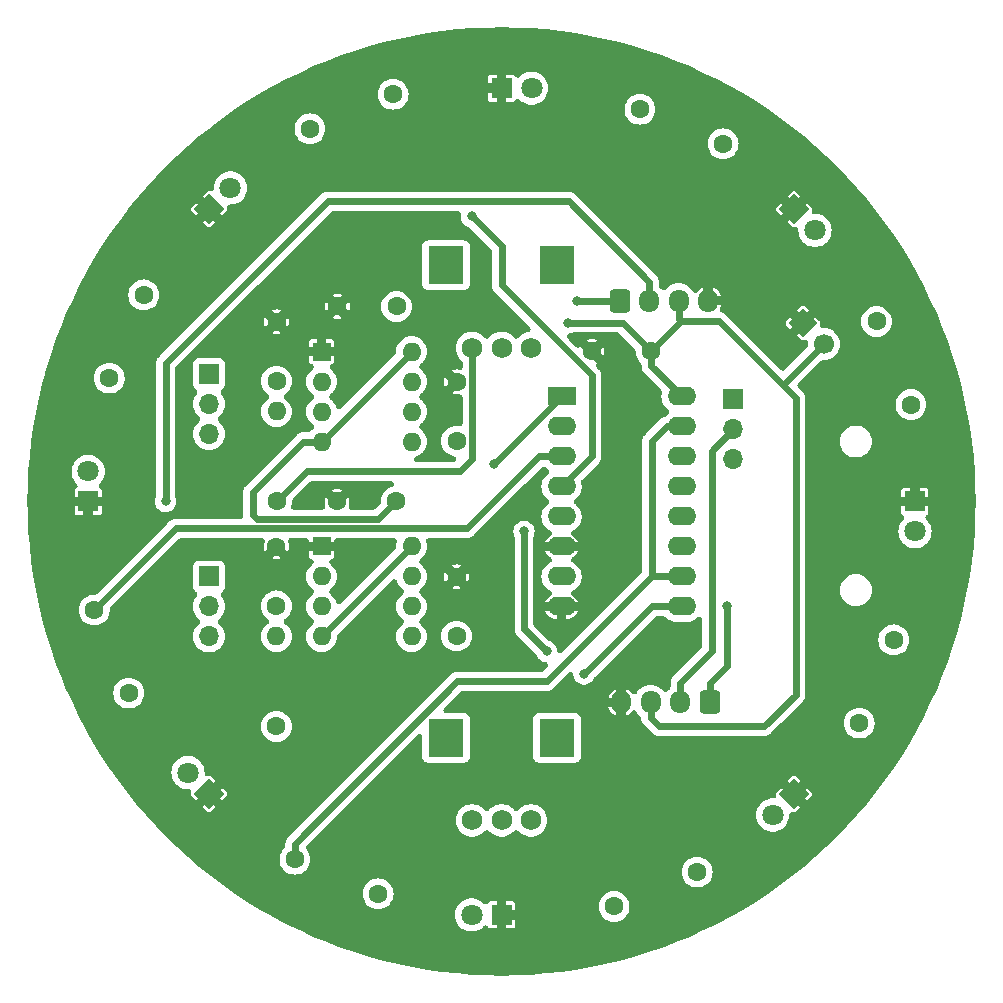
<source format=gbl>
G04 #@! TF.GenerationSoftware,KiCad,Pcbnew,7.0.8*
G04 #@! TF.CreationDate,2023-11-13T16:00:45+01:00*
G04 #@! TF.ProjectId,christmas,63687269-7374-46d6-9173-2e6b69636164,rev?*
G04 #@! TF.SameCoordinates,Original*
G04 #@! TF.FileFunction,Copper,L2,Bot*
G04 #@! TF.FilePolarity,Positive*
%FSLAX46Y46*%
G04 Gerber Fmt 4.6, Leading zero omitted, Abs format (unit mm)*
G04 Created by KiCad (PCBNEW 7.0.8) date 2023-11-13 16:00:45*
%MOMM*%
%LPD*%
G01*
G04 APERTURE LIST*
G04 Aperture macros list*
%AMRoundRect*
0 Rectangle with rounded corners*
0 $1 Rounding radius*
0 $2 $3 $4 $5 $6 $7 $8 $9 X,Y pos of 4 corners*
0 Add a 4 corners polygon primitive as box body*
4,1,4,$2,$3,$4,$5,$6,$7,$8,$9,$2,$3,0*
0 Add four circle primitives for the rounded corners*
1,1,$1+$1,$2,$3*
1,1,$1+$1,$4,$5*
1,1,$1+$1,$6,$7*
1,1,$1+$1,$8,$9*
0 Add four rect primitives between the rounded corners*
20,1,$1+$1,$2,$3,$4,$5,0*
20,1,$1+$1,$4,$5,$6,$7,0*
20,1,$1+$1,$6,$7,$8,$9,0*
20,1,$1+$1,$8,$9,$2,$3,0*%
%AMHorizOval*
0 Thick line with rounded ends*
0 $1 width*
0 $2 $3 position (X,Y) of the first rounded end (center of the circle)*
0 $4 $5 position (X,Y) of the second rounded end (center of the circle)*
0 Add line between two ends*
20,1,$1,$2,$3,$4,$5,0*
0 Add two circle primitives to create the rounded ends*
1,1,$1,$2,$3*
1,1,$1,$4,$5*%
%AMRotRect*
0 Rectangle, with rotation*
0 The origin of the aperture is its center*
0 $1 length*
0 $2 width*
0 $3 Rotation angle, in degrees counterclockwise*
0 Add horizontal line*
21,1,$1,$2,0,0,$3*%
G04 Aperture macros list end*
G04 #@! TA.AperFunction,ComponentPad*
%ADD10R,3.000000X3.200000*%
G04 #@! TD*
G04 #@! TA.AperFunction,ComponentPad*
%ADD11C,1.750000*%
G04 #@! TD*
G04 #@! TA.AperFunction,ComponentPad*
%ADD12R,1.800000X1.800000*%
G04 #@! TD*
G04 #@! TA.AperFunction,ComponentPad*
%ADD13C,1.800000*%
G04 #@! TD*
G04 #@! TA.AperFunction,ComponentPad*
%ADD14R,2.400000X1.600000*%
G04 #@! TD*
G04 #@! TA.AperFunction,ComponentPad*
%ADD15O,2.400000X1.600000*%
G04 #@! TD*
G04 #@! TA.AperFunction,ComponentPad*
%ADD16C,1.600000*%
G04 #@! TD*
G04 #@! TA.AperFunction,ComponentPad*
%ADD17O,1.600000X1.600000*%
G04 #@! TD*
G04 #@! TA.AperFunction,ComponentPad*
%ADD18HorizOval,1.600000X0.000000X0.000000X0.000000X0.000000X0*%
G04 #@! TD*
G04 #@! TA.AperFunction,ComponentPad*
%ADD19HorizOval,1.600000X0.000000X0.000000X0.000000X0.000000X0*%
G04 #@! TD*
G04 #@! TA.AperFunction,ComponentPad*
%ADD20HorizOval,1.600000X0.000000X0.000000X0.000000X0.000000X0*%
G04 #@! TD*
G04 #@! TA.AperFunction,ComponentPad*
%ADD21HorizOval,1.600000X0.000000X0.000000X0.000000X0.000000X0*%
G04 #@! TD*
G04 #@! TA.AperFunction,ComponentPad*
%ADD22HorizOval,1.600000X0.000000X0.000000X0.000000X0.000000X0*%
G04 #@! TD*
G04 #@! TA.AperFunction,ComponentPad*
%ADD23RotRect,1.700000X1.700000X45.000000*%
G04 #@! TD*
G04 #@! TA.AperFunction,ComponentPad*
%ADD24HorizOval,1.700000X0.000000X0.000000X0.000000X0.000000X0*%
G04 #@! TD*
G04 #@! TA.AperFunction,ComponentPad*
%ADD25HorizOval,1.600000X0.000000X0.000000X0.000000X0.000000X0*%
G04 #@! TD*
G04 #@! TA.AperFunction,ComponentPad*
%ADD26R,1.700000X1.700000*%
G04 #@! TD*
G04 #@! TA.AperFunction,ComponentPad*
%ADD27O,1.700000X1.700000*%
G04 #@! TD*
G04 #@! TA.AperFunction,ComponentPad*
%ADD28RotRect,1.800000X1.800000X315.000000*%
G04 #@! TD*
G04 #@! TA.AperFunction,ComponentPad*
%ADD29HorizOval,1.600000X0.000000X0.000000X0.000000X0.000000X0*%
G04 #@! TD*
G04 #@! TA.AperFunction,ComponentPad*
%ADD30RotRect,1.800000X1.800000X135.000000*%
G04 #@! TD*
G04 #@! TA.AperFunction,ComponentPad*
%ADD31R,1.600000X1.600000*%
G04 #@! TD*
G04 #@! TA.AperFunction,ComponentPad*
%ADD32RotRect,1.800000X1.800000X225.000000*%
G04 #@! TD*
G04 #@! TA.AperFunction,ComponentPad*
%ADD33RotRect,1.800000X1.800000X45.000000*%
G04 #@! TD*
G04 #@! TA.AperFunction,ComponentPad*
%ADD34HorizOval,1.600000X0.000000X0.000000X0.000000X0.000000X0*%
G04 #@! TD*
G04 #@! TA.AperFunction,ComponentPad*
%ADD35RoundRect,0.250000X-0.600000X-0.725000X0.600000X-0.725000X0.600000X0.725000X-0.600000X0.725000X0*%
G04 #@! TD*
G04 #@! TA.AperFunction,ComponentPad*
%ADD36O,1.700000X1.950000*%
G04 #@! TD*
G04 #@! TA.AperFunction,ComponentPad*
%ADD37RoundRect,0.250000X0.600000X0.725000X-0.600000X0.725000X-0.600000X-0.725000X0.600000X-0.725000X0*%
G04 #@! TD*
G04 #@! TA.AperFunction,ViaPad*
%ADD38C,0.800000*%
G04 #@! TD*
G04 #@! TA.AperFunction,Conductor*
%ADD39C,0.600000*%
G04 #@! TD*
G04 APERTURE END LIST*
D10*
X147700000Y-121600000D03*
X157100000Y-121600000D03*
D11*
X149900000Y-128600000D03*
X152400000Y-128600000D03*
X154900000Y-128600000D03*
D10*
X147700000Y-81600000D03*
X157100000Y-81600000D03*
D11*
X149900000Y-88600000D03*
X152400000Y-88600000D03*
X154900000Y-88600000D03*
D12*
X187400000Y-101600000D03*
D13*
X187400000Y-104140000D03*
D14*
X157480000Y-92710000D03*
D15*
X157480000Y-95250000D03*
X157480000Y-97790000D03*
X157480000Y-100330000D03*
X157480000Y-102870000D03*
X157480000Y-105410000D03*
X157480000Y-107950000D03*
X157480000Y-110490000D03*
X167640000Y-110490000D03*
X167640000Y-107950000D03*
X167640000Y-105410000D03*
X167640000Y-102870000D03*
X167640000Y-100330000D03*
X167640000Y-97790000D03*
X167640000Y-95250000D03*
X167640000Y-92710000D03*
D16*
X133340000Y-120640000D03*
D17*
X133340000Y-113020000D03*
D16*
X161925000Y-135890000D03*
D18*
X168964962Y-132973952D03*
D16*
X133340000Y-105440000D03*
X133340000Y-110440000D03*
X171159981Y-71308024D03*
D19*
X164120019Y-68391976D03*
D16*
X187066048Y-93399962D03*
D20*
X184150000Y-86360000D03*
D16*
X138510000Y-85090000D03*
X143510000Y-85090000D03*
D12*
X152400000Y-136600000D03*
D13*
X149860000Y-136600000D03*
D16*
X182691976Y-120359981D03*
D21*
X185608024Y-113320019D03*
D12*
X152400000Y-66600000D03*
D13*
X154940000Y-66600000D03*
D16*
X133350000Y-101600000D03*
D17*
X133350000Y-93980000D03*
D16*
X122108024Y-84110019D03*
D22*
X119191976Y-91149981D03*
D23*
X177908949Y-86468949D03*
D24*
X179705000Y-88265000D03*
D16*
X134910019Y-131891976D03*
D25*
X141949981Y-134808024D03*
D26*
X127635000Y-107950000D03*
D27*
X127635000Y-110490000D03*
X127635000Y-113030000D03*
D28*
X177148737Y-76851262D03*
D13*
X178944788Y-78647313D03*
D12*
X117400000Y-101600000D03*
D13*
X117400000Y-99060000D03*
D16*
X117921976Y-110780019D03*
D29*
X120838024Y-117819981D03*
D16*
X160060000Y-88900000D03*
X165060000Y-88900000D03*
X138470000Y-101600000D03*
X143470000Y-101600000D03*
D30*
X127651262Y-126348737D03*
D13*
X125855211Y-124552686D03*
D31*
X137160000Y-105410000D03*
D17*
X137160000Y-107950000D03*
X137160000Y-110490000D03*
X137160000Y-113030000D03*
X144780000Y-113030000D03*
X144780000Y-110490000D03*
X144780000Y-107950000D03*
X144780000Y-105410000D03*
D32*
X177148737Y-126348737D03*
D13*
X175352686Y-128144788D03*
D26*
X171980000Y-92960000D03*
D27*
X171980000Y-95500000D03*
X171980000Y-98040000D03*
D33*
X127651262Y-76851262D03*
D13*
X129447313Y-75055211D03*
D31*
X137170000Y-88910000D03*
D17*
X137170000Y-91450000D03*
X137170000Y-93990000D03*
X137170000Y-96530000D03*
X144790000Y-96530000D03*
X144790000Y-93990000D03*
X144790000Y-91450000D03*
X144790000Y-88910000D03*
D26*
X127635000Y-90805000D03*
D27*
X127635000Y-93345000D03*
X127635000Y-95885000D03*
D16*
X143219981Y-67121976D03*
D34*
X136180019Y-70038024D03*
D16*
X148590000Y-107990000D03*
X148590000Y-112990000D03*
X133350000Y-86400000D03*
X133350000Y-91400000D03*
X148590000Y-91480000D03*
X148590000Y-96480000D03*
D35*
X162400000Y-84600000D03*
D36*
X164900000Y-84600000D03*
X167400000Y-84600000D03*
X169900000Y-84600000D03*
D37*
X170020000Y-118600000D03*
D36*
X167520000Y-118600000D03*
X165020000Y-118600000D03*
X162520000Y-118600000D03*
D38*
X154305000Y-104140000D03*
X159385000Y-116205000D03*
X156210000Y-114300000D03*
X171450000Y-110490000D03*
X158750000Y-84600000D03*
X123952000Y-101600000D03*
X157988000Y-86487000D03*
X151765000Y-98425000D03*
X149860000Y-77470000D03*
D39*
X157988000Y-86487000D02*
X162647000Y-86487000D01*
X162647000Y-86487000D02*
X165060000Y-88900000D01*
X158750000Y-84600000D02*
X162400000Y-84600000D01*
X159385000Y-116205000D02*
X165100000Y-110490000D01*
X165100000Y-110490000D02*
X167640000Y-110490000D01*
X154305000Y-104140000D02*
X154305000Y-112395000D01*
X154305000Y-112395000D02*
X156210000Y-114300000D01*
X151765000Y-98425000D02*
X157480000Y-92710000D01*
X171450000Y-115570000D02*
X171450000Y-110490000D01*
X170020000Y-118600000D02*
X170020000Y-117000000D01*
X170020000Y-117000000D02*
X171450000Y-115570000D01*
X176212500Y-91757500D02*
X177292000Y-92837000D01*
X177292000Y-92837000D02*
X177292000Y-117983000D01*
X177292000Y-117983000D02*
X174625000Y-120650000D01*
X174625000Y-120650000D02*
X165735000Y-120650000D01*
X165735000Y-120650000D02*
X165020000Y-119935000D01*
X165020000Y-119935000D02*
X165020000Y-118600000D01*
X165100000Y-107950000D02*
X156210000Y-116840000D01*
X156210000Y-116840000D02*
X148652892Y-116840000D01*
X134910019Y-130582873D02*
X134910019Y-131891976D01*
X148652892Y-116840000D02*
X134910019Y-130582873D01*
X167640000Y-95250000D02*
X166370000Y-95250000D01*
X166370000Y-95250000D02*
X165100000Y-96520000D01*
X165100000Y-96520000D02*
X165100000Y-107950000D01*
X165100000Y-107950000D02*
X166370000Y-107950000D01*
X171980000Y-95500000D02*
X170180000Y-97300000D01*
X170180000Y-97300000D02*
X170180000Y-114300000D01*
X170180000Y-114300000D02*
X167520000Y-116960000D01*
X167520000Y-116960000D02*
X167520000Y-118600000D01*
X170810000Y-86355000D02*
X176212500Y-91757500D01*
X179705000Y-88265000D02*
X176212500Y-91757500D01*
X167605000Y-86355000D02*
X170810000Y-86355000D01*
X167400000Y-84600000D02*
X167400000Y-86150000D01*
X167400000Y-86150000D02*
X167605000Y-86355000D01*
X164900000Y-84600000D02*
X164900000Y-82985000D01*
X164900000Y-82985000D02*
X158115000Y-76200000D01*
X158115000Y-76200000D02*
X137668000Y-76200000D01*
X137668000Y-76200000D02*
X123952000Y-89916000D01*
X123952000Y-89916000D02*
X123952000Y-101600000D01*
X137170000Y-96530000D02*
X144790000Y-88910000D01*
X131661000Y-103086000D02*
X141984000Y-103086000D01*
X131318000Y-102743000D02*
X131661000Y-103086000D01*
X167605000Y-86355000D02*
X165060000Y-88900000D01*
X165060000Y-88900000D02*
X165060000Y-90130000D01*
X141984000Y-103086000D02*
X143470000Y-101600000D01*
X137170000Y-96530000D02*
X135626000Y-96530000D01*
X165060000Y-90130000D02*
X167640000Y-92710000D01*
X137160000Y-113030000D02*
X144780000Y-105410000D01*
X135626000Y-96530000D02*
X131318000Y-100838000D01*
X131318000Y-100838000D02*
X131318000Y-102743000D01*
X149900000Y-98010683D02*
X148850683Y-99060000D01*
X149900000Y-88600000D02*
X149900000Y-98010683D01*
X135890000Y-99060000D02*
X133350000Y-101600000D01*
X148850683Y-99060000D02*
X135890000Y-99060000D01*
X166370000Y-107950000D02*
X167640000Y-107950000D01*
X124815995Y-103886000D02*
X124510998Y-104190998D01*
X149479000Y-103886000D02*
X155575000Y-97790000D01*
X124510998Y-104190998D02*
X117921976Y-110780019D01*
X124815996Y-103886000D02*
X149479000Y-103886000D01*
X124510998Y-104190998D02*
X124815996Y-103886000D01*
X155575000Y-97790000D02*
X157480000Y-97790000D01*
X160020000Y-90932000D02*
X160020000Y-97790000D01*
X149860000Y-77470000D02*
X152400000Y-80010000D01*
X160020000Y-97790000D02*
X157480000Y-100330000D01*
X152400000Y-83312000D02*
X160020000Y-90932000D01*
X152400000Y-80010000D02*
X152400000Y-83312000D01*
G04 #@! TA.AperFunction,Conductor*
G36*
X143398269Y-104705454D02*
G01*
X143479051Y-104759430D01*
X143533027Y-104840212D01*
X143551981Y-104935500D01*
X143543497Y-104999942D01*
X143536784Y-105024999D01*
X143494365Y-105183306D01*
X143494363Y-105183320D01*
X143474532Y-105409994D01*
X143474532Y-105410000D01*
X143478361Y-105453775D01*
X143467782Y-105550352D01*
X143421050Y-105635529D01*
X143406378Y-105651542D01*
X138824344Y-110233576D01*
X138743562Y-110287552D01*
X138648274Y-110306506D01*
X138552986Y-110287552D01*
X138472204Y-110233576D01*
X138418228Y-110152794D01*
X138407758Y-110121950D01*
X138407695Y-110121716D01*
X138386739Y-110043504D01*
X138290568Y-109837266D01*
X138290565Y-109837262D01*
X138290563Y-109837258D01*
X138160050Y-109650865D01*
X138160049Y-109650864D01*
X138160047Y-109650861D01*
X137999139Y-109489953D01*
X137999133Y-109489949D01*
X137927725Y-109439949D01*
X137904902Y-109423968D01*
X137837719Y-109353789D01*
X137802506Y-109263240D01*
X137804625Y-109166108D01*
X137843753Y-109077181D01*
X137904902Y-109016031D01*
X137999139Y-108950047D01*
X138160047Y-108789139D01*
X138290568Y-108602734D01*
X138386739Y-108396496D01*
X138445635Y-108176692D01*
X138455713Y-108061504D01*
X138465468Y-107950005D01*
X138465468Y-107949994D01*
X138445636Y-107723320D01*
X138445635Y-107723308D01*
X138386739Y-107503504D01*
X138290568Y-107297266D01*
X138290565Y-107297262D01*
X138290563Y-107297258D01*
X138160050Y-107110865D01*
X138160049Y-107110864D01*
X138160047Y-107110861D01*
X137999139Y-106949953D01*
X137999135Y-106949950D01*
X137999134Y-106949949D01*
X137928623Y-106900577D01*
X137861439Y-106830396D01*
X137826226Y-106739847D01*
X137828345Y-106642715D01*
X137867474Y-106553788D01*
X137937655Y-106486604D01*
X138022868Y-106452392D01*
X138057545Y-106445494D01*
X138140237Y-106390241D01*
X138140241Y-106390237D01*
X138195495Y-106307544D01*
X138195495Y-106307543D01*
X138209999Y-106234628D01*
X138210000Y-106234623D01*
X138210000Y-105810001D01*
X138209999Y-105810000D01*
X137191481Y-105810000D01*
X137285148Y-105795165D01*
X137398045Y-105737641D01*
X137487641Y-105648045D01*
X137545165Y-105535148D01*
X137564986Y-105410000D01*
X137545165Y-105284852D01*
X137487641Y-105171955D01*
X137398045Y-105082359D01*
X137285148Y-105024835D01*
X137191481Y-105010000D01*
X138209999Y-105010000D01*
X138210000Y-105009999D01*
X138210000Y-104935500D01*
X138228954Y-104840212D01*
X138282930Y-104759430D01*
X138363712Y-104705454D01*
X138459000Y-104686500D01*
X143302981Y-104686500D01*
X143398269Y-104705454D01*
G37*
G04 #@! TD.AperFunction*
G04 #@! TA.AperFunction,Conductor*
G36*
X143141100Y-99879454D02*
G01*
X143221882Y-99933430D01*
X143275858Y-100014212D01*
X143294812Y-100109500D01*
X143275858Y-100204788D01*
X143221882Y-100285570D01*
X143141100Y-100339546D01*
X143110260Y-100350014D01*
X143066222Y-100361814D01*
X143023503Y-100373261D01*
X143023500Y-100373262D01*
X142817272Y-100469428D01*
X142817258Y-100469436D01*
X142630865Y-100599949D01*
X142469949Y-100760865D01*
X142339436Y-100947258D01*
X142339428Y-100947272D01*
X142243262Y-101153500D01*
X142243261Y-101153503D01*
X142184365Y-101373305D01*
X142184363Y-101373320D01*
X142164532Y-101599994D01*
X142164532Y-101600000D01*
X142168361Y-101643776D01*
X142157782Y-101740353D01*
X142111050Y-101825531D01*
X142096378Y-101841542D01*
X141725353Y-102212569D01*
X141644572Y-102266546D01*
X141549284Y-102285500D01*
X139695041Y-102285500D01*
X139599753Y-102266546D01*
X139518971Y-102212570D01*
X139464995Y-102131788D01*
X139446041Y-102036500D01*
X139456763Y-101964219D01*
X139504808Y-101805835D01*
X139525081Y-101600000D01*
X139525081Y-101599999D01*
X139504808Y-101394163D01*
X139444770Y-101196244D01*
X139444765Y-101196232D01*
X139442913Y-101192769D01*
X138797643Y-101838040D01*
X138855165Y-101725148D01*
X138874986Y-101600000D01*
X138855165Y-101474852D01*
X138797641Y-101361955D01*
X138708045Y-101272359D01*
X138595148Y-101214835D01*
X138501481Y-101200000D01*
X138438519Y-101200000D01*
X138344852Y-101214835D01*
X138231955Y-101272359D01*
X138142359Y-101361955D01*
X138084835Y-101474852D01*
X138065014Y-101600000D01*
X138084835Y-101725148D01*
X138142356Y-101838040D01*
X137497085Y-101192769D01*
X137497084Y-101192770D01*
X137495235Y-101196231D01*
X137495231Y-101196239D01*
X137435191Y-101394164D01*
X137414919Y-101599999D01*
X137414919Y-101600000D01*
X137435191Y-101805835D01*
X137483237Y-101964219D01*
X137492760Y-102060906D01*
X137464557Y-102153878D01*
X137402923Y-102228980D01*
X137317240Y-102274778D01*
X137244959Y-102285500D01*
X134837201Y-102285500D01*
X134741913Y-102266546D01*
X134661131Y-102212570D01*
X134607155Y-102131788D01*
X134588201Y-102036500D01*
X134596685Y-101972055D01*
X134597695Y-101968285D01*
X134635635Y-101826692D01*
X134655468Y-101600000D01*
X134651638Y-101556228D01*
X134662213Y-101459654D01*
X134708942Y-101374475D01*
X134723621Y-101358456D01*
X135454994Y-100627084D01*
X138062770Y-100627084D01*
X138470000Y-101034314D01*
X138877228Y-100627085D01*
X138873756Y-100625229D01*
X138675837Y-100565192D01*
X138470001Y-100544919D01*
X138469999Y-100544919D01*
X138264164Y-100565191D01*
X138066239Y-100625231D01*
X138066231Y-100625235D01*
X138062770Y-100627084D01*
X135454994Y-100627084D01*
X136148649Y-99933430D01*
X136229430Y-99879454D01*
X136324718Y-99860500D01*
X143045812Y-99860500D01*
X143141100Y-99879454D01*
G37*
G04 #@! TD.AperFunction*
G04 #@! TA.AperFunction,Conductor*
G36*
X138646070Y-101989614D02*
G01*
X138565288Y-102043591D01*
X138470000Y-102062545D01*
X138374712Y-102043591D01*
X138293931Y-101989615D01*
X138231959Y-101927643D01*
X138344852Y-101985165D01*
X138438519Y-102000000D01*
X138501481Y-102000000D01*
X138595148Y-101985165D01*
X138708040Y-101927643D01*
X138646070Y-101989614D01*
G37*
G04 #@! TD.AperFunction*
G04 #@! TA.AperFunction,Conductor*
G36*
X148979615Y-91303930D02*
G01*
X149033591Y-91384712D01*
X149052545Y-91480000D01*
X149033591Y-91575288D01*
X148979615Y-91656070D01*
X148979614Y-91656070D01*
X148917643Y-91718040D01*
X148975165Y-91605148D01*
X148994986Y-91480000D01*
X148975165Y-91354852D01*
X148917642Y-91241957D01*
X148979615Y-91303930D01*
G37*
G04 #@! TD.AperFunction*
G04 #@! TA.AperFunction,Conductor*
G36*
X153660812Y-61480306D02*
G01*
X154920380Y-61539706D01*
X156177461Y-61638641D01*
X157430813Y-61777012D01*
X158679201Y-61954684D01*
X159921392Y-62171481D01*
X161156161Y-62427189D01*
X162382288Y-62721556D01*
X163598564Y-63054292D01*
X164803788Y-63425067D01*
X165996771Y-63833516D01*
X167176335Y-64279237D01*
X168341318Y-64761788D01*
X169490568Y-65280695D01*
X170622951Y-65835444D01*
X171737352Y-66425488D01*
X172832668Y-67050245D01*
X173907820Y-67709099D01*
X174961746Y-68401399D01*
X175993406Y-69126462D01*
X177001783Y-69883573D01*
X177985880Y-70671984D01*
X178944728Y-71490917D01*
X179877379Y-72339564D01*
X180782913Y-73217087D01*
X181660436Y-74122621D01*
X182509083Y-75055272D01*
X183328016Y-76014120D01*
X184116427Y-76998217D01*
X184873538Y-78006594D01*
X185598601Y-79038254D01*
X186290901Y-80092180D01*
X186949755Y-81167332D01*
X187574512Y-82262648D01*
X188164556Y-83377049D01*
X188634690Y-84336711D01*
X188719305Y-84509432D01*
X189238212Y-85658682D01*
X189720763Y-86823665D01*
X190166484Y-88003229D01*
X190574933Y-89196212D01*
X190945708Y-90401436D01*
X191278444Y-91617712D01*
X191572811Y-92843839D01*
X191828519Y-94078608D01*
X192045316Y-95320799D01*
X192222988Y-96569187D01*
X192361359Y-97822539D01*
X192460294Y-99079620D01*
X192519694Y-100339188D01*
X192539500Y-101600000D01*
X192519694Y-102860812D01*
X192460294Y-104120380D01*
X192361359Y-105377461D01*
X192222988Y-106630813D01*
X192045316Y-107879201D01*
X191828519Y-109121392D01*
X191572811Y-110356161D01*
X191278444Y-111582288D01*
X191021237Y-112522478D01*
X190945708Y-112798564D01*
X190574933Y-114003788D01*
X190166484Y-115196771D01*
X189720763Y-116376335D01*
X189238212Y-117541318D01*
X188719305Y-118690568D01*
X188164556Y-119822951D01*
X187574512Y-120937352D01*
X186949755Y-122032668D01*
X186290901Y-123107820D01*
X185598601Y-124161746D01*
X184873538Y-125193406D01*
X184116427Y-126201783D01*
X183328016Y-127185880D01*
X182509083Y-128144728D01*
X181660436Y-129077379D01*
X180782913Y-129982913D01*
X179877379Y-130860436D01*
X178944728Y-131709083D01*
X177985880Y-132528016D01*
X177001783Y-133316427D01*
X175993406Y-134073538D01*
X174961746Y-134798601D01*
X173907820Y-135490901D01*
X172832668Y-136149755D01*
X171737352Y-136774512D01*
X170622951Y-137364556D01*
X169556652Y-137886931D01*
X169490568Y-137919305D01*
X168341318Y-138438212D01*
X167176335Y-138920763D01*
X165996771Y-139366484D01*
X164803788Y-139774933D01*
X163598564Y-140145708D01*
X162382288Y-140478444D01*
X161156161Y-140772811D01*
X159921392Y-141028519D01*
X158679201Y-141245316D01*
X157430813Y-141422988D01*
X156177461Y-141561359D01*
X154920380Y-141660294D01*
X153660812Y-141719694D01*
X152400000Y-141739500D01*
X151139188Y-141719694D01*
X149879620Y-141660294D01*
X148622539Y-141561359D01*
X147369187Y-141422988D01*
X146120799Y-141245316D01*
X144878608Y-141028519D01*
X143643839Y-140772811D01*
X142417712Y-140478444D01*
X141201436Y-140145708D01*
X139996212Y-139774933D01*
X138803229Y-139366484D01*
X137623665Y-138920763D01*
X136458682Y-138438212D01*
X135309432Y-137919305D01*
X135243348Y-137886931D01*
X134177049Y-137364556D01*
X133062648Y-136774512D01*
X132756696Y-136600000D01*
X148454700Y-136600000D01*
X148473866Y-136831308D01*
X148473868Y-136831315D01*
X148530841Y-137056293D01*
X148530842Y-137056297D01*
X148624074Y-137268846D01*
X148751019Y-137463151D01*
X148751022Y-137463155D01*
X148874735Y-137597543D01*
X148908216Y-137633913D01*
X149091374Y-137776470D01*
X149188863Y-137829228D01*
X149295487Y-137886931D01*
X149295489Y-137886931D01*
X149295497Y-137886936D01*
X149515019Y-137962298D01*
X149743951Y-138000500D01*
X149976049Y-138000500D01*
X150204981Y-137962298D01*
X150424503Y-137886936D01*
X150628626Y-137776470D01*
X150811784Y-137633913D01*
X150873807Y-137566537D01*
X150952287Y-137509270D01*
X151046711Y-137486395D01*
X151142701Y-137501395D01*
X151225644Y-137551986D01*
X151264037Y-137596844D01*
X151319760Y-137680239D01*
X151319762Y-137680241D01*
X151402455Y-137735495D01*
X151475371Y-137749999D01*
X151475376Y-137750000D01*
X151999999Y-137750000D01*
X152000000Y-137749999D01*
X152800000Y-137749999D01*
X152800001Y-137750000D01*
X153324624Y-137750000D01*
X153324628Y-137749999D01*
X153397543Y-137735495D01*
X153397544Y-137735495D01*
X153480237Y-137680241D01*
X153480241Y-137680237D01*
X153535495Y-137597544D01*
X153535495Y-137597543D01*
X153549999Y-137524628D01*
X153550000Y-137524623D01*
X153550000Y-137000001D01*
X153549999Y-137000000D01*
X152800001Y-137000000D01*
X152800000Y-137000001D01*
X152800000Y-137749999D01*
X152000000Y-137749999D01*
X152000000Y-136812541D01*
X152005887Y-136827541D01*
X152090465Y-136933599D01*
X152202547Y-137010016D01*
X152332173Y-137050000D01*
X152433724Y-137050000D01*
X152534138Y-137034865D01*
X152656357Y-136976007D01*
X152755798Y-136883740D01*
X152823625Y-136766260D01*
X152853810Y-136634008D01*
X152843673Y-136498735D01*
X152794113Y-136372459D01*
X152709535Y-136266401D01*
X152612142Y-136199999D01*
X152800000Y-136199999D01*
X152800001Y-136200000D01*
X153549999Y-136200000D01*
X153550000Y-136199999D01*
X153550000Y-135890005D01*
X160619532Y-135890005D01*
X160639363Y-136116679D01*
X160639365Y-136116694D01*
X160698261Y-136336496D01*
X160698262Y-136336499D01*
X160794428Y-136542727D01*
X160794436Y-136542741D01*
X160924949Y-136729134D01*
X160924953Y-136729139D01*
X161085861Y-136890047D01*
X161085864Y-136890049D01*
X161085865Y-136890050D01*
X161272258Y-137020563D01*
X161272262Y-137020565D01*
X161272266Y-137020568D01*
X161272270Y-137020569D01*
X161272272Y-137020571D01*
X161348893Y-137056300D01*
X161478504Y-137116739D01*
X161698308Y-137175635D01*
X161717984Y-137177356D01*
X161924994Y-137195468D01*
X161925000Y-137195468D01*
X161925006Y-137195468D01*
X162104668Y-137179749D01*
X162151692Y-137175635D01*
X162371496Y-137116739D01*
X162577734Y-137020568D01*
X162764139Y-136890047D01*
X162925047Y-136729139D01*
X163055568Y-136542734D01*
X163151739Y-136336496D01*
X163210635Y-136116692D01*
X163217803Y-136034761D01*
X163230468Y-135890005D01*
X163230468Y-135889994D01*
X163211383Y-135671854D01*
X163210635Y-135663308D01*
X163151739Y-135443504D01*
X163090915Y-135313068D01*
X163055571Y-135237272D01*
X163055563Y-135237258D01*
X162925050Y-135050865D01*
X162925049Y-135050864D01*
X162925047Y-135050861D01*
X162764139Y-134889953D01*
X162764135Y-134889950D01*
X162764134Y-134889949D01*
X162577741Y-134759436D01*
X162577727Y-134759428D01*
X162371499Y-134663262D01*
X162371496Y-134663261D01*
X162151694Y-134604365D01*
X162151679Y-134604363D01*
X161925006Y-134584532D01*
X161924994Y-134584532D01*
X161698320Y-134604363D01*
X161698305Y-134604365D01*
X161478503Y-134663261D01*
X161478500Y-134663262D01*
X161272272Y-134759428D01*
X161272258Y-134759436D01*
X161085865Y-134889949D01*
X160924949Y-135050865D01*
X160794436Y-135237258D01*
X160794428Y-135237272D01*
X160698262Y-135443500D01*
X160698261Y-135443503D01*
X160639365Y-135663305D01*
X160639363Y-135663320D01*
X160619532Y-135889994D01*
X160619532Y-135890005D01*
X153550000Y-135890005D01*
X153550000Y-135675376D01*
X153549999Y-135675371D01*
X153535495Y-135602456D01*
X153535495Y-135602455D01*
X153480241Y-135519762D01*
X153480237Y-135519758D01*
X153397544Y-135464504D01*
X153324628Y-135450000D01*
X152800001Y-135450000D01*
X152800000Y-135450001D01*
X152800000Y-136199999D01*
X152612142Y-136199999D01*
X152597453Y-136189984D01*
X152467827Y-136150000D01*
X152366276Y-136150000D01*
X152265862Y-136165135D01*
X152143643Y-136223993D01*
X152044202Y-136316260D01*
X152000000Y-136392820D01*
X152000000Y-135450001D01*
X151999999Y-135450000D01*
X151475371Y-135450000D01*
X151402456Y-135464504D01*
X151402455Y-135464504D01*
X151319762Y-135519758D01*
X151319756Y-135519764D01*
X151264036Y-135603155D01*
X151195336Y-135671854D01*
X151105577Y-135709033D01*
X151008422Y-135709032D01*
X150918663Y-135671852D01*
X150873807Y-135633461D01*
X150811786Y-135566089D01*
X150811779Y-135566083D01*
X150628628Y-135423531D01*
X150424512Y-135313068D01*
X150424507Y-135313066D01*
X150424503Y-135313064D01*
X150204981Y-135237702D01*
X150204978Y-135237701D01*
X150204974Y-135237700D01*
X149976049Y-135199500D01*
X149743951Y-135199500D01*
X149515025Y-135237700D01*
X149515019Y-135237701D01*
X149515019Y-135237702D01*
X149295497Y-135313064D01*
X149295494Y-135313065D01*
X149295487Y-135313068D01*
X149091371Y-135423531D01*
X148908220Y-135566083D01*
X148908214Y-135566088D01*
X148751022Y-135736844D01*
X148751019Y-135736848D01*
X148624074Y-135931153D01*
X148530842Y-136143702D01*
X148530841Y-136143706D01*
X148473868Y-136368684D01*
X148473866Y-136368691D01*
X148454700Y-136600000D01*
X132756696Y-136600000D01*
X131967332Y-136149755D01*
X130892180Y-135490901D01*
X129852607Y-134808029D01*
X140644513Y-134808029D01*
X140664344Y-135034703D01*
X140664346Y-135034718D01*
X140723242Y-135254520D01*
X140723243Y-135254523D01*
X140819409Y-135460751D01*
X140819417Y-135460765D01*
X140949930Y-135647158D01*
X140949934Y-135647163D01*
X141110842Y-135808071D01*
X141110845Y-135808073D01*
X141110846Y-135808074D01*
X141297239Y-135938587D01*
X141297243Y-135938589D01*
X141297247Y-135938592D01*
X141503485Y-136034763D01*
X141723289Y-136093659D01*
X141742965Y-136095380D01*
X141949975Y-136113492D01*
X141949981Y-136113492D01*
X141949987Y-136113492D01*
X142129649Y-136097773D01*
X142176673Y-136093659D01*
X142396477Y-136034763D01*
X142602715Y-135938592D01*
X142789120Y-135808071D01*
X142950028Y-135647163D01*
X143080549Y-135460758D01*
X143176720Y-135254520D01*
X143235616Y-135034716D01*
X143248281Y-134889953D01*
X143255449Y-134808029D01*
X143255449Y-134808018D01*
X143235617Y-134581344D01*
X143235616Y-134581332D01*
X143176720Y-134361528D01*
X143080549Y-134155290D01*
X143080546Y-134155286D01*
X143080544Y-134155282D01*
X142950031Y-133968889D01*
X142950030Y-133968888D01*
X142950028Y-133968885D01*
X142789120Y-133807977D01*
X142789116Y-133807974D01*
X142789115Y-133807973D01*
X142602722Y-133677460D01*
X142602708Y-133677452D01*
X142396480Y-133581286D01*
X142396477Y-133581285D01*
X142176675Y-133522389D01*
X142176660Y-133522387D01*
X141949987Y-133502556D01*
X141949975Y-133502556D01*
X141723301Y-133522387D01*
X141723286Y-133522389D01*
X141503484Y-133581285D01*
X141503481Y-133581286D01*
X141297253Y-133677452D01*
X141297239Y-133677460D01*
X141110846Y-133807973D01*
X140949930Y-133968889D01*
X140819417Y-134155282D01*
X140819409Y-134155296D01*
X140723243Y-134361524D01*
X140723242Y-134361527D01*
X140664346Y-134581329D01*
X140664344Y-134581344D01*
X140644513Y-134808018D01*
X140644513Y-134808029D01*
X129852607Y-134808029D01*
X129838254Y-134798601D01*
X128806594Y-134073538D01*
X127798217Y-133316427D01*
X126814120Y-132528016D01*
X125855272Y-131709083D01*
X124922621Y-130860436D01*
X124017087Y-129982913D01*
X123139564Y-129077379D01*
X122290917Y-128144728D01*
X121693081Y-127444751D01*
X127120931Y-127444751D01*
X127491901Y-127815721D01*
X127553716Y-127857024D01*
X127651260Y-127876427D01*
X127651264Y-127876427D01*
X127748807Y-127857024D01*
X127810626Y-127815718D01*
X127810629Y-127815716D01*
X128181591Y-127444752D01*
X127651261Y-126914422D01*
X127120931Y-127444751D01*
X121693081Y-127444751D01*
X121471984Y-127185880D01*
X120683573Y-126201783D01*
X119926462Y-125193406D01*
X119476156Y-124552686D01*
X124449911Y-124552686D01*
X124469077Y-124783994D01*
X124469079Y-124784001D01*
X124526052Y-125008979D01*
X124526053Y-125008983D01*
X124619285Y-125221532D01*
X124746230Y-125415837D01*
X124746233Y-125415841D01*
X124894735Y-125577157D01*
X124903427Y-125586599D01*
X125086585Y-125729156D01*
X125184074Y-125781914D01*
X125290698Y-125839617D01*
X125290700Y-125839617D01*
X125290708Y-125839622D01*
X125510230Y-125914984D01*
X125739162Y-125953186D01*
X125898845Y-125953186D01*
X125994133Y-125972140D01*
X126074915Y-126026116D01*
X126128891Y-126106898D01*
X126147845Y-126202186D01*
X126143060Y-126250764D01*
X126123572Y-126348735D01*
X126123572Y-126348738D01*
X126142974Y-126446282D01*
X126184277Y-126508097D01*
X126555246Y-126879066D01*
X127220480Y-126213832D01*
X127197452Y-126314729D01*
X127207589Y-126450002D01*
X127257149Y-126576278D01*
X127341727Y-126682336D01*
X127453809Y-126758753D01*
X127583435Y-126798737D01*
X127684986Y-126798737D01*
X127785400Y-126783602D01*
X127907619Y-126724744D01*
X128007060Y-126632477D01*
X128074887Y-126514997D01*
X128105072Y-126382745D01*
X128102523Y-126348736D01*
X128216947Y-126348736D01*
X128747277Y-126879066D01*
X129118241Y-126508104D01*
X129118243Y-126508101D01*
X129159549Y-126446282D01*
X129178952Y-126348738D01*
X129178952Y-126348735D01*
X129159549Y-126251191D01*
X129118246Y-126189376D01*
X128747276Y-125818406D01*
X128216947Y-126348736D01*
X128102523Y-126348736D01*
X128094935Y-126247472D01*
X128045375Y-126121196D01*
X127960797Y-126015138D01*
X127848715Y-125938721D01*
X127719089Y-125898737D01*
X127617538Y-125898737D01*
X127521030Y-125913283D01*
X127644191Y-125790123D01*
X128181591Y-125252721D01*
X127810622Y-124881752D01*
X127748807Y-124840449D01*
X127651264Y-124821047D01*
X127651262Y-124821047D01*
X127555358Y-124840123D01*
X127458203Y-124840122D01*
X127368444Y-124802942D01*
X127299745Y-124734243D01*
X127262566Y-124644483D01*
X127258633Y-124575345D01*
X127260511Y-124552686D01*
X127241345Y-124321381D01*
X127184368Y-124096386D01*
X127091135Y-123883837D01*
X126971355Y-123700500D01*
X126964191Y-123689534D01*
X126964188Y-123689530D01*
X126806996Y-123518774D01*
X126806990Y-123518769D01*
X126623839Y-123376217D01*
X126419723Y-123265754D01*
X126419718Y-123265752D01*
X126419714Y-123265750D01*
X126200192Y-123190388D01*
X126200189Y-123190387D01*
X126200185Y-123190386D01*
X125971260Y-123152186D01*
X125739162Y-123152186D01*
X125510236Y-123190386D01*
X125510230Y-123190387D01*
X125510230Y-123190388D01*
X125290708Y-123265750D01*
X125290705Y-123265751D01*
X125290698Y-123265754D01*
X125086582Y-123376217D01*
X124903431Y-123518769D01*
X124903425Y-123518774D01*
X124746233Y-123689530D01*
X124746230Y-123689534D01*
X124619285Y-123883839D01*
X124526053Y-124096388D01*
X124526052Y-124096392D01*
X124469079Y-124321370D01*
X124469077Y-124321377D01*
X124449911Y-124552686D01*
X119476156Y-124552686D01*
X119201399Y-124161746D01*
X118509099Y-123107820D01*
X117850245Y-122032668D01*
X117225488Y-120937352D01*
X117068051Y-120640005D01*
X132034532Y-120640005D01*
X132054363Y-120866679D01*
X132054365Y-120866694D01*
X132113261Y-121086496D01*
X132113262Y-121086499D01*
X132209428Y-121292727D01*
X132209436Y-121292741D01*
X132339949Y-121479134D01*
X132339953Y-121479139D01*
X132500861Y-121640047D01*
X132500864Y-121640049D01*
X132500865Y-121640050D01*
X132687258Y-121770563D01*
X132687262Y-121770565D01*
X132687266Y-121770568D01*
X132893504Y-121866739D01*
X133113308Y-121925635D01*
X133132984Y-121927356D01*
X133339994Y-121945468D01*
X133340000Y-121945468D01*
X133340006Y-121945468D01*
X133519668Y-121929749D01*
X133566692Y-121925635D01*
X133786496Y-121866739D01*
X133992734Y-121770568D01*
X134179139Y-121640047D01*
X134340047Y-121479139D01*
X134470568Y-121292734D01*
X134566739Y-121086496D01*
X134625635Y-120866692D01*
X134645468Y-120640000D01*
X134645468Y-120639994D01*
X134625636Y-120413320D01*
X134625635Y-120413308D01*
X134566739Y-120193504D01*
X134470568Y-119987266D01*
X134470565Y-119987262D01*
X134470563Y-119987258D01*
X134340050Y-119800865D01*
X134340049Y-119800864D01*
X134340047Y-119800861D01*
X134179139Y-119639953D01*
X134179135Y-119639950D01*
X134179134Y-119639949D01*
X133992741Y-119509436D01*
X133992727Y-119509428D01*
X133786499Y-119413262D01*
X133786496Y-119413261D01*
X133566694Y-119354365D01*
X133566679Y-119354363D01*
X133340006Y-119334532D01*
X133339994Y-119334532D01*
X133113320Y-119354363D01*
X133113305Y-119354365D01*
X132893503Y-119413261D01*
X132893500Y-119413262D01*
X132687272Y-119509428D01*
X132687258Y-119509436D01*
X132500865Y-119639949D01*
X132339949Y-119800865D01*
X132209436Y-119987258D01*
X132209428Y-119987272D01*
X132113262Y-120193500D01*
X132113261Y-120193503D01*
X132054365Y-120413305D01*
X132054363Y-120413320D01*
X132034532Y-120639994D01*
X132034532Y-120640005D01*
X117068051Y-120640005D01*
X116635444Y-119822951D01*
X116080695Y-118690568D01*
X115687612Y-117819986D01*
X119532556Y-117819986D01*
X119552387Y-118046660D01*
X119552389Y-118046675D01*
X119611285Y-118266477D01*
X119611286Y-118266480D01*
X119707452Y-118472708D01*
X119707460Y-118472722D01*
X119837973Y-118659115D01*
X119837977Y-118659120D01*
X119998885Y-118820028D01*
X119998888Y-118820030D01*
X119998889Y-118820031D01*
X120185282Y-118950544D01*
X120185286Y-118950546D01*
X120185290Y-118950549D01*
X120185294Y-118950550D01*
X120185296Y-118950552D01*
X120291337Y-119000000D01*
X120391528Y-119046720D01*
X120611332Y-119105616D01*
X120631008Y-119107337D01*
X120838018Y-119125449D01*
X120838024Y-119125449D01*
X120838030Y-119125449D01*
X121017692Y-119109730D01*
X121064716Y-119105616D01*
X121284520Y-119046720D01*
X121490758Y-118950549D01*
X121677163Y-118820028D01*
X121838071Y-118659120D01*
X121968592Y-118472715D01*
X122064763Y-118266477D01*
X122123659Y-118046673D01*
X122138637Y-117875473D01*
X122143492Y-117819986D01*
X122143492Y-117819975D01*
X122123660Y-117593301D01*
X122123659Y-117593289D01*
X122064763Y-117373485D01*
X122022237Y-117282288D01*
X121968595Y-117167253D01*
X121968587Y-117167239D01*
X121838074Y-116980846D01*
X121838073Y-116980845D01*
X121838071Y-116980842D01*
X121677163Y-116819934D01*
X121677159Y-116819931D01*
X121677158Y-116819930D01*
X121490765Y-116689417D01*
X121490751Y-116689409D01*
X121284523Y-116593243D01*
X121284520Y-116593242D01*
X121064718Y-116534346D01*
X121064703Y-116534344D01*
X120838030Y-116514513D01*
X120838018Y-116514513D01*
X120611344Y-116534344D01*
X120611329Y-116534346D01*
X120391527Y-116593242D01*
X120391524Y-116593243D01*
X120185296Y-116689409D01*
X120185282Y-116689417D01*
X119998889Y-116819930D01*
X119837973Y-116980846D01*
X119707460Y-117167239D01*
X119707452Y-117167253D01*
X119611286Y-117373481D01*
X119611285Y-117373484D01*
X119552389Y-117593286D01*
X119552387Y-117593301D01*
X119532556Y-117819975D01*
X119532556Y-117819986D01*
X115687612Y-117819986D01*
X115561788Y-117541318D01*
X115079237Y-116376335D01*
X114633516Y-115196771D01*
X114225067Y-114003788D01*
X113925492Y-113030005D01*
X126279341Y-113030005D01*
X126299935Y-113265401D01*
X126353818Y-113466499D01*
X126361097Y-113493663D01*
X126444596Y-113672727D01*
X126460965Y-113707830D01*
X126545906Y-113829139D01*
X126596505Y-113901401D01*
X126763599Y-114068495D01*
X126957170Y-114204035D01*
X127171337Y-114303903D01*
X127399592Y-114365063D01*
X127399595Y-114365063D01*
X127399598Y-114365064D01*
X127634995Y-114385659D01*
X127635000Y-114385659D01*
X127635005Y-114385659D01*
X127870401Y-114365064D01*
X127870403Y-114365063D01*
X127870408Y-114365063D01*
X128098663Y-114303903D01*
X128312830Y-114204035D01*
X128506401Y-114068495D01*
X128673495Y-113901401D01*
X128809035Y-113707830D01*
X128908903Y-113493663D01*
X128970063Y-113265408D01*
X128970064Y-113265401D01*
X128990659Y-113030005D01*
X128990659Y-113029994D01*
X128989785Y-113020005D01*
X132034532Y-113020005D01*
X132054363Y-113246679D01*
X132054365Y-113246694D01*
X132113261Y-113466496D01*
X132113262Y-113466499D01*
X132209428Y-113672727D01*
X132209436Y-113672741D01*
X132339949Y-113859134D01*
X132339953Y-113859139D01*
X132500861Y-114020047D01*
X132500864Y-114020049D01*
X132500865Y-114020050D01*
X132687258Y-114150563D01*
X132687262Y-114150565D01*
X132687266Y-114150568D01*
X132893504Y-114246739D01*
X133113308Y-114305635D01*
X133132984Y-114307356D01*
X133339994Y-114325468D01*
X133340000Y-114325468D01*
X133340006Y-114325468D01*
X133519668Y-114309749D01*
X133566692Y-114305635D01*
X133786496Y-114246739D01*
X133992734Y-114150568D01*
X134179139Y-114020047D01*
X134340047Y-113859139D01*
X134470568Y-113672734D01*
X134566739Y-113466496D01*
X134625635Y-113246692D01*
X134644593Y-113030004D01*
X134645468Y-113020005D01*
X134645468Y-113019994D01*
X134625636Y-112793320D01*
X134625635Y-112793308D01*
X134566739Y-112573504D01*
X134475231Y-112377266D01*
X134470571Y-112367272D01*
X134470563Y-112367258D01*
X134340050Y-112180865D01*
X134340049Y-112180864D01*
X134340047Y-112180861D01*
X134179139Y-112019953D01*
X134179133Y-112019949D01*
X134056341Y-111933970D01*
X133989156Y-111863789D01*
X133953943Y-111773240D01*
X133956062Y-111676108D01*
X133995190Y-111587181D01*
X134056341Y-111526030D01*
X134179139Y-111440047D01*
X134340047Y-111279139D01*
X134470568Y-111092734D01*
X134566739Y-110886496D01*
X134625635Y-110666692D01*
X134635553Y-110553327D01*
X134645468Y-110440005D01*
X134645468Y-110439994D01*
X134625636Y-110213320D01*
X134625635Y-110213308D01*
X134566739Y-109993504D01*
X134519487Y-109892173D01*
X134470571Y-109787272D01*
X134470563Y-109787258D01*
X134340050Y-109600865D01*
X134340049Y-109600864D01*
X134340047Y-109600861D01*
X134179139Y-109439953D01*
X134179135Y-109439950D01*
X134179134Y-109439949D01*
X133992741Y-109309436D01*
X133992727Y-109309428D01*
X133786499Y-109213262D01*
X133786496Y-109213261D01*
X133566694Y-109154365D01*
X133566679Y-109154363D01*
X133340006Y-109134532D01*
X133339994Y-109134532D01*
X133113320Y-109154363D01*
X133113305Y-109154365D01*
X132893503Y-109213261D01*
X132893500Y-109213262D01*
X132687272Y-109309428D01*
X132687258Y-109309436D01*
X132500865Y-109439949D01*
X132339949Y-109600865D01*
X132209436Y-109787258D01*
X132209428Y-109787272D01*
X132113262Y-109993500D01*
X132113261Y-109993503D01*
X132054365Y-110213305D01*
X132054363Y-110213320D01*
X132034532Y-110439994D01*
X132034532Y-110440005D01*
X132054363Y-110666679D01*
X132054365Y-110666694D01*
X132113261Y-110886496D01*
X132113262Y-110886499D01*
X132209428Y-111092727D01*
X132209436Y-111092741D01*
X132339949Y-111279134D01*
X132339953Y-111279139D01*
X132500861Y-111440047D01*
X132500864Y-111440049D01*
X132500865Y-111440050D01*
X132623659Y-111526031D01*
X132690843Y-111596212D01*
X132726056Y-111686761D01*
X132723937Y-111783893D01*
X132684808Y-111872820D01*
X132623659Y-111933969D01*
X132500865Y-112019949D01*
X132339949Y-112180865D01*
X132209436Y-112367258D01*
X132209428Y-112367272D01*
X132113262Y-112573500D01*
X132113261Y-112573503D01*
X132054365Y-112793305D01*
X132054363Y-112793320D01*
X132034532Y-113019994D01*
X132034532Y-113020005D01*
X128989785Y-113020005D01*
X128970064Y-112794598D01*
X128970063Y-112794595D01*
X128970063Y-112794592D01*
X128908903Y-112566337D01*
X128820737Y-112377266D01*
X128809038Y-112352177D01*
X128809034Y-112352169D01*
X128759724Y-112281747D01*
X128673495Y-112158599D01*
X128506401Y-111991505D01*
X128467074Y-111963967D01*
X128399891Y-111893789D01*
X128364678Y-111803240D01*
X128366797Y-111706108D01*
X128405925Y-111617181D01*
X128467073Y-111556032D01*
X128506401Y-111528495D01*
X128673495Y-111361401D01*
X128809035Y-111167830D01*
X128908903Y-110953663D01*
X128970063Y-110725408D01*
X128970064Y-110725401D01*
X128990659Y-110490005D01*
X128990659Y-110489994D01*
X128970064Y-110254598D01*
X128970063Y-110254595D01*
X128970063Y-110254592D01*
X128908903Y-110026337D01*
X128820737Y-109837266D01*
X128809038Y-109812177D01*
X128809034Y-109812169D01*
X128734586Y-109705847D01*
X128673495Y-109618599D01*
X128673492Y-109618596D01*
X128670151Y-109614614D01*
X128668150Y-109610966D01*
X128667259Y-109609694D01*
X128667398Y-109609596D01*
X128623423Y-109529434D01*
X128612848Y-109432857D01*
X128640037Y-109339584D01*
X128700850Y-109263815D01*
X128713571Y-109255135D01*
X128713073Y-109254469D01*
X128727329Y-109243796D01*
X128727331Y-109243796D01*
X128842546Y-109157546D01*
X128928796Y-109042331D01*
X128979091Y-108907483D01*
X128985500Y-108847873D01*
X128985499Y-107052128D01*
X128979091Y-106992517D01*
X128928796Y-106857669D01*
X128842546Y-106742454D01*
X128727331Y-106656204D01*
X128643358Y-106624884D01*
X128592481Y-106605908D01*
X128532873Y-106599500D01*
X126737134Y-106599500D01*
X126737130Y-106599500D01*
X126737128Y-106599501D01*
X126724314Y-106600878D01*
X126677519Y-106605908D01*
X126677515Y-106605909D01*
X126542670Y-106656203D01*
X126427455Y-106742453D01*
X126427453Y-106742455D01*
X126341204Y-106857669D01*
X126290908Y-106992518D01*
X126284500Y-107052123D01*
X126284500Y-108847865D01*
X126284500Y-108847868D01*
X126284501Y-108847872D01*
X126286298Y-108864592D01*
X126290908Y-108907480D01*
X126290909Y-108907484D01*
X126334668Y-109024807D01*
X126341204Y-109042331D01*
X126427454Y-109157546D01*
X126542669Y-109243796D01*
X126542670Y-109243796D01*
X126556927Y-109254469D01*
X126554454Y-109257771D01*
X126602965Y-109298305D01*
X126648006Y-109384389D01*
X126656675Y-109481156D01*
X126627653Y-109573875D01*
X126599855Y-109614605D01*
X126596513Y-109618587D01*
X126460965Y-109812169D01*
X126460961Y-109812177D01*
X126361098Y-110026333D01*
X126361097Y-110026335D01*
X126299935Y-110254598D01*
X126279341Y-110489994D01*
X126279341Y-110490005D01*
X126299935Y-110725401D01*
X126361096Y-110953660D01*
X126460965Y-111167830D01*
X126546859Y-111290500D01*
X126596505Y-111361401D01*
X126763599Y-111528495D01*
X126802925Y-111556031D01*
X126870107Y-111626209D01*
X126905321Y-111716758D01*
X126903202Y-111813890D01*
X126864074Y-111902818D01*
X126802928Y-111963965D01*
X126763603Y-111991501D01*
X126596504Y-112158600D01*
X126460965Y-112352169D01*
X126460961Y-112352177D01*
X126361098Y-112566333D01*
X126361097Y-112566335D01*
X126299935Y-112794598D01*
X126279341Y-113029994D01*
X126279341Y-113030005D01*
X113925492Y-113030005D01*
X113854292Y-112798564D01*
X113778763Y-112522478D01*
X113521556Y-111582288D01*
X113328949Y-110780024D01*
X116616508Y-110780024D01*
X116636339Y-111006698D01*
X116636341Y-111006713D01*
X116695237Y-111226515D01*
X116695238Y-111226518D01*
X116791404Y-111432746D01*
X116791412Y-111432760D01*
X116921925Y-111619153D01*
X116921929Y-111619158D01*
X117082837Y-111780066D01*
X117082840Y-111780068D01*
X117082841Y-111780069D01*
X117269234Y-111910582D01*
X117269238Y-111910584D01*
X117269242Y-111910587D01*
X117269246Y-111910588D01*
X117269248Y-111910590D01*
X117375813Y-111960282D01*
X117475480Y-112006758D01*
X117695284Y-112065654D01*
X117714960Y-112067375D01*
X117921970Y-112085487D01*
X117921976Y-112085487D01*
X117921982Y-112085487D01*
X118101644Y-112069768D01*
X118148668Y-112065654D01*
X118368472Y-112006758D01*
X118574710Y-111910587D01*
X118761115Y-111780066D01*
X118922023Y-111619158D01*
X119052544Y-111432753D01*
X119148715Y-111226515D01*
X119207611Y-111006711D01*
X119218128Y-110886499D01*
X119227444Y-110780023D01*
X119227444Y-110780019D01*
X119227443Y-110780013D01*
X119223614Y-110736247D01*
X119234189Y-110639673D01*
X119280918Y-110554494D01*
X119295584Y-110538487D01*
X123421159Y-106412913D01*
X132932769Y-106412913D01*
X132936232Y-106414765D01*
X132936244Y-106414770D01*
X133134163Y-106474808D01*
X133339999Y-106495081D01*
X133340001Y-106495081D01*
X133545837Y-106474807D01*
X133743754Y-106414770D01*
X133743766Y-106414766D01*
X133747228Y-106412914D01*
X133339999Y-106005685D01*
X132932769Y-106412913D01*
X123421159Y-106412913D01*
X125074645Y-104759428D01*
X125155425Y-104705454D01*
X125250713Y-104686500D01*
X132137443Y-104686500D01*
X132232731Y-104705454D01*
X132313513Y-104759430D01*
X132367489Y-104840212D01*
X132386443Y-104935500D01*
X132368736Y-105024518D01*
X132368783Y-105024532D01*
X132368641Y-105024999D01*
X132367491Y-105030782D01*
X132365234Y-105036230D01*
X132305191Y-105234164D01*
X132284919Y-105439999D01*
X132284919Y-105440000D01*
X132305192Y-105645837D01*
X132365229Y-105843756D01*
X132367085Y-105847227D01*
X133163929Y-105050384D01*
X133244711Y-104996408D01*
X133339999Y-104977454D01*
X133435287Y-104996408D01*
X133516068Y-105050384D01*
X133578041Y-105112357D01*
X133465148Y-105054835D01*
X133371481Y-105040000D01*
X133308519Y-105040000D01*
X133214852Y-105054835D01*
X133101955Y-105112359D01*
X133012359Y-105201955D01*
X132954835Y-105314852D01*
X132935014Y-105440000D01*
X132954835Y-105565148D01*
X133012359Y-105678045D01*
X133101955Y-105767641D01*
X133214852Y-105825165D01*
X133308519Y-105840000D01*
X133371481Y-105840000D01*
X133465148Y-105825165D01*
X133578045Y-105767641D01*
X133667641Y-105678045D01*
X133725165Y-105565148D01*
X133744986Y-105440000D01*
X133725165Y-105314852D01*
X133667642Y-105201958D01*
X134312914Y-105847229D01*
X134314766Y-105843766D01*
X134314770Y-105843754D01*
X134374807Y-105645837D01*
X134395081Y-105440000D01*
X134395081Y-105439999D01*
X134374808Y-105234164D01*
X134314765Y-105036230D01*
X134312509Y-105030782D01*
X134311359Y-105025000D01*
X134311217Y-105024532D01*
X134311263Y-105024518D01*
X134293557Y-104935494D01*
X134312513Y-104840206D01*
X134366492Y-104759426D01*
X134447275Y-104705452D01*
X134542557Y-104686500D01*
X135861000Y-104686500D01*
X135956288Y-104705454D01*
X136037070Y-104759430D01*
X136091046Y-104840212D01*
X136110000Y-104935500D01*
X136110000Y-105009999D01*
X136110001Y-105010000D01*
X137128519Y-105010000D01*
X137034852Y-105024835D01*
X136921955Y-105082359D01*
X136832359Y-105171955D01*
X136774835Y-105284852D01*
X136755014Y-105410000D01*
X136774835Y-105535148D01*
X136832359Y-105648045D01*
X136921955Y-105737641D01*
X137034852Y-105795165D01*
X137128519Y-105810000D01*
X136110001Y-105810000D01*
X136110000Y-105810001D01*
X136110000Y-106234628D01*
X136124504Y-106307543D01*
X136124504Y-106307544D01*
X136179758Y-106390237D01*
X136179762Y-106390241D01*
X136262454Y-106445494D01*
X136297131Y-106452392D01*
X136386891Y-106489571D01*
X136455591Y-106558269D01*
X136492771Y-106648028D01*
X136492772Y-106745183D01*
X136455593Y-106834943D01*
X136391377Y-106900576D01*
X136320866Y-106949948D01*
X136159949Y-107110865D01*
X136029436Y-107297258D01*
X136029428Y-107297272D01*
X135933262Y-107503500D01*
X135933261Y-107503503D01*
X135874365Y-107723305D01*
X135874363Y-107723320D01*
X135854532Y-107949994D01*
X135854532Y-107950005D01*
X135874363Y-108176679D01*
X135874365Y-108176694D01*
X135933261Y-108396496D01*
X135933262Y-108396499D01*
X136029428Y-108602727D01*
X136029436Y-108602741D01*
X136159949Y-108789134D01*
X136159953Y-108789139D01*
X136320861Y-108950047D01*
X136320864Y-108950049D01*
X136320865Y-108950050D01*
X136415096Y-109016031D01*
X136482280Y-109086212D01*
X136517493Y-109176761D01*
X136515374Y-109273893D01*
X136476245Y-109362820D01*
X136415096Y-109423969D01*
X136320865Y-109489949D01*
X136159949Y-109650865D01*
X136029436Y-109837258D01*
X136029428Y-109837272D01*
X135933262Y-110043500D01*
X135933261Y-110043503D01*
X135874365Y-110263305D01*
X135874363Y-110263320D01*
X135854532Y-110489994D01*
X135854532Y-110490005D01*
X135874363Y-110716679D01*
X135874365Y-110716694D01*
X135933261Y-110936496D01*
X135933262Y-110936499D01*
X136029428Y-111142727D01*
X136029436Y-111142741D01*
X136159949Y-111329134D01*
X136159953Y-111329139D01*
X136320861Y-111490047D01*
X136320864Y-111490049D01*
X136320865Y-111490050D01*
X136415096Y-111556031D01*
X136482280Y-111626212D01*
X136517493Y-111716761D01*
X136515374Y-111813893D01*
X136476245Y-111902820D01*
X136415096Y-111963969D01*
X136320865Y-112029949D01*
X136159949Y-112190865D01*
X136029436Y-112377258D01*
X136029428Y-112377272D01*
X135933262Y-112583500D01*
X135933261Y-112583503D01*
X135874365Y-112803305D01*
X135874363Y-112803320D01*
X135854532Y-113029994D01*
X135854532Y-113030005D01*
X135874363Y-113256679D01*
X135874365Y-113256694D01*
X135933261Y-113476496D01*
X135933262Y-113476499D01*
X136029428Y-113682727D01*
X136029436Y-113682741D01*
X136157252Y-113865282D01*
X136159953Y-113869139D01*
X136320861Y-114030047D01*
X136320864Y-114030049D01*
X136320865Y-114030050D01*
X136507258Y-114160563D01*
X136507262Y-114160565D01*
X136507266Y-114160568D01*
X136507270Y-114160569D01*
X136507272Y-114160571D01*
X136600481Y-114204035D01*
X136713504Y-114256739D01*
X136933308Y-114315635D01*
X136952984Y-114317356D01*
X137159994Y-114335468D01*
X137160000Y-114335468D01*
X137160006Y-114335468D01*
X137339668Y-114319749D01*
X137386692Y-114315635D01*
X137606496Y-114256739D01*
X137812734Y-114160568D01*
X137999139Y-114030047D01*
X138160047Y-113869139D01*
X138290568Y-113682734D01*
X138386739Y-113476496D01*
X138445635Y-113256692D01*
X138465468Y-113030000D01*
X138461638Y-112986228D01*
X138472213Y-112889654D01*
X138518942Y-112804475D01*
X138533609Y-112788467D01*
X143115657Y-108206419D01*
X143196436Y-108152446D01*
X143291724Y-108133492D01*
X143387012Y-108152446D01*
X143467794Y-108206422D01*
X143521770Y-108287204D01*
X143532239Y-108318044D01*
X143553260Y-108396493D01*
X143553262Y-108396499D01*
X143649428Y-108602727D01*
X143649436Y-108602741D01*
X143779949Y-108789134D01*
X143779953Y-108789139D01*
X143940861Y-108950047D01*
X143940864Y-108950049D01*
X143940865Y-108950050D01*
X144035096Y-109016031D01*
X144102280Y-109086212D01*
X144137493Y-109176761D01*
X144135374Y-109273893D01*
X144096245Y-109362820D01*
X144035096Y-109423969D01*
X143940865Y-109489949D01*
X143779949Y-109650865D01*
X143649436Y-109837258D01*
X143649428Y-109837272D01*
X143553262Y-110043500D01*
X143553261Y-110043503D01*
X143494365Y-110263305D01*
X143494363Y-110263320D01*
X143474532Y-110489994D01*
X143474532Y-110490005D01*
X143494363Y-110716679D01*
X143494365Y-110716694D01*
X143553261Y-110936496D01*
X143553262Y-110936499D01*
X143649428Y-111142727D01*
X143649436Y-111142741D01*
X143779949Y-111329134D01*
X143779953Y-111329139D01*
X143940861Y-111490047D01*
X143940864Y-111490049D01*
X143940865Y-111490050D01*
X144035096Y-111556031D01*
X144102280Y-111626212D01*
X144137493Y-111716761D01*
X144135374Y-111813893D01*
X144096245Y-111902820D01*
X144035096Y-111963969D01*
X143940865Y-112029949D01*
X143779949Y-112190865D01*
X143649436Y-112377258D01*
X143649428Y-112377272D01*
X143553262Y-112583500D01*
X143553261Y-112583503D01*
X143494365Y-112803305D01*
X143494363Y-112803320D01*
X143474532Y-113029994D01*
X143474532Y-113030005D01*
X143494363Y-113256679D01*
X143494365Y-113256694D01*
X143553261Y-113476496D01*
X143553262Y-113476499D01*
X143649428Y-113682727D01*
X143649436Y-113682741D01*
X143777252Y-113865282D01*
X143779953Y-113869139D01*
X143940861Y-114030047D01*
X143940864Y-114030049D01*
X143940865Y-114030050D01*
X144127258Y-114160563D01*
X144127262Y-114160565D01*
X144127266Y-114160568D01*
X144127270Y-114160569D01*
X144127272Y-114160571D01*
X144220481Y-114204035D01*
X144333504Y-114256739D01*
X144553308Y-114315635D01*
X144572984Y-114317356D01*
X144779994Y-114335468D01*
X144780000Y-114335468D01*
X144780006Y-114335468D01*
X144959668Y-114319749D01*
X145006692Y-114315635D01*
X145226496Y-114256739D01*
X145432734Y-114160568D01*
X145619139Y-114030047D01*
X145780047Y-113869139D01*
X145910568Y-113682734D01*
X146006739Y-113476496D01*
X146065635Y-113256692D01*
X146085468Y-113030000D01*
X146085468Y-113029994D01*
X146081969Y-112990005D01*
X147284532Y-112990005D01*
X147304363Y-113216679D01*
X147304365Y-113216694D01*
X147363261Y-113436496D01*
X147363262Y-113436499D01*
X147459428Y-113642727D01*
X147459436Y-113642741D01*
X147546989Y-113767780D01*
X147589953Y-113829139D01*
X147750861Y-113990047D01*
X147750864Y-113990049D01*
X147750865Y-113990050D01*
X147937258Y-114120563D01*
X147937262Y-114120565D01*
X147937266Y-114120568D01*
X148143504Y-114216739D01*
X148363308Y-114275635D01*
X148382984Y-114277356D01*
X148589994Y-114295468D01*
X148590000Y-114295468D01*
X148590006Y-114295468D01*
X148769668Y-114279749D01*
X148816692Y-114275635D01*
X149036496Y-114216739D01*
X149242734Y-114120568D01*
X149429139Y-113990047D01*
X149590047Y-113829139D01*
X149720568Y-113642734D01*
X149816739Y-113436496D01*
X149875635Y-113216692D01*
X149891968Y-113030004D01*
X149895468Y-112990005D01*
X149895468Y-112989994D01*
X149875636Y-112763320D01*
X149875635Y-112763308D01*
X149816739Y-112543504D01*
X149739223Y-112377272D01*
X149720571Y-112337272D01*
X149720563Y-112337258D01*
X149590050Y-112150865D01*
X149590049Y-112150864D01*
X149590047Y-112150861D01*
X149429139Y-111989953D01*
X149429135Y-111989950D01*
X149429134Y-111989949D01*
X149242741Y-111859436D01*
X149242727Y-111859428D01*
X149036499Y-111763262D01*
X149036496Y-111763261D01*
X148816694Y-111704365D01*
X148816679Y-111704363D01*
X148590006Y-111684532D01*
X148589994Y-111684532D01*
X148363320Y-111704363D01*
X148363305Y-111704365D01*
X148143503Y-111763261D01*
X148143500Y-111763262D01*
X147937272Y-111859428D01*
X147937258Y-111859436D01*
X147750865Y-111989949D01*
X147589949Y-112150865D01*
X147459436Y-112337258D01*
X147459428Y-112337272D01*
X147363262Y-112543500D01*
X147363261Y-112543503D01*
X147304365Y-112763305D01*
X147304363Y-112763320D01*
X147284532Y-112989994D01*
X147284532Y-112990005D01*
X146081969Y-112990005D01*
X146065636Y-112803320D01*
X146065635Y-112803308D01*
X146006739Y-112583504D01*
X145910568Y-112377266D01*
X145910565Y-112377262D01*
X145910563Y-112377258D01*
X145780050Y-112190865D01*
X145780049Y-112190864D01*
X145780047Y-112190861D01*
X145619139Y-112029953D01*
X145619133Y-112029949D01*
X145564223Y-111991501D01*
X145524902Y-111963968D01*
X145457719Y-111893789D01*
X145422506Y-111803240D01*
X145424625Y-111706108D01*
X145463753Y-111617181D01*
X145524902Y-111556031D01*
X145619139Y-111490047D01*
X145780047Y-111329139D01*
X145910568Y-111142734D01*
X146006739Y-110936496D01*
X146065635Y-110716692D01*
X146085468Y-110490000D01*
X146085468Y-110489994D01*
X146065636Y-110263320D01*
X146065635Y-110263308D01*
X146006739Y-110043504D01*
X145910568Y-109837266D01*
X145910565Y-109837262D01*
X145910563Y-109837258D01*
X145780050Y-109650865D01*
X145780049Y-109650864D01*
X145780047Y-109650861D01*
X145619139Y-109489953D01*
X145619133Y-109489949D01*
X145547725Y-109439949D01*
X145524902Y-109423968D01*
X145457719Y-109353789D01*
X145422506Y-109263240D01*
X145424625Y-109166108D01*
X145463753Y-109077181D01*
X145524902Y-109016031D01*
X145600764Y-108962913D01*
X148182769Y-108962913D01*
X148186232Y-108964765D01*
X148186244Y-108964770D01*
X148384163Y-109024808D01*
X148589999Y-109045081D01*
X148590001Y-109045081D01*
X148795837Y-109024807D01*
X148993754Y-108964770D01*
X148993766Y-108964766D01*
X148997228Y-108962914D01*
X148589999Y-108555685D01*
X148182769Y-108962913D01*
X145600764Y-108962913D01*
X145619139Y-108950047D01*
X145780047Y-108789139D01*
X145910568Y-108602734D01*
X146006739Y-108396496D01*
X146065635Y-108176692D01*
X146075713Y-108061504D01*
X146081969Y-107990000D01*
X147534919Y-107990000D01*
X147555192Y-108195837D01*
X147615229Y-108393756D01*
X147617085Y-108397228D01*
X148024314Y-107990000D01*
X148185014Y-107990000D01*
X148204835Y-108115148D01*
X148262359Y-108228045D01*
X148351955Y-108317641D01*
X148464852Y-108375165D01*
X148558519Y-108390000D01*
X148621481Y-108390000D01*
X148715148Y-108375165D01*
X148828045Y-108317641D01*
X148917641Y-108228045D01*
X148975165Y-108115148D01*
X148994986Y-107990000D01*
X148994986Y-107989999D01*
X149155685Y-107989999D01*
X149562914Y-108397228D01*
X149564766Y-108393766D01*
X149564770Y-108393754D01*
X149624807Y-108195837D01*
X149645081Y-107990000D01*
X149645081Y-107989999D01*
X149624808Y-107784163D01*
X149564770Y-107586244D01*
X149564765Y-107586232D01*
X149562913Y-107582769D01*
X149155685Y-107989999D01*
X148994986Y-107989999D01*
X148975165Y-107864852D01*
X148917641Y-107751955D01*
X148828045Y-107662359D01*
X148715148Y-107604835D01*
X148621481Y-107590000D01*
X148558519Y-107590000D01*
X148464852Y-107604835D01*
X148351955Y-107662359D01*
X148262359Y-107751955D01*
X148204835Y-107864852D01*
X148185014Y-107990000D01*
X148024314Y-107990000D01*
X147617084Y-107582770D01*
X147615235Y-107586231D01*
X147615231Y-107586239D01*
X147555191Y-107784164D01*
X147534919Y-107989999D01*
X147534919Y-107990000D01*
X146081969Y-107990000D01*
X146085468Y-107950005D01*
X146085468Y-107949994D01*
X146065636Y-107723320D01*
X146065635Y-107723308D01*
X146006739Y-107503504D01*
X145910568Y-107297266D01*
X145910565Y-107297262D01*
X145910563Y-107297258D01*
X145780050Y-107110865D01*
X145780049Y-107110864D01*
X145780047Y-107110861D01*
X145686270Y-107017084D01*
X148182770Y-107017084D01*
X148590000Y-107424314D01*
X148997228Y-107017085D01*
X148993756Y-107015229D01*
X148795837Y-106955192D01*
X148590001Y-106934919D01*
X148589999Y-106934919D01*
X148384164Y-106955191D01*
X148186239Y-107015231D01*
X148186231Y-107015235D01*
X148182770Y-107017084D01*
X145686270Y-107017084D01*
X145619139Y-106949953D01*
X145619133Y-106949949D01*
X145548622Y-106900577D01*
X145524902Y-106883968D01*
X145457719Y-106813789D01*
X145422506Y-106723240D01*
X145424625Y-106626108D01*
X145463753Y-106537181D01*
X145524902Y-106476031D01*
X145619139Y-106410047D01*
X145780047Y-106249139D01*
X145910568Y-106062734D01*
X146006739Y-105856496D01*
X146065635Y-105636692D01*
X146077393Y-105502298D01*
X146085468Y-105410005D01*
X146085468Y-105409994D01*
X146065636Y-105183320D01*
X146065635Y-105183308D01*
X146016502Y-104999943D01*
X146010149Y-104902998D01*
X146041379Y-104811000D01*
X146105438Y-104737955D01*
X146192574Y-104694984D01*
X146257019Y-104686500D01*
X149569192Y-104686500D01*
X149569194Y-104686500D01*
X149606487Y-104677987D01*
X149620242Y-104675650D01*
X149658255Y-104671368D01*
X149694354Y-104658736D01*
X149707756Y-104654874D01*
X149745061Y-104646360D01*
X149779525Y-104629762D01*
X149792418Y-104624421D01*
X149828522Y-104611789D01*
X149860913Y-104591435D01*
X149873116Y-104584690D01*
X149907587Y-104568091D01*
X149937502Y-104544233D01*
X149948874Y-104536166D01*
X149949323Y-104535883D01*
X149981262Y-104515816D01*
X150058837Y-104438241D01*
X150108817Y-104388262D01*
X154355076Y-100142002D01*
X155797879Y-98699198D01*
X155878658Y-98645225D01*
X155973946Y-98626271D01*
X156069234Y-98645225D01*
X156150012Y-98699198D01*
X156240861Y-98790047D01*
X156240864Y-98790049D01*
X156240865Y-98790050D01*
X156335096Y-98856031D01*
X156402280Y-98926212D01*
X156437493Y-99016761D01*
X156435374Y-99113893D01*
X156396245Y-99202820D01*
X156335096Y-99263969D01*
X156240865Y-99329949D01*
X156079949Y-99490865D01*
X155949436Y-99677258D01*
X155949428Y-99677272D01*
X155853262Y-99883500D01*
X155853261Y-99883503D01*
X155794365Y-100103305D01*
X155794363Y-100103320D01*
X155774532Y-100329994D01*
X155774532Y-100330005D01*
X155794363Y-100556679D01*
X155794365Y-100556694D01*
X155853261Y-100776496D01*
X155853262Y-100776499D01*
X155949428Y-100982727D01*
X155949436Y-100982741D01*
X156079949Y-101169134D01*
X156079953Y-101169139D01*
X156240861Y-101330047D01*
X156240864Y-101330049D01*
X156240865Y-101330050D01*
X156335096Y-101396031D01*
X156402280Y-101466212D01*
X156437493Y-101556761D01*
X156435374Y-101653893D01*
X156396245Y-101742820D01*
X156335096Y-101803969D01*
X156240865Y-101869949D01*
X156079949Y-102030865D01*
X155949436Y-102217258D01*
X155949428Y-102217272D01*
X155853262Y-102423500D01*
X155853261Y-102423503D01*
X155794365Y-102643305D01*
X155794363Y-102643320D01*
X155774532Y-102869994D01*
X155774532Y-102870005D01*
X155794363Y-103096679D01*
X155794365Y-103096694D01*
X155853261Y-103316496D01*
X155853262Y-103316499D01*
X155949428Y-103522727D01*
X155949436Y-103522741D01*
X156079949Y-103709134D01*
X156079953Y-103709139D01*
X156240861Y-103870047D01*
X156240864Y-103870049D01*
X156240865Y-103870050D01*
X156427258Y-104000563D01*
X156427264Y-104000566D01*
X156427266Y-104000568D01*
X156543155Y-104054608D01*
X156621502Y-104112055D01*
X156671903Y-104195114D01*
X156686683Y-104291138D01*
X156663591Y-104385509D01*
X156606142Y-104463859D01*
X156555298Y-104499875D01*
X156493827Y-104532732D01*
X156333952Y-104663938D01*
X156333938Y-104663952D01*
X156202733Y-104823825D01*
X156105233Y-105006236D01*
X156104092Y-105010000D01*
X157448519Y-105010000D01*
X157354852Y-105024835D01*
X157241955Y-105082359D01*
X157152359Y-105171955D01*
X157094835Y-105284852D01*
X157075014Y-105410000D01*
X157094835Y-105535148D01*
X157152359Y-105648045D01*
X157241955Y-105737641D01*
X157354852Y-105795165D01*
X157448519Y-105810000D01*
X156104092Y-105810000D01*
X156105233Y-105813763D01*
X156202733Y-105996174D01*
X156333938Y-106156047D01*
X156333952Y-106156061D01*
X156493826Y-106287267D01*
X156555296Y-106320123D01*
X156630398Y-106381757D01*
X156676198Y-106467439D01*
X156685721Y-106564126D01*
X156657519Y-106657098D01*
X156595885Y-106732200D01*
X156543153Y-106765392D01*
X156427268Y-106819430D01*
X156427258Y-106819436D01*
X156240865Y-106949949D01*
X156079949Y-107110865D01*
X155949436Y-107297258D01*
X155949428Y-107297272D01*
X155853262Y-107503500D01*
X155853261Y-107503503D01*
X155794365Y-107723305D01*
X155794363Y-107723320D01*
X155774532Y-107949994D01*
X155774532Y-107950005D01*
X155794363Y-108176679D01*
X155794365Y-108176694D01*
X155853261Y-108396496D01*
X155853262Y-108396499D01*
X155949428Y-108602727D01*
X155949436Y-108602741D01*
X156079949Y-108789134D01*
X156079953Y-108789139D01*
X156240861Y-108950047D01*
X156240864Y-108950049D01*
X156240865Y-108950050D01*
X156427258Y-109080563D01*
X156427264Y-109080566D01*
X156427266Y-109080568D01*
X156543155Y-109134608D01*
X156621502Y-109192055D01*
X156671903Y-109275114D01*
X156686683Y-109371138D01*
X156663591Y-109465509D01*
X156606142Y-109543859D01*
X156555298Y-109579875D01*
X156493827Y-109612732D01*
X156333952Y-109743938D01*
X156333938Y-109743952D01*
X156202733Y-109903825D01*
X156105233Y-110086236D01*
X156104092Y-110090000D01*
X157448519Y-110090000D01*
X157354852Y-110104835D01*
X157241955Y-110162359D01*
X157152359Y-110251955D01*
X157094835Y-110364852D01*
X157075014Y-110490000D01*
X157094835Y-110615148D01*
X157152359Y-110728045D01*
X157241955Y-110817641D01*
X157354852Y-110875165D01*
X157448519Y-110890000D01*
X157511481Y-110890000D01*
X157605148Y-110875165D01*
X157718045Y-110817641D01*
X157807641Y-110728045D01*
X157865165Y-110615148D01*
X157884986Y-110490000D01*
X157865165Y-110364852D01*
X157807641Y-110251955D01*
X157718045Y-110162359D01*
X157605148Y-110104835D01*
X157511481Y-110090000D01*
X158855908Y-110090000D01*
X158854766Y-110086236D01*
X158757266Y-109903825D01*
X158626061Y-109743952D01*
X158626047Y-109743938D01*
X158466174Y-109612733D01*
X158404702Y-109579876D01*
X158329600Y-109518241D01*
X158283801Y-109432559D01*
X158274278Y-109335871D01*
X158302480Y-109242900D01*
X158364115Y-109167798D01*
X158416842Y-109134609D01*
X158532734Y-109080568D01*
X158719139Y-108950047D01*
X158880047Y-108789139D01*
X159010568Y-108602734D01*
X159106739Y-108396496D01*
X159165635Y-108176692D01*
X159175713Y-108061504D01*
X159185468Y-107950005D01*
X159185468Y-107949994D01*
X159165636Y-107723320D01*
X159165635Y-107723308D01*
X159106739Y-107503504D01*
X159010568Y-107297266D01*
X159010565Y-107297262D01*
X159010563Y-107297258D01*
X158880050Y-107110865D01*
X158880049Y-107110864D01*
X158880047Y-107110861D01*
X158719139Y-106949953D01*
X158719135Y-106949950D01*
X158719134Y-106949949D01*
X158532741Y-106819436D01*
X158532731Y-106819430D01*
X158416846Y-106765392D01*
X158338496Y-106707943D01*
X158288095Y-106624884D01*
X158273316Y-106528860D01*
X158296409Y-106434489D01*
X158353858Y-106356139D01*
X158404704Y-106320122D01*
X158466175Y-106287266D01*
X158626047Y-106156061D01*
X158626061Y-106156047D01*
X158757266Y-105996174D01*
X158854766Y-105813763D01*
X158855908Y-105810000D01*
X157511481Y-105810000D01*
X157605148Y-105795165D01*
X157718045Y-105737641D01*
X157807641Y-105648045D01*
X157865165Y-105535148D01*
X157884986Y-105410000D01*
X157865165Y-105284852D01*
X157807641Y-105171955D01*
X157718045Y-105082359D01*
X157605148Y-105024835D01*
X157511481Y-105010000D01*
X158855908Y-105010000D01*
X158854766Y-105006236D01*
X158757266Y-104823825D01*
X158626061Y-104663952D01*
X158626047Y-104663938D01*
X158466174Y-104532733D01*
X158404702Y-104499876D01*
X158329600Y-104438241D01*
X158283801Y-104352559D01*
X158274278Y-104255871D01*
X158302480Y-104162900D01*
X158364115Y-104087798D01*
X158416842Y-104054609D01*
X158532734Y-104000568D01*
X158719139Y-103870047D01*
X158880047Y-103709139D01*
X159010568Y-103522734D01*
X159106739Y-103316496D01*
X159165635Y-103096692D01*
X159177285Y-102963530D01*
X159185468Y-102870005D01*
X159185468Y-102869994D01*
X159165636Y-102643320D01*
X159165635Y-102643308D01*
X159106739Y-102423504D01*
X159042386Y-102285500D01*
X159010571Y-102217272D01*
X159010563Y-102217258D01*
X158880050Y-102030865D01*
X158880049Y-102030864D01*
X158880047Y-102030861D01*
X158719139Y-101869953D01*
X158719133Y-101869949D01*
X158690561Y-101849942D01*
X158624902Y-101803968D01*
X158557719Y-101733789D01*
X158522506Y-101643240D01*
X158524625Y-101546108D01*
X158563753Y-101457181D01*
X158624902Y-101396031D01*
X158719139Y-101330047D01*
X158880047Y-101169139D01*
X159010568Y-100982734D01*
X159106739Y-100776496D01*
X159165635Y-100556692D01*
X159173564Y-100466067D01*
X159185468Y-100330005D01*
X159185468Y-100329994D01*
X159165636Y-100103320D01*
X159165635Y-100103308D01*
X159133767Y-99984377D01*
X159127413Y-99887433D01*
X159158642Y-99795434D01*
X159198214Y-99743863D01*
X159862458Y-99079620D01*
X160617826Y-98324252D01*
X160649816Y-98292262D01*
X160670166Y-98259874D01*
X160678233Y-98248502D01*
X160702091Y-98218587D01*
X160718692Y-98184113D01*
X160725430Y-98171921D01*
X160745789Y-98139522D01*
X160758424Y-98103409D01*
X160763763Y-98090521D01*
X160780359Y-98056061D01*
X160788870Y-98018768D01*
X160792735Y-98005357D01*
X160805368Y-97969255D01*
X160809650Y-97931246D01*
X160811986Y-97917491D01*
X160820500Y-97880195D01*
X160820500Y-97699806D01*
X160820500Y-90887046D01*
X160820500Y-90841805D01*
X160811989Y-90804515D01*
X160809650Y-90790751D01*
X160805368Y-90752745D01*
X160792734Y-90716639D01*
X160788868Y-90703220D01*
X160780359Y-90665939D01*
X160763766Y-90631483D01*
X160758425Y-90618590D01*
X160745789Y-90582478D01*
X160725438Y-90550090D01*
X160718680Y-90537861D01*
X160702093Y-90503416D01*
X160702090Y-90503412D01*
X160678245Y-90473510D01*
X160670164Y-90462122D01*
X160649816Y-90429738D01*
X160522262Y-90302184D01*
X160460742Y-90240664D01*
X160406766Y-90159882D01*
X160387812Y-90064594D01*
X160406766Y-89969306D01*
X160460742Y-89888524D01*
X160465431Y-89885045D01*
X160467229Y-89872914D01*
X160060000Y-89465685D01*
X159821956Y-89227641D01*
X159934852Y-89285165D01*
X160028519Y-89300000D01*
X160091481Y-89300000D01*
X160185148Y-89285165D01*
X160298045Y-89227641D01*
X160387641Y-89138045D01*
X160445165Y-89025148D01*
X160464986Y-88900000D01*
X160464986Y-88899999D01*
X160625685Y-88899999D01*
X161032914Y-89307228D01*
X161034766Y-89303766D01*
X161034770Y-89303754D01*
X161094807Y-89105837D01*
X161115081Y-88900000D01*
X161115081Y-88899999D01*
X161094808Y-88694163D01*
X161034770Y-88496244D01*
X161034765Y-88496232D01*
X161032913Y-88492769D01*
X160625685Y-88899999D01*
X160464986Y-88899999D01*
X160445165Y-88774852D01*
X160387641Y-88661955D01*
X160298045Y-88572359D01*
X160185148Y-88514835D01*
X160091481Y-88500000D01*
X160028519Y-88500000D01*
X159934852Y-88514835D01*
X159821955Y-88572359D01*
X159732359Y-88661955D01*
X159674835Y-88774852D01*
X159655014Y-88900000D01*
X159674835Y-89025148D01*
X159732358Y-89138043D01*
X159087084Y-88492770D01*
X159070059Y-88495296D01*
X159053378Y-88515629D01*
X158967701Y-88561438D01*
X158871015Y-88570974D01*
X158778040Y-88542784D01*
X158719318Y-88499240D01*
X158147162Y-87927084D01*
X159652770Y-87927084D01*
X160060000Y-88334314D01*
X160467228Y-87927085D01*
X160463756Y-87925229D01*
X160265837Y-87865192D01*
X160060001Y-87844919D01*
X160059999Y-87844919D01*
X159854164Y-87865191D01*
X159656239Y-87925231D01*
X159656231Y-87925235D01*
X159652770Y-87927084D01*
X158147162Y-87927084D01*
X158015135Y-87795057D01*
X157961159Y-87714275D01*
X157942205Y-87618987D01*
X157961159Y-87523699D01*
X158015135Y-87442917D01*
X158095917Y-87388941D01*
X158139431Y-87375429D01*
X158267803Y-87348144D01*
X158355658Y-87309027D01*
X158450416Y-87287585D01*
X158456936Y-87287500D01*
X162212282Y-87287500D01*
X162307570Y-87306454D01*
X162388352Y-87360430D01*
X163686378Y-88658456D01*
X163740354Y-88739238D01*
X163759308Y-88834526D01*
X163758361Y-88856223D01*
X163754532Y-88899999D01*
X163754532Y-88900005D01*
X163774363Y-89126679D01*
X163774365Y-89126694D01*
X163833261Y-89346496D01*
X163833262Y-89346499D01*
X163929428Y-89552727D01*
X163929436Y-89552741D01*
X164059949Y-89739134D01*
X164059953Y-89739139D01*
X164186572Y-89865758D01*
X164240546Y-89946537D01*
X164259500Y-90041825D01*
X164259500Y-90220194D01*
X164268009Y-90257478D01*
X164270349Y-90271247D01*
X164274632Y-90309255D01*
X164287262Y-90345350D01*
X164291129Y-90358775D01*
X164299639Y-90396061D01*
X164316232Y-90430515D01*
X164321577Y-90443421D01*
X164334209Y-90479519D01*
X164354558Y-90511906D01*
X164361315Y-90524130D01*
X164377909Y-90558587D01*
X164396968Y-90582486D01*
X164401752Y-90588485D01*
X164409837Y-90599880D01*
X164430183Y-90632261D01*
X165921786Y-92123864D01*
X165975762Y-92204646D01*
X165994716Y-92299934D01*
X165986232Y-92364379D01*
X165954365Y-92483306D01*
X165954363Y-92483320D01*
X165934532Y-92709994D01*
X165934532Y-92710005D01*
X165954363Y-92936679D01*
X165954365Y-92936694D01*
X166013261Y-93156496D01*
X166013262Y-93156499D01*
X166109428Y-93362727D01*
X166109436Y-93362741D01*
X166236007Y-93543504D01*
X166239953Y-93549139D01*
X166400861Y-93710047D01*
X166400864Y-93710049D01*
X166400865Y-93710050D01*
X166495096Y-93776031D01*
X166562280Y-93846212D01*
X166597493Y-93936761D01*
X166595374Y-94033893D01*
X166556245Y-94122820D01*
X166495096Y-94183969D01*
X166400865Y-94249949D01*
X166400861Y-94249952D01*
X166400861Y-94249953D01*
X166239953Y-94410861D01*
X166239950Y-94410864D01*
X166232266Y-94418549D01*
X166230513Y-94416796D01*
X166168374Y-94466649D01*
X166108864Y-94488515D01*
X166103943Y-94489638D01*
X166103938Y-94489640D01*
X166069475Y-94506235D01*
X166056574Y-94511579D01*
X166020478Y-94524210D01*
X166020474Y-94524212D01*
X165988085Y-94544563D01*
X165975861Y-94551318D01*
X165941416Y-94567906D01*
X165941415Y-94567907D01*
X165911509Y-94591754D01*
X165900122Y-94599834D01*
X165867741Y-94620181D01*
X165835747Y-94652175D01*
X164597738Y-95890183D01*
X164470185Y-96017736D01*
X164470181Y-96017741D01*
X164449834Y-96050122D01*
X164441754Y-96061509D01*
X164417907Y-96091415D01*
X164417906Y-96091416D01*
X164401318Y-96125861D01*
X164394563Y-96138085D01*
X164374212Y-96170474D01*
X164374210Y-96170478D01*
X164361579Y-96206574D01*
X164356235Y-96219475D01*
X164339640Y-96253938D01*
X164339638Y-96253944D01*
X164331128Y-96291227D01*
X164327262Y-96304644D01*
X164314631Y-96340745D01*
X164310347Y-96378756D01*
X164308009Y-96392520D01*
X164299500Y-96429808D01*
X164299500Y-107515282D01*
X164280546Y-107610570D01*
X164226570Y-107691352D01*
X157532386Y-114385535D01*
X157451604Y-114439511D01*
X157356316Y-114458465D01*
X157261028Y-114439511D01*
X157180246Y-114385535D01*
X157126270Y-114304753D01*
X157108680Y-114235492D01*
X157105374Y-114204034D01*
X157095674Y-114111744D01*
X157037179Y-113931716D01*
X156942533Y-113767784D01*
X156942531Y-113767781D01*
X156942530Y-113767780D01*
X156815873Y-113627114D01*
X156815872Y-113627113D01*
X156815871Y-113627112D01*
X156662730Y-113515849D01*
X156662729Y-113515848D01*
X156515975Y-113450508D01*
X156441184Y-113399106D01*
X155178430Y-112136352D01*
X155124454Y-112055570D01*
X155105500Y-111960282D01*
X155105500Y-110890000D01*
X156104092Y-110890000D01*
X156105233Y-110893763D01*
X156202733Y-111076174D01*
X156333938Y-111236047D01*
X156333952Y-111236061D01*
X156493823Y-111367264D01*
X156676241Y-111464769D01*
X156874163Y-111524808D01*
X157028411Y-111539999D01*
X157028415Y-111540000D01*
X157079999Y-111540000D01*
X157080000Y-111539999D01*
X157880000Y-111539999D01*
X157880001Y-111540000D01*
X157931585Y-111540000D01*
X157931588Y-111539999D01*
X158085836Y-111524808D01*
X158283758Y-111464769D01*
X158466176Y-111367264D01*
X158626047Y-111236061D01*
X158626061Y-111236047D01*
X158757266Y-111076174D01*
X158854766Y-110893763D01*
X158855908Y-110890000D01*
X157880001Y-110890000D01*
X157880000Y-110890001D01*
X157880000Y-111539999D01*
X157080000Y-111539999D01*
X157080000Y-110890001D01*
X157079999Y-110890000D01*
X156104092Y-110890000D01*
X155105500Y-110890000D01*
X155105500Y-104621132D01*
X155124454Y-104525844D01*
X155127028Y-104519854D01*
X155132176Y-104508289D01*
X155132175Y-104508289D01*
X155132179Y-104508284D01*
X155190674Y-104328256D01*
X155210460Y-104140000D01*
X155190674Y-103951744D01*
X155132179Y-103771716D01*
X155037533Y-103607784D01*
X155037531Y-103607781D01*
X155037530Y-103607780D01*
X154910873Y-103467114D01*
X154910872Y-103467113D01*
X154910871Y-103467112D01*
X154834300Y-103411480D01*
X154757728Y-103355847D01*
X154584810Y-103278858D01*
X154584796Y-103278854D01*
X154399646Y-103239500D01*
X154210354Y-103239500D01*
X154025203Y-103278854D01*
X154025189Y-103278858D01*
X153852271Y-103355847D01*
X153699126Y-103467114D01*
X153572469Y-103607780D01*
X153477822Y-103771714D01*
X153419325Y-103951744D01*
X153399540Y-104140000D01*
X153419326Y-104328256D01*
X153419326Y-104328258D01*
X153477823Y-104508289D01*
X153482972Y-104519854D01*
X153504415Y-104614613D01*
X153504500Y-104621132D01*
X153504500Y-112485194D01*
X153513009Y-112522478D01*
X153515348Y-112536244D01*
X153518740Y-112566337D01*
X153519632Y-112574255D01*
X153532262Y-112610350D01*
X153536129Y-112623775D01*
X153544639Y-112661061D01*
X153561232Y-112695515D01*
X153566577Y-112708421D01*
X153579209Y-112744519D01*
X153599558Y-112776906D01*
X153606316Y-112789132D01*
X153622908Y-112823585D01*
X153622910Y-112823588D01*
X153646752Y-112853485D01*
X153654837Y-112864880D01*
X153675183Y-112897261D01*
X155310043Y-114532121D01*
X155364019Y-114612903D01*
X155370785Y-114631243D01*
X155382819Y-114668281D01*
X155477469Y-114832219D01*
X155604126Y-114972885D01*
X155604129Y-114972888D01*
X155718984Y-115056335D01*
X155757271Y-115084152D01*
X155930189Y-115161141D01*
X155930192Y-115161142D01*
X155930197Y-115161144D01*
X156115354Y-115200500D01*
X156116282Y-115200500D01*
X156117321Y-115200706D01*
X156128332Y-115201864D01*
X156128225Y-115202875D01*
X156211570Y-115219454D01*
X156292352Y-115273430D01*
X156346328Y-115354212D01*
X156365282Y-115449500D01*
X156346328Y-115544788D01*
X156292352Y-115625570D01*
X155951352Y-115966570D01*
X155870570Y-116020546D01*
X155775282Y-116039500D01*
X148562696Y-116039500D01*
X148525409Y-116048009D01*
X148511643Y-116050348D01*
X148473639Y-116054631D01*
X148437532Y-116067264D01*
X148424117Y-116071129D01*
X148386836Y-116079639D01*
X148386827Y-116079642D01*
X148352370Y-116096234D01*
X148339469Y-116101578D01*
X148303374Y-116114208D01*
X148303372Y-116114210D01*
X148270983Y-116134560D01*
X148258760Y-116141315D01*
X148224306Y-116157907D01*
X148194401Y-116181754D01*
X148183014Y-116189834D01*
X148150633Y-116210181D01*
X148118639Y-116242175D01*
X134407757Y-129953056D01*
X134280204Y-130080609D01*
X134280200Y-130080614D01*
X134259853Y-130112995D01*
X134251773Y-130124382D01*
X134227926Y-130154288D01*
X134227925Y-130154289D01*
X134211337Y-130188734D01*
X134204582Y-130200958D01*
X134184231Y-130233347D01*
X134184229Y-130233351D01*
X134171598Y-130269447D01*
X134166254Y-130282348D01*
X134149659Y-130316811D01*
X134149657Y-130316817D01*
X134141147Y-130354100D01*
X134137281Y-130367517D01*
X134124650Y-130403618D01*
X134120366Y-130441629D01*
X134118028Y-130455393D01*
X134109519Y-130492681D01*
X134109519Y-130750151D01*
X134090565Y-130845439D01*
X134036591Y-130926217D01*
X133920331Y-131042478D01*
X133909968Y-131052841D01*
X133779455Y-131239234D01*
X133779447Y-131239248D01*
X133683281Y-131445476D01*
X133683280Y-131445479D01*
X133624384Y-131665281D01*
X133624382Y-131665296D01*
X133604551Y-131891970D01*
X133604551Y-131891981D01*
X133624382Y-132118655D01*
X133624384Y-132118670D01*
X133683280Y-132338472D01*
X133683281Y-132338475D01*
X133779447Y-132544703D01*
X133779455Y-132544717D01*
X133909968Y-132731110D01*
X133909972Y-132731115D01*
X134070880Y-132892023D01*
X134070883Y-132892025D01*
X134070884Y-132892026D01*
X134257277Y-133022539D01*
X134257281Y-133022541D01*
X134257285Y-133022544D01*
X134463523Y-133118715D01*
X134683327Y-133177611D01*
X134703003Y-133179332D01*
X134910013Y-133197444D01*
X134910019Y-133197444D01*
X134910025Y-133197444D01*
X135089687Y-133181725D01*
X135136711Y-133177611D01*
X135356515Y-133118715D01*
X135562753Y-133022544D01*
X135632143Y-132973957D01*
X167659494Y-132973957D01*
X167679325Y-133200631D01*
X167679327Y-133200646D01*
X167738223Y-133420448D01*
X167738224Y-133420451D01*
X167834390Y-133626679D01*
X167834398Y-133626693D01*
X167961331Y-133807973D01*
X167964915Y-133813091D01*
X168125823Y-133973999D01*
X168125826Y-133974001D01*
X168125827Y-133974002D01*
X168312220Y-134104515D01*
X168312224Y-134104517D01*
X168312228Y-134104520D01*
X168518466Y-134200691D01*
X168738270Y-134259587D01*
X168757946Y-134261308D01*
X168964956Y-134279420D01*
X168964962Y-134279420D01*
X168964968Y-134279420D01*
X169144630Y-134263701D01*
X169191654Y-134259587D01*
X169411458Y-134200691D01*
X169617696Y-134104520D01*
X169804101Y-133973999D01*
X169965009Y-133813091D01*
X170095530Y-133626686D01*
X170191701Y-133420448D01*
X170250597Y-133200644D01*
X170261720Y-133073513D01*
X170270430Y-132973957D01*
X170270430Y-132973946D01*
X170250598Y-132747272D01*
X170250597Y-132747260D01*
X170191701Y-132527456D01*
X170095530Y-132321218D01*
X170095527Y-132321214D01*
X170095525Y-132321210D01*
X169965012Y-132134817D01*
X169965011Y-132134816D01*
X169965009Y-132134813D01*
X169804101Y-131973905D01*
X169804097Y-131973902D01*
X169804096Y-131973901D01*
X169617703Y-131843388D01*
X169617689Y-131843380D01*
X169411461Y-131747214D01*
X169411458Y-131747213D01*
X169191656Y-131688317D01*
X169191641Y-131688315D01*
X168964968Y-131668484D01*
X168964956Y-131668484D01*
X168738282Y-131688315D01*
X168738267Y-131688317D01*
X168518465Y-131747213D01*
X168518462Y-131747214D01*
X168312234Y-131843380D01*
X168312220Y-131843388D01*
X168125827Y-131973901D01*
X167964911Y-132134817D01*
X167834398Y-132321210D01*
X167834390Y-132321224D01*
X167738224Y-132527452D01*
X167738223Y-132527455D01*
X167679327Y-132747257D01*
X167679325Y-132747272D01*
X167659494Y-132973946D01*
X167659494Y-132973957D01*
X135632143Y-132973957D01*
X135749158Y-132892023D01*
X135910066Y-132731115D01*
X136040587Y-132544710D01*
X136136758Y-132338472D01*
X136195654Y-132118668D01*
X136208319Y-131973905D01*
X136215487Y-131891981D01*
X136215487Y-131891970D01*
X136195655Y-131665296D01*
X136195654Y-131665284D01*
X136136758Y-131445480D01*
X136040587Y-131239242D01*
X136040584Y-131239238D01*
X136040582Y-131239234D01*
X135910066Y-131052837D01*
X135903079Y-131044510D01*
X135905500Y-131042478D01*
X135863192Y-130979158D01*
X135844238Y-130883870D01*
X135863192Y-130788582D01*
X135917165Y-130707803D01*
X138024968Y-128600000D01*
X148519786Y-128600000D01*
X148538610Y-128827179D01*
X148538612Y-128827186D01*
X148594568Y-129048148D01*
X148594569Y-129048152D01*
X148686136Y-129256905D01*
X148686139Y-129256910D01*
X148810811Y-129447738D01*
X148810817Y-129447745D01*
X148965198Y-129615448D01*
X148965200Y-129615450D01*
X148965206Y-129615456D01*
X149145094Y-129755469D01*
X149345574Y-129863963D01*
X149561177Y-129937980D01*
X149786023Y-129975500D01*
X150013977Y-129975500D01*
X150238823Y-129937980D01*
X150454426Y-129863963D01*
X150654906Y-129755469D01*
X150834794Y-129615456D01*
X150966809Y-129472048D01*
X151045286Y-129414785D01*
X151139709Y-129391909D01*
X151235699Y-129406908D01*
X151318643Y-129457500D01*
X151333172Y-129472029D01*
X151465206Y-129615456D01*
X151645094Y-129755469D01*
X151845574Y-129863963D01*
X152061177Y-129937980D01*
X152286023Y-129975500D01*
X152513977Y-129975500D01*
X152738823Y-129937980D01*
X152954426Y-129863963D01*
X153154906Y-129755469D01*
X153334794Y-129615456D01*
X153466809Y-129472048D01*
X153545286Y-129414785D01*
X153639709Y-129391909D01*
X153735699Y-129406908D01*
X153818643Y-129457500D01*
X153833172Y-129472029D01*
X153965206Y-129615456D01*
X154145094Y-129755469D01*
X154345574Y-129863963D01*
X154561177Y-129937980D01*
X154786023Y-129975500D01*
X155013977Y-129975500D01*
X155238823Y-129937980D01*
X155454426Y-129863963D01*
X155654906Y-129755469D01*
X155834794Y-129615456D01*
X155989183Y-129447745D01*
X155999654Y-129431719D01*
X156025662Y-129391909D01*
X156113862Y-129256909D01*
X156205430Y-129048155D01*
X156261390Y-128827176D01*
X156280214Y-128600000D01*
X156261390Y-128372824D01*
X156205430Y-128151845D01*
X156202335Y-128144788D01*
X173947386Y-128144788D01*
X173966552Y-128376096D01*
X173966554Y-128376103D01*
X174023527Y-128601081D01*
X174023528Y-128601085D01*
X174116760Y-128813634D01*
X174243705Y-129007939D01*
X174243708Y-129007943D01*
X174397055Y-129174522D01*
X174400902Y-129178701D01*
X174584060Y-129321258D01*
X174681549Y-129374016D01*
X174788173Y-129431719D01*
X174788175Y-129431719D01*
X174788183Y-129431724D01*
X175007705Y-129507086D01*
X175236637Y-129545288D01*
X175468735Y-129545288D01*
X175697667Y-129507086D01*
X175917189Y-129431724D01*
X176121312Y-129321258D01*
X176304470Y-129178701D01*
X176461665Y-129007941D01*
X176588610Y-128813637D01*
X176681843Y-128601088D01*
X176738820Y-128376093D01*
X176757986Y-128144788D01*
X176756108Y-128122130D01*
X176767126Y-128025606D01*
X176814245Y-127940642D01*
X176890292Y-127880177D01*
X176983688Y-127853417D01*
X177052835Y-127857351D01*
X177148735Y-127876427D01*
X177148739Y-127876427D01*
X177246282Y-127857024D01*
X177308101Y-127815718D01*
X177308104Y-127815716D01*
X177679067Y-127444752D01*
X177011705Y-126777390D01*
X177080910Y-126798737D01*
X177182461Y-126798737D01*
X177282875Y-126783602D01*
X177405094Y-126724744D01*
X177504535Y-126632477D01*
X177572362Y-126514997D01*
X177602547Y-126382745D01*
X177599998Y-126348736D01*
X177714422Y-126348736D01*
X178244752Y-126879066D01*
X178615716Y-126508104D01*
X178615718Y-126508101D01*
X178657024Y-126446282D01*
X178676427Y-126348738D01*
X178676427Y-126348735D01*
X178657024Y-126251191D01*
X178615721Y-126189376D01*
X178244751Y-125818406D01*
X177714422Y-126348736D01*
X177599998Y-126348736D01*
X177592410Y-126247472D01*
X177542850Y-126121196D01*
X177458272Y-126015138D01*
X177346190Y-125938721D01*
X177216564Y-125898737D01*
X177115013Y-125898737D01*
X177014599Y-125913872D01*
X176892380Y-125972730D01*
X176792939Y-126064997D01*
X176725112Y-126182477D01*
X176694927Y-126314729D01*
X176705064Y-126450002D01*
X176718466Y-126484151D01*
X176052721Y-125818406D01*
X175681755Y-126189372D01*
X175681753Y-126189375D01*
X175640449Y-126251191D01*
X175621047Y-126348735D01*
X175621047Y-126348738D01*
X175640535Y-126446710D01*
X175640536Y-126543865D01*
X175603356Y-126633624D01*
X175534658Y-126702324D01*
X175444898Y-126739503D01*
X175396320Y-126744288D01*
X175236637Y-126744288D01*
X175007711Y-126782488D01*
X175007705Y-126782489D01*
X175007705Y-126782490D01*
X174788183Y-126857852D01*
X174788180Y-126857853D01*
X174788173Y-126857856D01*
X174584057Y-126968319D01*
X174400906Y-127110871D01*
X174400900Y-127110876D01*
X174243708Y-127281632D01*
X174243705Y-127281636D01*
X174116760Y-127475941D01*
X174023528Y-127688490D01*
X174023527Y-127688494D01*
X173966554Y-127913472D01*
X173966552Y-127913479D01*
X173947386Y-128144788D01*
X156202335Y-128144788D01*
X156113862Y-127943091D01*
X156065116Y-127868479D01*
X155989188Y-127752261D01*
X155989182Y-127752254D01*
X155834801Y-127584551D01*
X155834798Y-127584549D01*
X155834794Y-127584544D01*
X155654906Y-127444531D01*
X155608128Y-127419216D01*
X155454427Y-127336037D01*
X155238822Y-127262019D01*
X155013977Y-127224500D01*
X154786023Y-127224500D01*
X154561177Y-127262019D01*
X154345572Y-127336037D01*
X154145097Y-127444529D01*
X154145090Y-127444534D01*
X153965210Y-127584541D01*
X153965198Y-127584551D01*
X153833195Y-127727946D01*
X153754713Y-127785215D01*
X153660290Y-127808090D01*
X153564300Y-127793090D01*
X153481357Y-127742498D01*
X153466805Y-127727946D01*
X153334801Y-127584551D01*
X153334798Y-127584549D01*
X153334794Y-127584544D01*
X153154906Y-127444531D01*
X153108128Y-127419216D01*
X152954427Y-127336037D01*
X152738822Y-127262019D01*
X152513977Y-127224500D01*
X152286023Y-127224500D01*
X152061177Y-127262019D01*
X151845572Y-127336037D01*
X151645097Y-127444529D01*
X151645090Y-127444534D01*
X151465210Y-127584541D01*
X151465198Y-127584551D01*
X151333195Y-127727946D01*
X151254713Y-127785215D01*
X151160290Y-127808090D01*
X151064300Y-127793090D01*
X150981357Y-127742498D01*
X150966805Y-127727946D01*
X150834801Y-127584551D01*
X150834798Y-127584549D01*
X150834794Y-127584544D01*
X150654906Y-127444531D01*
X150608128Y-127419216D01*
X150454427Y-127336037D01*
X150238822Y-127262019D01*
X150013977Y-127224500D01*
X149786023Y-127224500D01*
X149561177Y-127262019D01*
X149345572Y-127336037D01*
X149145097Y-127444529D01*
X149145090Y-127444534D01*
X148965210Y-127584541D01*
X148965198Y-127584551D01*
X148810817Y-127752254D01*
X148810811Y-127752261D01*
X148686139Y-127943089D01*
X148686136Y-127943094D01*
X148594569Y-128151847D01*
X148594568Y-128151851D01*
X148538612Y-128372813D01*
X148538610Y-128372820D01*
X148519786Y-128600000D01*
X138024968Y-128600000D01*
X141372247Y-125252721D01*
X176618406Y-125252721D01*
X177148736Y-125783050D01*
X177679066Y-125252721D01*
X177308097Y-124881752D01*
X177246282Y-124840449D01*
X177148739Y-124821047D01*
X177148735Y-124821047D01*
X177051191Y-124840449D01*
X176989375Y-124881753D01*
X176989372Y-124881755D01*
X176618406Y-125252721D01*
X141372247Y-125252721D01*
X145274433Y-121350535D01*
X145355212Y-121296562D01*
X145450500Y-121277608D01*
X145545788Y-121296562D01*
X145626570Y-121350538D01*
X145680546Y-121431320D01*
X145699500Y-121526608D01*
X145699500Y-123247865D01*
X145699500Y-123247868D01*
X145699501Y-123247872D01*
X145701423Y-123265750D01*
X145705908Y-123307480D01*
X145705909Y-123307484D01*
X145731545Y-123376217D01*
X145756204Y-123442331D01*
X145842454Y-123557546D01*
X145957669Y-123643796D01*
X146092517Y-123694091D01*
X146152127Y-123700500D01*
X149247872Y-123700499D01*
X149307483Y-123694091D01*
X149442331Y-123643796D01*
X149557546Y-123557546D01*
X149643796Y-123442331D01*
X149694091Y-123307483D01*
X149700500Y-123247873D01*
X149700500Y-123247868D01*
X155099500Y-123247868D01*
X155099501Y-123247872D01*
X155101423Y-123265750D01*
X155105908Y-123307480D01*
X155105909Y-123307484D01*
X155131545Y-123376217D01*
X155156204Y-123442331D01*
X155242454Y-123557546D01*
X155357669Y-123643796D01*
X155492517Y-123694091D01*
X155552127Y-123700500D01*
X158647872Y-123700499D01*
X158707483Y-123694091D01*
X158842331Y-123643796D01*
X158957546Y-123557546D01*
X159043796Y-123442331D01*
X159094091Y-123307483D01*
X159100500Y-123247873D01*
X159100499Y-119952128D01*
X159094091Y-119892517D01*
X159043796Y-119757669D01*
X158957546Y-119642454D01*
X158842331Y-119556204D01*
X158747531Y-119520846D01*
X158707481Y-119505908D01*
X158647873Y-119499500D01*
X155552134Y-119499500D01*
X155552130Y-119499500D01*
X155552128Y-119499501D01*
X155539314Y-119500878D01*
X155492519Y-119505908D01*
X155492515Y-119505909D01*
X155357670Y-119556203D01*
X155242455Y-119642453D01*
X155242453Y-119642455D01*
X155156204Y-119757669D01*
X155105908Y-119892518D01*
X155099500Y-119952123D01*
X155099500Y-123247865D01*
X155099500Y-123247868D01*
X149700500Y-123247868D01*
X149700499Y-119952128D01*
X149694091Y-119892517D01*
X149643796Y-119757669D01*
X149557546Y-119642454D01*
X149442331Y-119556204D01*
X149347531Y-119520846D01*
X149307481Y-119505908D01*
X149247876Y-119499500D01*
X149247873Y-119499500D01*
X147726609Y-119499500D01*
X147631321Y-119480546D01*
X147550539Y-119426570D01*
X147496563Y-119345788D01*
X147477609Y-119250500D01*
X147496563Y-119155212D01*
X147550539Y-119074430D01*
X147624969Y-119000000D01*
X161454308Y-119000000D01*
X161494150Y-119135690D01*
X161590408Y-119322406D01*
X161590410Y-119322408D01*
X161720272Y-119487541D01*
X161879036Y-119625110D01*
X162060963Y-119730145D01*
X162060965Y-119730146D01*
X162120000Y-119750578D01*
X162120000Y-119000001D01*
X162119999Y-119000000D01*
X161454308Y-119000000D01*
X147624969Y-119000000D01*
X148093265Y-118531705D01*
X148424970Y-118200000D01*
X161452757Y-118200000D01*
X162119999Y-118200000D01*
X162120000Y-118199999D01*
X162120000Y-117448392D01*
X162119999Y-117448392D01*
X161967501Y-117518035D01*
X161796376Y-117639894D01*
X161796369Y-117639900D01*
X161651412Y-117791927D01*
X161651408Y-117791932D01*
X161537833Y-117968656D01*
X161459756Y-118163685D01*
X161452757Y-118200000D01*
X148424970Y-118200000D01*
X148911540Y-117713430D01*
X148992322Y-117659454D01*
X149087610Y-117640500D01*
X156300192Y-117640500D01*
X156300194Y-117640500D01*
X156337487Y-117631987D01*
X156351242Y-117629650D01*
X156389255Y-117625368D01*
X156425354Y-117612736D01*
X156438756Y-117608874D01*
X156476061Y-117600360D01*
X156510525Y-117583762D01*
X156523418Y-117578421D01*
X156559522Y-117565789D01*
X156591913Y-117545435D01*
X156604116Y-117538690D01*
X156638587Y-117522091D01*
X156668502Y-117498233D01*
X156679874Y-117490166D01*
X156680323Y-117489883D01*
X156712262Y-117469816D01*
X156795219Y-117386859D01*
X156839817Y-117342262D01*
X157744958Y-116437120D01*
X158062616Y-116119461D01*
X158143395Y-116065488D01*
X158238683Y-116046534D01*
X158333971Y-116065488D01*
X158414753Y-116119464D01*
X158468729Y-116200246D01*
X158486319Y-116269506D01*
X158499326Y-116393256D01*
X158557821Y-116573284D01*
X158652467Y-116737216D01*
X158652469Y-116737219D01*
X158779126Y-116877885D01*
X158779129Y-116877888D01*
X158823061Y-116909806D01*
X158932271Y-116989152D01*
X159105189Y-117066141D01*
X159105192Y-117066142D01*
X159105197Y-117066144D01*
X159290354Y-117105500D01*
X159479645Y-117105500D01*
X159479646Y-117105500D01*
X159664803Y-117066144D01*
X159837730Y-116989151D01*
X159990871Y-116877888D01*
X160117533Y-116737216D01*
X160212179Y-116573284D01*
X160224212Y-116536248D01*
X160271682Y-116451481D01*
X160284943Y-116437133D01*
X165358648Y-111363430D01*
X165439430Y-111309454D01*
X165534718Y-111290500D01*
X166098175Y-111290500D01*
X166193463Y-111309454D01*
X166274241Y-111363427D01*
X166400861Y-111490047D01*
X166400864Y-111490049D01*
X166400865Y-111490050D01*
X166587258Y-111620563D01*
X166587262Y-111620565D01*
X166587266Y-111620568D01*
X166587270Y-111620569D01*
X166587272Y-111620571D01*
X166680481Y-111664035D01*
X166793504Y-111716739D01*
X167013308Y-111775635D01*
X167183216Y-111790500D01*
X168096784Y-111790500D01*
X168266692Y-111775635D01*
X168486496Y-111716739D01*
X168692734Y-111620568D01*
X168879139Y-111490047D01*
X168954433Y-111414752D01*
X169035212Y-111360779D01*
X169130500Y-111341825D01*
X169225788Y-111360779D01*
X169306570Y-111414755D01*
X169360546Y-111495537D01*
X169379500Y-111590825D01*
X169379500Y-113865282D01*
X169360546Y-113960570D01*
X169306570Y-114041352D01*
X167017738Y-116330183D01*
X166890185Y-116457736D01*
X166890181Y-116457741D01*
X166869834Y-116490122D01*
X166861754Y-116501509D01*
X166837907Y-116531415D01*
X166837906Y-116531416D01*
X166821318Y-116565861D01*
X166814563Y-116578085D01*
X166794212Y-116610474D01*
X166794210Y-116610478D01*
X166781579Y-116646574D01*
X166776235Y-116659475D01*
X166759640Y-116693938D01*
X166759638Y-116693944D01*
X166751128Y-116731227D01*
X166747262Y-116744644D01*
X166734631Y-116780745D01*
X166730347Y-116818756D01*
X166728009Y-116832520D01*
X166720438Y-116865699D01*
X166719500Y-116869808D01*
X166719500Y-117262465D01*
X166700546Y-117357753D01*
X166646572Y-117438531D01*
X166563014Y-117522090D01*
X166481502Y-117603602D01*
X166473967Y-117614364D01*
X166403785Y-117681547D01*
X166313236Y-117716759D01*
X166216104Y-117714638D01*
X166127177Y-117675508D01*
X166066033Y-117614364D01*
X166058497Y-117603602D01*
X166058495Y-117603599D01*
X165891401Y-117436505D01*
X165801393Y-117373481D01*
X165697830Y-117300965D01*
X165697821Y-117300961D01*
X165483663Y-117201097D01*
X165483660Y-117201096D01*
X165255401Y-117139935D01*
X165020005Y-117119341D01*
X165019995Y-117119341D01*
X164784598Y-117139935D01*
X164556335Y-117201097D01*
X164556333Y-117201098D01*
X164342177Y-117300961D01*
X164342169Y-117300965D01*
X164148600Y-117436504D01*
X163981504Y-117603600D01*
X163845965Y-117797169D01*
X163840532Y-117806582D01*
X163839491Y-117805981D01*
X163788533Y-117875473D01*
X163705472Y-117925871D01*
X163609447Y-117940645D01*
X163515077Y-117917548D01*
X163436730Y-117860096D01*
X163424593Y-117845805D01*
X163319727Y-117712458D01*
X163160965Y-117574890D01*
X162979030Y-117469850D01*
X162920000Y-117449419D01*
X162920000Y-118343824D01*
X162882673Y-118285742D01*
X162779445Y-118196295D01*
X162655199Y-118139554D01*
X162553975Y-118125000D01*
X162486025Y-118125000D01*
X162384801Y-118139554D01*
X162260555Y-118196295D01*
X162157327Y-118285742D01*
X162083481Y-118400649D01*
X162045000Y-118531705D01*
X162045000Y-118668295D01*
X162083481Y-118799351D01*
X162157327Y-118914258D01*
X162260555Y-119003705D01*
X162384801Y-119060446D01*
X162486025Y-119075000D01*
X162553975Y-119075000D01*
X162655199Y-119060446D01*
X162779445Y-119003705D01*
X162882673Y-118914258D01*
X162920000Y-118856175D01*
X162920000Y-119751606D01*
X163072503Y-119681960D01*
X163243623Y-119560106D01*
X163243630Y-119560099D01*
X163388587Y-119408072D01*
X163388593Y-119408065D01*
X163410829Y-119373465D01*
X163478289Y-119303550D01*
X163567370Y-119264772D01*
X163664510Y-119263037D01*
X163754919Y-119298607D01*
X163824834Y-119366067D01*
X163845723Y-119402410D01*
X163845965Y-119402830D01*
X163898457Y-119477796D01*
X163981505Y-119596401D01*
X164146572Y-119761468D01*
X164200546Y-119842247D01*
X164219500Y-119937535D01*
X164219500Y-120025194D01*
X164228009Y-120062478D01*
X164230349Y-120076247D01*
X164234632Y-120114255D01*
X164247262Y-120150350D01*
X164251129Y-120163775D01*
X164259639Y-120201061D01*
X164276232Y-120235515D01*
X164281577Y-120248421D01*
X164294209Y-120284519D01*
X164314558Y-120316906D01*
X164321316Y-120329132D01*
X164337908Y-120363585D01*
X164337910Y-120363588D01*
X164361752Y-120393485D01*
X164369836Y-120404879D01*
X164390184Y-120437262D01*
X164422174Y-120469252D01*
X165105182Y-121152259D01*
X165105184Y-121152262D01*
X165232738Y-121279816D01*
X165265124Y-121300166D01*
X165276507Y-121308242D01*
X165306414Y-121332092D01*
X165340876Y-121348688D01*
X165353085Y-121355435D01*
X165385478Y-121375789D01*
X165421585Y-121388423D01*
X165434474Y-121393763D01*
X165468939Y-121410360D01*
X165506242Y-121418874D01*
X165519627Y-121422729D01*
X165555745Y-121435368D01*
X165593759Y-121439651D01*
X165607505Y-121441986D01*
X165644806Y-121450500D01*
X165644809Y-121450500D01*
X174715192Y-121450500D01*
X174715194Y-121450500D01*
X174752487Y-121441987D01*
X174766242Y-121439650D01*
X174804255Y-121435368D01*
X174840354Y-121422736D01*
X174853756Y-121418874D01*
X174891061Y-121410360D01*
X174925525Y-121393762D01*
X174938418Y-121388421D01*
X174974522Y-121375789D01*
X175006913Y-121355435D01*
X175019116Y-121348690D01*
X175053587Y-121332091D01*
X175083502Y-121308233D01*
X175094874Y-121300166D01*
X175106702Y-121292734D01*
X175127262Y-121279816D01*
X175207963Y-121199115D01*
X175254817Y-121152262D01*
X176047093Y-120359986D01*
X181386508Y-120359986D01*
X181406339Y-120586660D01*
X181406341Y-120586675D01*
X181465237Y-120806477D01*
X181465238Y-120806480D01*
X181561404Y-121012708D01*
X181561412Y-121012722D01*
X181691925Y-121199115D01*
X181691929Y-121199120D01*
X181852837Y-121360028D01*
X181852840Y-121360030D01*
X181852841Y-121360031D01*
X182039234Y-121490544D01*
X182039238Y-121490546D01*
X182039242Y-121490549D01*
X182245480Y-121586720D01*
X182465284Y-121645616D01*
X182484960Y-121647337D01*
X182691970Y-121665449D01*
X182691976Y-121665449D01*
X182691982Y-121665449D01*
X182871644Y-121649730D01*
X182918668Y-121645616D01*
X183138472Y-121586720D01*
X183344710Y-121490549D01*
X183531115Y-121360028D01*
X183692023Y-121199120D01*
X183822544Y-121012715D01*
X183918715Y-120806477D01*
X183977611Y-120586673D01*
X183990683Y-120437261D01*
X183997444Y-120359986D01*
X183997444Y-120359975D01*
X183977612Y-120133301D01*
X183977611Y-120133289D01*
X183918715Y-119913485D01*
X183880040Y-119830546D01*
X183822547Y-119707253D01*
X183822539Y-119707239D01*
X183692026Y-119520846D01*
X183692025Y-119520845D01*
X183692023Y-119520842D01*
X183531115Y-119359934D01*
X183531111Y-119359931D01*
X183531110Y-119359930D01*
X183344717Y-119229417D01*
X183344703Y-119229409D01*
X183138475Y-119133243D01*
X183138472Y-119133242D01*
X182918670Y-119074346D01*
X182918655Y-119074344D01*
X182691982Y-119054513D01*
X182691970Y-119054513D01*
X182465296Y-119074344D01*
X182465281Y-119074346D01*
X182245479Y-119133242D01*
X182245476Y-119133243D01*
X182039248Y-119229409D01*
X182039234Y-119229417D01*
X181852841Y-119359930D01*
X181691925Y-119520846D01*
X181561412Y-119707239D01*
X181561404Y-119707253D01*
X181465238Y-119913481D01*
X181465237Y-119913484D01*
X181406341Y-120133286D01*
X181406339Y-120133301D01*
X181386508Y-120359975D01*
X181386508Y-120359986D01*
X176047093Y-120359986D01*
X177889826Y-118517252D01*
X177889827Y-118517251D01*
X177921816Y-118485262D01*
X177942161Y-118452880D01*
X177950241Y-118441491D01*
X177974092Y-118411586D01*
X177990689Y-118377121D01*
X177997439Y-118364907D01*
X178017789Y-118332522D01*
X178030425Y-118296408D01*
X178035762Y-118283526D01*
X178052360Y-118249061D01*
X178060871Y-118211768D01*
X178064731Y-118198365D01*
X178077368Y-118162255D01*
X178081650Y-118124242D01*
X178083989Y-118110481D01*
X178092500Y-118073194D01*
X178092500Y-117892805D01*
X178092500Y-113320024D01*
X184302556Y-113320024D01*
X184322387Y-113546698D01*
X184322389Y-113546713D01*
X184381285Y-113766515D01*
X184381286Y-113766518D01*
X184477452Y-113972746D01*
X184477460Y-113972760D01*
X184601962Y-114150568D01*
X184607977Y-114159158D01*
X184768885Y-114320066D01*
X184768888Y-114320068D01*
X184768889Y-114320069D01*
X184955282Y-114450582D01*
X184955286Y-114450584D01*
X184955290Y-114450587D01*
X185161528Y-114546758D01*
X185381332Y-114605654D01*
X185401008Y-114607375D01*
X185608018Y-114625487D01*
X185608024Y-114625487D01*
X185608030Y-114625487D01*
X185787692Y-114609768D01*
X185834716Y-114605654D01*
X186054520Y-114546758D01*
X186260758Y-114450587D01*
X186447163Y-114320066D01*
X186608071Y-114159158D01*
X186738592Y-113972753D01*
X186834763Y-113766515D01*
X186893659Y-113546711D01*
X186913492Y-113320019D01*
X186913492Y-113320013D01*
X186893660Y-113093339D01*
X186893659Y-113093327D01*
X186834763Y-112873523D01*
X186783367Y-112763305D01*
X186738595Y-112667291D01*
X186738587Y-112667277D01*
X186608074Y-112480884D01*
X186608073Y-112480883D01*
X186608071Y-112480880D01*
X186447163Y-112319972D01*
X186447159Y-112319969D01*
X186447158Y-112319968D01*
X186260765Y-112189455D01*
X186260751Y-112189447D01*
X186054523Y-112093281D01*
X186054520Y-112093280D01*
X185834718Y-112034384D01*
X185834703Y-112034382D01*
X185608030Y-112014551D01*
X185608018Y-112014551D01*
X185381344Y-112034382D01*
X185381329Y-112034384D01*
X185161527Y-112093280D01*
X185161524Y-112093281D01*
X184955296Y-112189447D01*
X184955282Y-112189455D01*
X184768889Y-112319968D01*
X184607973Y-112480884D01*
X184477460Y-112667277D01*
X184477452Y-112667291D01*
X184381286Y-112873519D01*
X184381285Y-112873522D01*
X184322389Y-113093324D01*
X184322387Y-113093339D01*
X184302556Y-113320013D01*
X184302556Y-113320024D01*
X178092500Y-113320024D01*
X178092500Y-109100005D01*
X181044341Y-109100005D01*
X181064935Y-109335401D01*
X181126097Y-109563664D01*
X181126098Y-109563666D01*
X181225961Y-109777822D01*
X181225965Y-109777830D01*
X181266777Y-109836115D01*
X181361505Y-109971401D01*
X181528599Y-110138495D01*
X181635461Y-110213320D01*
X181722169Y-110274034D01*
X181722177Y-110274038D01*
X181791805Y-110306506D01*
X181936337Y-110373903D01*
X182164592Y-110435063D01*
X182164595Y-110435063D01*
X182164598Y-110435064D01*
X182341033Y-110450500D01*
X182341034Y-110450500D01*
X182458967Y-110450500D01*
X182635401Y-110435064D01*
X182635403Y-110435063D01*
X182635408Y-110435063D01*
X182863663Y-110373903D01*
X183077829Y-110274035D01*
X183271401Y-110138495D01*
X183438495Y-109971401D01*
X183574035Y-109777830D01*
X183673903Y-109563663D01*
X183735063Y-109335408D01*
X183736764Y-109315965D01*
X183755659Y-109100005D01*
X183755659Y-109099994D01*
X183735064Y-108864598D01*
X183735063Y-108864595D01*
X183735063Y-108864592D01*
X183673903Y-108636337D01*
X183574035Y-108422171D01*
X183556059Y-108396499D01*
X183501125Y-108318044D01*
X183438495Y-108228599D01*
X183271401Y-108061505D01*
X183169281Y-107990000D01*
X183077830Y-107925965D01*
X183077822Y-107925961D01*
X182863666Y-107826098D01*
X182863664Y-107826097D01*
X182635401Y-107764935D01*
X182458967Y-107749500D01*
X182458966Y-107749500D01*
X182341034Y-107749500D01*
X182341033Y-107749500D01*
X182164598Y-107764935D01*
X181936335Y-107826097D01*
X181936333Y-107826098D01*
X181722177Y-107925961D01*
X181722169Y-107925965D01*
X181528600Y-108061504D01*
X181361502Y-108228602D01*
X181225965Y-108422169D01*
X181126096Y-108636339D01*
X181064935Y-108864598D01*
X181044341Y-109099994D01*
X181044341Y-109100005D01*
X178092500Y-109100005D01*
X178092500Y-104140000D01*
X185994700Y-104140000D01*
X186013866Y-104371308D01*
X186013868Y-104371315D01*
X186068670Y-104587719D01*
X186070843Y-104596300D01*
X186096533Y-104654868D01*
X186164074Y-104808846D01*
X186291019Y-105003151D01*
X186291022Y-105003155D01*
X186448214Y-105173911D01*
X186448216Y-105173913D01*
X186631374Y-105316470D01*
X186728863Y-105369228D01*
X186835487Y-105426931D01*
X186835489Y-105426931D01*
X186835497Y-105426936D01*
X187055019Y-105502298D01*
X187283951Y-105540500D01*
X187516049Y-105540500D01*
X187744981Y-105502298D01*
X187964503Y-105426936D01*
X188168626Y-105316470D01*
X188351784Y-105173913D01*
X188508979Y-105003153D01*
X188635924Y-104808849D01*
X188729157Y-104596300D01*
X188786134Y-104371305D01*
X188805300Y-104140000D01*
X188786134Y-103908695D01*
X188729157Y-103683700D01*
X188635924Y-103471151D01*
X188534883Y-103316496D01*
X188508980Y-103276848D01*
X188508977Y-103276844D01*
X188361948Y-103117128D01*
X188355026Y-103109609D01*
X188304435Y-103026667D01*
X188289435Y-102930677D01*
X188312310Y-102836254D01*
X188369579Y-102757772D01*
X188399885Y-102733931D01*
X188480237Y-102680241D01*
X188480241Y-102680237D01*
X188535495Y-102597544D01*
X188535495Y-102597543D01*
X188549999Y-102524628D01*
X188550000Y-102524623D01*
X188550000Y-102000001D01*
X188549999Y-102000000D01*
X187606535Y-102000000D01*
X187656357Y-101976007D01*
X187755798Y-101883740D01*
X187823625Y-101766260D01*
X187853810Y-101634008D01*
X187843673Y-101498735D01*
X187794113Y-101372459D01*
X187709535Y-101266401D01*
X187612142Y-101199999D01*
X187800000Y-101199999D01*
X187800001Y-101200000D01*
X188549999Y-101200000D01*
X188550000Y-101199999D01*
X188550000Y-100675376D01*
X188549999Y-100675371D01*
X188535495Y-100602456D01*
X188535495Y-100602455D01*
X188480241Y-100519762D01*
X188480237Y-100519758D01*
X188397544Y-100464504D01*
X188324628Y-100450000D01*
X187800001Y-100450000D01*
X187800000Y-100450001D01*
X187800000Y-101199999D01*
X187612142Y-101199999D01*
X187597453Y-101189984D01*
X187467827Y-101150000D01*
X187366276Y-101150000D01*
X187265862Y-101165135D01*
X187143643Y-101223993D01*
X187044202Y-101316260D01*
X186976375Y-101433740D01*
X186946190Y-101565992D01*
X186956327Y-101701265D01*
X187005887Y-101827541D01*
X187090465Y-101933599D01*
X187187856Y-102000000D01*
X186250001Y-102000000D01*
X186250000Y-102000001D01*
X186250000Y-102524628D01*
X186264504Y-102597543D01*
X186264504Y-102597544D01*
X186319758Y-102680237D01*
X186319762Y-102680241D01*
X186400114Y-102733931D01*
X186468813Y-102802630D01*
X186505993Y-102892390D01*
X186505992Y-102989545D01*
X186468813Y-103079304D01*
X186444973Y-103109610D01*
X186291018Y-103276849D01*
X186164074Y-103471153D01*
X186070842Y-103683702D01*
X186070841Y-103683706D01*
X186013868Y-103908684D01*
X186013866Y-103908691D01*
X185994700Y-104140000D01*
X178092500Y-104140000D01*
X178092500Y-101199999D01*
X186250000Y-101199999D01*
X186250001Y-101200000D01*
X186999999Y-101200000D01*
X187000000Y-101199999D01*
X187000000Y-100450001D01*
X186999999Y-100450000D01*
X186475371Y-100450000D01*
X186402456Y-100464504D01*
X186402455Y-100464504D01*
X186319762Y-100519758D01*
X186319758Y-100519762D01*
X186264504Y-100602455D01*
X186264504Y-100602456D01*
X186250000Y-100675371D01*
X186250000Y-101199999D01*
X178092500Y-101199999D01*
X178092500Y-96520005D01*
X181044341Y-96520005D01*
X181064935Y-96755401D01*
X181126097Y-96983664D01*
X181126098Y-96983666D01*
X181225961Y-97197822D01*
X181225965Y-97197830D01*
X181268634Y-97258767D01*
X181361505Y-97391401D01*
X181528599Y-97558495D01*
X181646212Y-97640848D01*
X181722169Y-97694034D01*
X181722177Y-97694038D01*
X181846717Y-97752112D01*
X181936337Y-97793903D01*
X182164592Y-97855063D01*
X182164595Y-97855063D01*
X182164598Y-97855064D01*
X182341033Y-97870500D01*
X182341034Y-97870500D01*
X182458967Y-97870500D01*
X182635401Y-97855064D01*
X182635403Y-97855063D01*
X182635408Y-97855063D01*
X182863663Y-97793903D01*
X183077829Y-97694035D01*
X183271401Y-97558495D01*
X183438495Y-97391401D01*
X183574035Y-97197830D01*
X183673903Y-96983663D01*
X183735063Y-96755408D01*
X183737814Y-96723969D01*
X183755659Y-96520005D01*
X183755659Y-96519994D01*
X183735064Y-96284598D01*
X183735063Y-96284595D01*
X183735063Y-96284592D01*
X183673903Y-96056337D01*
X183616004Y-95932174D01*
X183574038Y-95842177D01*
X183574034Y-95842169D01*
X183502737Y-95740347D01*
X183438495Y-95648599D01*
X183271401Y-95481505D01*
X183146129Y-95393789D01*
X183077830Y-95345965D01*
X183077822Y-95345961D01*
X182863666Y-95246098D01*
X182863664Y-95246097D01*
X182635401Y-95184935D01*
X182458967Y-95169500D01*
X182458966Y-95169500D01*
X182341034Y-95169500D01*
X182341033Y-95169500D01*
X182164598Y-95184935D01*
X181936335Y-95246097D01*
X181936333Y-95246098D01*
X181722177Y-95345961D01*
X181722169Y-95345965D01*
X181528600Y-95481504D01*
X181361502Y-95648602D01*
X181225965Y-95842169D01*
X181126096Y-96056339D01*
X181064935Y-96284598D01*
X181044341Y-96519994D01*
X181044341Y-96520005D01*
X178092500Y-96520005D01*
X178092500Y-93399967D01*
X185760580Y-93399967D01*
X185780411Y-93626641D01*
X185780413Y-93626656D01*
X185839309Y-93846458D01*
X185839310Y-93846461D01*
X185935476Y-94052689D01*
X185935484Y-94052703D01*
X186065997Y-94239096D01*
X186066001Y-94239101D01*
X186226909Y-94400009D01*
X186226912Y-94400011D01*
X186226913Y-94400012D01*
X186413306Y-94530525D01*
X186413310Y-94530527D01*
X186413314Y-94530530D01*
X186413318Y-94530531D01*
X186413320Y-94530533D01*
X186493469Y-94567907D01*
X186619552Y-94626701D01*
X186839356Y-94685597D01*
X186859032Y-94687318D01*
X187066042Y-94705430D01*
X187066048Y-94705430D01*
X187066054Y-94705430D01*
X187245716Y-94689711D01*
X187292740Y-94685597D01*
X187512544Y-94626701D01*
X187718782Y-94530530D01*
X187905187Y-94400009D01*
X188066095Y-94239101D01*
X188196616Y-94052696D01*
X188292787Y-93846458D01*
X188351683Y-93626654D01*
X188371516Y-93399962D01*
X188371516Y-93399956D01*
X188351684Y-93173282D01*
X188351683Y-93173270D01*
X188292787Y-92953466D01*
X188241667Y-92843839D01*
X188196619Y-92747234D01*
X188196611Y-92747220D01*
X188066098Y-92560827D01*
X188066097Y-92560826D01*
X188066095Y-92560823D01*
X187905187Y-92399915D01*
X187905183Y-92399912D01*
X187905182Y-92399911D01*
X187718789Y-92269398D01*
X187718775Y-92269390D01*
X187512547Y-92173224D01*
X187512544Y-92173223D01*
X187292742Y-92114327D01*
X187292727Y-92114325D01*
X187066054Y-92094494D01*
X187066042Y-92094494D01*
X186839368Y-92114325D01*
X186839353Y-92114327D01*
X186619551Y-92173223D01*
X186619548Y-92173224D01*
X186413320Y-92269390D01*
X186413306Y-92269398D01*
X186226913Y-92399911D01*
X186065997Y-92560827D01*
X185935484Y-92747220D01*
X185935476Y-92747234D01*
X185839310Y-92953462D01*
X185839309Y-92953465D01*
X185780413Y-93173267D01*
X185780411Y-93173282D01*
X185760580Y-93399956D01*
X185760580Y-93399967D01*
X178092500Y-93399967D01*
X178092500Y-92792046D01*
X178092500Y-92746806D01*
X178083986Y-92709505D01*
X178081651Y-92695759D01*
X178077368Y-92657745D01*
X178064729Y-92621627D01*
X178060874Y-92608242D01*
X178052360Y-92570939D01*
X178035763Y-92536474D01*
X178030423Y-92523585D01*
X178017789Y-92487478D01*
X177997435Y-92455085D01*
X177990688Y-92442876D01*
X177974092Y-92408414D01*
X177950240Y-92378505D01*
X177942169Y-92367130D01*
X177921816Y-92334738D01*
X177867622Y-92280544D01*
X177794262Y-92207183D01*
X177520647Y-91933569D01*
X177466671Y-91852787D01*
X177447717Y-91757499D01*
X177466671Y-91662211D01*
X177520643Y-91581434D01*
X179417306Y-89684770D01*
X179498085Y-89630797D01*
X179593373Y-89611843D01*
X179615068Y-89612790D01*
X179676780Y-89618189D01*
X179704998Y-89620659D01*
X179705000Y-89620659D01*
X179705005Y-89620659D01*
X179940401Y-89600064D01*
X179940403Y-89600063D01*
X179940408Y-89600063D01*
X180168663Y-89538903D01*
X180382830Y-89439035D01*
X180576401Y-89303495D01*
X180743495Y-89136401D01*
X180879035Y-88942830D01*
X180978903Y-88728663D01*
X181040063Y-88500408D01*
X181040099Y-88500000D01*
X181060659Y-88265005D01*
X181060659Y-88264994D01*
X181040064Y-88029598D01*
X181040063Y-88029595D01*
X181040063Y-88029592D01*
X180978903Y-87801337D01*
X180906298Y-87645636D01*
X180879038Y-87587177D01*
X180879034Y-87587169D01*
X180811393Y-87490568D01*
X180743495Y-87393599D01*
X180576401Y-87226505D01*
X180537318Y-87199139D01*
X180382830Y-87090965D01*
X180228964Y-87019216D01*
X180168663Y-86991097D01*
X180168660Y-86991096D01*
X179940401Y-86929935D01*
X179705005Y-86909341D01*
X179705004Y-86909341D01*
X179705001Y-86909341D01*
X179705000Y-86909341D01*
X179641014Y-86914939D01*
X179594471Y-86919011D01*
X179497893Y-86908433D01*
X179412715Y-86861702D01*
X179351904Y-86785933D01*
X179324717Y-86692659D01*
X179335295Y-86596081D01*
X179342724Y-86575670D01*
X179346525Y-86566491D01*
X179365928Y-86468950D01*
X179365928Y-86468947D01*
X179346525Y-86371403D01*
X179338909Y-86360005D01*
X182844532Y-86360005D01*
X182864363Y-86586679D01*
X182864365Y-86586694D01*
X182923261Y-86806496D01*
X182923262Y-86806499D01*
X183019428Y-87012727D01*
X183019436Y-87012741D01*
X183135280Y-87178184D01*
X183149953Y-87199139D01*
X183310861Y-87360047D01*
X183310864Y-87360049D01*
X183310865Y-87360050D01*
X183497258Y-87490563D01*
X183497262Y-87490565D01*
X183497266Y-87490568D01*
X183703504Y-87586739D01*
X183923308Y-87645635D01*
X183942984Y-87647356D01*
X184149994Y-87665468D01*
X184150000Y-87665468D01*
X184150006Y-87665468D01*
X184329668Y-87649749D01*
X184376692Y-87645635D01*
X184596496Y-87586739D01*
X184802734Y-87490568D01*
X184989139Y-87360047D01*
X185150047Y-87199139D01*
X185280568Y-87012734D01*
X185376739Y-86806496D01*
X185435635Y-86586692D01*
X185445936Y-86468949D01*
X185455468Y-86360005D01*
X185455468Y-86359994D01*
X185435636Y-86133320D01*
X185435635Y-86133308D01*
X185376739Y-85913504D01*
X185303840Y-85757173D01*
X185280571Y-85707272D01*
X185280563Y-85707258D01*
X185150050Y-85520865D01*
X185150049Y-85520864D01*
X185150047Y-85520861D01*
X184989139Y-85359953D01*
X184989135Y-85359950D01*
X184989134Y-85359949D01*
X184802741Y-85229436D01*
X184802727Y-85229428D01*
X184596499Y-85133262D01*
X184596496Y-85133261D01*
X184376694Y-85074365D01*
X184376679Y-85074363D01*
X184150006Y-85054532D01*
X184149994Y-85054532D01*
X183923320Y-85074363D01*
X183923305Y-85074365D01*
X183703503Y-85133261D01*
X183703500Y-85133262D01*
X183497272Y-85229428D01*
X183497258Y-85229436D01*
X183310865Y-85359949D01*
X183149949Y-85520865D01*
X183019436Y-85707258D01*
X183019428Y-85707272D01*
X182923262Y-85913500D01*
X182923261Y-85913503D01*
X182864365Y-86133305D01*
X182864363Y-86133320D01*
X182844532Y-86359994D01*
X182844532Y-86360005D01*
X179338909Y-86360005D01*
X179305222Y-86309588D01*
X178969608Y-85973974D01*
X178408949Y-86534633D01*
X178408949Y-86397060D01*
X178368442Y-86259105D01*
X178290710Y-86138151D01*
X178182049Y-86043997D01*
X178051264Y-85984269D01*
X177944712Y-85968949D01*
X177873186Y-85968949D01*
X177766634Y-85984269D01*
X177635849Y-86043997D01*
X177527188Y-86138151D01*
X177449456Y-86259105D01*
X177408949Y-86397060D01*
X177408949Y-86540838D01*
X177449456Y-86678793D01*
X177527188Y-86799747D01*
X177635849Y-86893901D01*
X177766634Y-86953629D01*
X177873186Y-86968949D01*
X177944712Y-86968949D01*
X177979658Y-86963924D01*
X177908949Y-87034634D01*
X177413974Y-87529608D01*
X177749588Y-87865222D01*
X177811403Y-87906525D01*
X177908947Y-87925928D01*
X177908951Y-87925928D01*
X178006491Y-87906525D01*
X178015670Y-87902724D01*
X178110958Y-87883770D01*
X178206247Y-87902724D01*
X178287028Y-87956701D01*
X178341004Y-88037482D01*
X178359958Y-88132770D01*
X178359011Y-88154471D01*
X178350019Y-88257258D01*
X178349341Y-88265004D01*
X178357208Y-88354923D01*
X178346632Y-88451500D01*
X178299901Y-88536679D01*
X178285226Y-88552695D01*
X176388569Y-90449351D01*
X176307787Y-90503327D01*
X176212499Y-90522281D01*
X176117211Y-90503327D01*
X176036429Y-90449351D01*
X172056028Y-86468950D01*
X176451970Y-86468950D01*
X176471372Y-86566494D01*
X176512675Y-86628309D01*
X176848289Y-86963923D01*
X177343263Y-86468949D01*
X176848289Y-85973975D01*
X176512675Y-86309588D01*
X176471372Y-86371403D01*
X176451970Y-86468947D01*
X176451970Y-86468950D01*
X172056028Y-86468950D01*
X171312261Y-85725183D01*
X171279880Y-85704837D01*
X171268485Y-85696752D01*
X171262797Y-85692216D01*
X171238587Y-85672909D01*
X171204130Y-85656315D01*
X171191906Y-85649558D01*
X171159519Y-85629209D01*
X171123421Y-85616577D01*
X171110515Y-85611232D01*
X171076061Y-85594640D01*
X171048050Y-85588246D01*
X170959371Y-85548564D01*
X170892626Y-85477965D01*
X170866030Y-85408289D01*
X177413975Y-85408289D01*
X177908949Y-85903263D01*
X178403923Y-85408289D01*
X178068309Y-85072675D01*
X178006494Y-85031372D01*
X177908951Y-85011970D01*
X177908947Y-85011970D01*
X177811403Y-85031372D01*
X177749588Y-85072675D01*
X177413975Y-85408289D01*
X170866030Y-85408289D01*
X170857979Y-85387198D01*
X170860704Y-85290081D01*
X170878089Y-85242486D01*
X170877758Y-85242354D01*
X170882095Y-85231519D01*
X170882145Y-85231384D01*
X170882166Y-85231342D01*
X170960243Y-85036314D01*
X170967243Y-85000000D01*
X170163721Y-85000000D01*
X170262673Y-84914258D01*
X170336519Y-84799351D01*
X170375000Y-84668295D01*
X170375000Y-84531705D01*
X170336519Y-84400649D01*
X170262673Y-84285742D01*
X170159445Y-84196295D01*
X170035199Y-84139554D01*
X169933975Y-84125000D01*
X169866025Y-84125000D01*
X169764801Y-84139554D01*
X169640555Y-84196295D01*
X169537327Y-84285742D01*
X169500000Y-84343824D01*
X169500000Y-83449419D01*
X170300000Y-83449419D01*
X170300000Y-84199999D01*
X170300001Y-84200000D01*
X170965691Y-84200000D01*
X170925849Y-84064309D01*
X170829591Y-83877593D01*
X170829589Y-83877591D01*
X170699727Y-83712458D01*
X170540965Y-83574890D01*
X170359030Y-83469850D01*
X170300000Y-83449419D01*
X169500000Y-83449419D01*
X169500000Y-83448392D01*
X169499999Y-83448392D01*
X169347501Y-83518035D01*
X169176376Y-83639894D01*
X169176369Y-83639900D01*
X169031412Y-83791927D01*
X169031409Y-83791931D01*
X169009167Y-83826540D01*
X168941704Y-83896453D01*
X168852622Y-83935228D01*
X168755483Y-83936961D01*
X168665074Y-83901389D01*
X168595161Y-83833926D01*
X168574563Y-83798087D01*
X168574034Y-83797169D01*
X168521542Y-83722203D01*
X168438495Y-83603599D01*
X168271401Y-83436505D01*
X168077830Y-83300965D01*
X167863663Y-83201097D01*
X167863660Y-83201096D01*
X167635401Y-83139935D01*
X167400005Y-83119341D01*
X167399995Y-83119341D01*
X167164598Y-83139935D01*
X166936335Y-83201097D01*
X166936333Y-83201098D01*
X166722177Y-83300961D01*
X166722169Y-83300965D01*
X166528600Y-83436504D01*
X166361502Y-83603602D01*
X166353967Y-83614364D01*
X166283785Y-83681547D01*
X166193236Y-83716759D01*
X166096104Y-83714638D01*
X166007177Y-83675508D01*
X165946033Y-83614364D01*
X165938497Y-83603602D01*
X165938495Y-83603599D01*
X165773427Y-83438531D01*
X165719454Y-83357753D01*
X165700500Y-83262465D01*
X165700500Y-82894808D01*
X165700500Y-82894806D01*
X165691986Y-82857505D01*
X165689651Y-82843759D01*
X165685368Y-82805745D01*
X165672729Y-82769627D01*
X165668874Y-82756242D01*
X165660360Y-82718939D01*
X165643763Y-82684476D01*
X165638425Y-82671591D01*
X165625789Y-82635478D01*
X165605433Y-82603082D01*
X165598686Y-82590874D01*
X165582091Y-82556413D01*
X165578023Y-82551313D01*
X165558245Y-82526510D01*
X165550164Y-82515122D01*
X165529816Y-82482738D01*
X165402262Y-82355184D01*
X160994355Y-77947277D01*
X176618407Y-77947277D01*
X176989376Y-78318246D01*
X177051191Y-78359549D01*
X177148735Y-78378952D01*
X177148738Y-78378952D01*
X177244638Y-78359876D01*
X177341793Y-78359875D01*
X177431552Y-78397055D01*
X177500251Y-78465753D01*
X177537431Y-78555513D01*
X177541366Y-78624652D01*
X177539488Y-78647312D01*
X177558654Y-78878621D01*
X177558656Y-78878628D01*
X177615629Y-79103606D01*
X177615630Y-79103610D01*
X177708862Y-79316159D01*
X177835807Y-79510464D01*
X177835810Y-79510468D01*
X177993002Y-79681224D01*
X177993004Y-79681226D01*
X178029315Y-79709488D01*
X178091219Y-79757670D01*
X178176162Y-79823783D01*
X178189027Y-79830745D01*
X178380275Y-79934244D01*
X178380277Y-79934244D01*
X178380285Y-79934249D01*
X178599807Y-80009611D01*
X178828739Y-80047813D01*
X179060837Y-80047813D01*
X179289769Y-80009611D01*
X179509291Y-79934249D01*
X179713414Y-79823783D01*
X179896572Y-79681226D01*
X180053767Y-79510466D01*
X180180712Y-79316162D01*
X180273945Y-79103613D01*
X180330922Y-78878618D01*
X180350088Y-78647313D01*
X180330922Y-78416008D01*
X180273945Y-78191013D01*
X180180712Y-77978464D01*
X180053767Y-77784160D01*
X180053765Y-77784157D01*
X179896573Y-77613401D01*
X179896567Y-77613396D01*
X179713416Y-77470844D01*
X179509300Y-77360381D01*
X179509295Y-77360379D01*
X179509291Y-77360377D01*
X179289769Y-77285015D01*
X179289766Y-77285014D01*
X179289762Y-77285013D01*
X179060837Y-77246813D01*
X178901154Y-77246813D01*
X178805866Y-77227859D01*
X178725084Y-77173883D01*
X178671108Y-77093101D01*
X178652154Y-76997813D01*
X178656939Y-76949235D01*
X178676427Y-76851263D01*
X178676427Y-76851260D01*
X178657024Y-76753716D01*
X178615721Y-76691901D01*
X178244752Y-76320932D01*
X177579518Y-76986165D01*
X177602547Y-76885270D01*
X177592410Y-76749997D01*
X177542850Y-76623721D01*
X177458272Y-76517663D01*
X177346190Y-76441246D01*
X177216564Y-76401262D01*
X177115013Y-76401262D01*
X177014599Y-76416397D01*
X176892380Y-76475255D01*
X176792939Y-76567522D01*
X176725112Y-76685002D01*
X176694927Y-76817254D01*
X176705064Y-76952527D01*
X176754624Y-77078803D01*
X176839202Y-77184861D01*
X176951284Y-77261278D01*
X177080910Y-77301262D01*
X177182461Y-77301262D01*
X177278968Y-77286715D01*
X176618407Y-77947277D01*
X160994355Y-77947277D01*
X159898341Y-76851263D01*
X175621047Y-76851263D01*
X175640449Y-76948807D01*
X175681752Y-77010622D01*
X176052721Y-77381591D01*
X176583050Y-76851261D01*
X176052721Y-76320931D01*
X175681755Y-76691897D01*
X175681753Y-76691900D01*
X175640449Y-76753716D01*
X175621047Y-76851260D01*
X175621047Y-76851263D01*
X159898341Y-76851263D01*
X158802324Y-75755246D01*
X176618406Y-75755246D01*
X177148736Y-76285575D01*
X177679066Y-75755246D01*
X177308097Y-75384277D01*
X177246282Y-75342974D01*
X177148739Y-75323572D01*
X177148735Y-75323572D01*
X177051191Y-75342974D01*
X176989375Y-75384278D01*
X176989372Y-75384280D01*
X176618406Y-75755246D01*
X158802324Y-75755246D01*
X158649252Y-75602174D01*
X158617262Y-75570184D01*
X158617261Y-75570183D01*
X158584880Y-75549837D01*
X158573485Y-75541752D01*
X158543588Y-75517910D01*
X158543587Y-75517909D01*
X158509130Y-75501315D01*
X158496906Y-75494558D01*
X158464519Y-75474209D01*
X158428421Y-75461577D01*
X158415515Y-75456232D01*
X158381061Y-75439639D01*
X158343775Y-75431129D01*
X158330356Y-75427263D01*
X158294255Y-75414632D01*
X158294256Y-75414632D01*
X158277259Y-75412716D01*
X158256244Y-75410348D01*
X158242478Y-75408009D01*
X158205194Y-75399500D01*
X158159954Y-75399500D01*
X137758194Y-75399500D01*
X137577806Y-75399500D01*
X137552567Y-75405259D01*
X137540520Y-75408009D01*
X137526756Y-75410347D01*
X137488745Y-75414631D01*
X137452644Y-75427262D01*
X137439227Y-75431128D01*
X137401944Y-75439638D01*
X137401938Y-75439640D01*
X137367475Y-75456235D01*
X137354574Y-75461579D01*
X137318478Y-75474210D01*
X137318474Y-75474212D01*
X137286085Y-75494563D01*
X137273861Y-75501318D01*
X137239416Y-75517906D01*
X137239415Y-75517907D01*
X137209509Y-75541754D01*
X137198122Y-75549834D01*
X137165741Y-75570181D01*
X137133747Y-75602175D01*
X123449738Y-89286183D01*
X123322185Y-89413736D01*
X123322181Y-89413741D01*
X123301834Y-89446122D01*
X123293754Y-89457509D01*
X123269907Y-89487415D01*
X123269906Y-89487416D01*
X123253318Y-89521861D01*
X123246563Y-89534085D01*
X123226212Y-89566474D01*
X123226210Y-89566478D01*
X123213579Y-89602574D01*
X123208235Y-89615475D01*
X123191640Y-89649938D01*
X123191638Y-89649944D01*
X123183128Y-89687227D01*
X123179262Y-89700644D01*
X123166631Y-89736745D01*
X123162347Y-89774756D01*
X123160009Y-89788520D01*
X123151500Y-89825808D01*
X123151500Y-101118866D01*
X123132546Y-101214154D01*
X123129974Y-101220142D01*
X123124819Y-101231718D01*
X123066326Y-101411741D01*
X123066326Y-101411743D01*
X123046540Y-101600000D01*
X123066325Y-101788255D01*
X123083640Y-101841542D01*
X123124821Y-101968284D01*
X123179243Y-102062545D01*
X123219469Y-102132219D01*
X123346126Y-102272885D01*
X123346129Y-102272888D01*
X123460984Y-102356335D01*
X123499271Y-102384152D01*
X123672189Y-102461141D01*
X123672192Y-102461142D01*
X123672197Y-102461144D01*
X123857354Y-102500500D01*
X124046645Y-102500500D01*
X124046646Y-102500500D01*
X124231803Y-102461144D01*
X124281227Y-102439139D01*
X124404728Y-102384152D01*
X124404728Y-102384151D01*
X124404730Y-102384151D01*
X124557871Y-102272888D01*
X124684533Y-102132216D01*
X124779179Y-101968284D01*
X124837674Y-101788256D01*
X124857460Y-101600000D01*
X124837674Y-101411744D01*
X124831962Y-101394163D01*
X124779180Y-101231718D01*
X124774026Y-101220142D01*
X124752585Y-101125382D01*
X124752500Y-101118866D01*
X124752500Y-95885005D01*
X126279341Y-95885005D01*
X126299935Y-96120401D01*
X126348947Y-96303320D01*
X126361097Y-96348663D01*
X126440990Y-96519994D01*
X126460965Y-96562830D01*
X126595809Y-96755408D01*
X126596505Y-96756401D01*
X126763599Y-96923495D01*
X126957170Y-97059035D01*
X127171337Y-97158903D01*
X127399592Y-97220063D01*
X127399595Y-97220063D01*
X127399598Y-97220064D01*
X127634995Y-97240659D01*
X127635000Y-97240659D01*
X127635005Y-97240659D01*
X127870401Y-97220064D01*
X127870403Y-97220063D01*
X127870408Y-97220063D01*
X128098663Y-97158903D01*
X128312830Y-97059035D01*
X128506401Y-96923495D01*
X128673495Y-96756401D01*
X128809035Y-96562830D01*
X128908903Y-96348663D01*
X128970063Y-96120408D01*
X128972799Y-96089139D01*
X128990659Y-95885005D01*
X128990659Y-95884994D01*
X128970064Y-95649598D01*
X128970063Y-95649595D01*
X128970063Y-95649592D01*
X128908903Y-95421337D01*
X128836298Y-95265636D01*
X128809038Y-95207177D01*
X128809034Y-95207169D01*
X128748395Y-95120568D01*
X128673495Y-95013599D01*
X128506401Y-94846505D01*
X128467074Y-94818967D01*
X128399891Y-94748789D01*
X128364678Y-94658240D01*
X128366797Y-94561108D01*
X128405925Y-94472181D01*
X128467073Y-94411032D01*
X128506401Y-94383495D01*
X128673495Y-94216401D01*
X128809035Y-94022830D01*
X128829005Y-93980005D01*
X132044532Y-93980005D01*
X132064363Y-94206679D01*
X132064365Y-94206694D01*
X132123261Y-94426496D01*
X132123262Y-94426499D01*
X132219428Y-94632727D01*
X132219436Y-94632741D01*
X132349949Y-94819134D01*
X132349953Y-94819139D01*
X132510861Y-94980047D01*
X132510864Y-94980049D01*
X132510865Y-94980050D01*
X132697258Y-95110563D01*
X132697262Y-95110565D01*
X132697266Y-95110568D01*
X132697270Y-95110569D01*
X132697272Y-95110571D01*
X132730814Y-95126212D01*
X132903504Y-95206739D01*
X133123308Y-95265635D01*
X133142984Y-95267356D01*
X133349994Y-95285468D01*
X133350000Y-95285468D01*
X133350006Y-95285468D01*
X133529668Y-95269749D01*
X133576692Y-95265635D01*
X133796496Y-95206739D01*
X134002734Y-95110568D01*
X134189139Y-94980047D01*
X134350047Y-94819139D01*
X134480568Y-94632734D01*
X134576739Y-94426496D01*
X134635635Y-94206692D01*
X134646841Y-94078608D01*
X134655468Y-93980005D01*
X134655468Y-93979994D01*
X134635636Y-93753320D01*
X134635635Y-93753308D01*
X134576739Y-93533504D01*
X134514464Y-93399956D01*
X134480571Y-93327272D01*
X134480563Y-93327258D01*
X134350050Y-93140865D01*
X134350049Y-93140864D01*
X134350047Y-93140861D01*
X134189139Y-92979953D01*
X134189133Y-92979949D01*
X134066341Y-92893970D01*
X133999156Y-92823789D01*
X133963943Y-92733240D01*
X133966062Y-92636108D01*
X134005190Y-92547181D01*
X134066341Y-92486030D01*
X134189139Y-92400047D01*
X134350047Y-92239139D01*
X134480568Y-92052734D01*
X134576739Y-91846496D01*
X134635635Y-91626692D01*
X134648469Y-91479999D01*
X134655468Y-91400005D01*
X134655468Y-91399994D01*
X134635636Y-91173320D01*
X134635635Y-91173308D01*
X134576739Y-90953504D01*
X134480568Y-90747266D01*
X134480565Y-90747262D01*
X134480563Y-90747258D01*
X134350050Y-90560865D01*
X134350049Y-90560864D01*
X134350047Y-90560861D01*
X134189139Y-90399953D01*
X134189135Y-90399950D01*
X134189134Y-90399949D01*
X134002741Y-90269436D01*
X134002727Y-90269428D01*
X133796499Y-90173262D01*
X133796496Y-90173261D01*
X133576694Y-90114365D01*
X133576679Y-90114363D01*
X133350006Y-90094532D01*
X133349994Y-90094532D01*
X133123320Y-90114363D01*
X133123305Y-90114365D01*
X132903503Y-90173261D01*
X132903500Y-90173262D01*
X132697272Y-90269428D01*
X132697258Y-90269436D01*
X132510865Y-90399949D01*
X132349949Y-90560865D01*
X132219436Y-90747258D01*
X132219428Y-90747272D01*
X132123262Y-90953500D01*
X132123261Y-90953503D01*
X132064365Y-91173305D01*
X132064363Y-91173320D01*
X132044532Y-91399994D01*
X132044532Y-91400005D01*
X132064363Y-91626679D01*
X132064365Y-91626694D01*
X132123261Y-91846496D01*
X132123262Y-91846499D01*
X132219428Y-92052727D01*
X132219436Y-92052741D01*
X132327577Y-92207183D01*
X132349953Y-92239139D01*
X132510861Y-92400047D01*
X132510864Y-92400049D01*
X132510865Y-92400050D01*
X132633659Y-92486031D01*
X132700843Y-92556212D01*
X132736056Y-92646761D01*
X132733937Y-92743893D01*
X132694808Y-92832820D01*
X132633659Y-92893969D01*
X132510865Y-92979949D01*
X132349949Y-93140865D01*
X132219436Y-93327258D01*
X132219428Y-93327272D01*
X132123262Y-93533500D01*
X132123261Y-93533503D01*
X132064365Y-93753305D01*
X132064363Y-93753320D01*
X132044532Y-93979994D01*
X132044532Y-93980005D01*
X128829005Y-93980005D01*
X128908903Y-93808663D01*
X128970063Y-93580408D01*
X128972799Y-93549139D01*
X128990659Y-93345005D01*
X128990659Y-93344994D01*
X128970064Y-93109598D01*
X128970063Y-93109595D01*
X128970063Y-93109592D01*
X128908903Y-92881337D01*
X128846369Y-92747234D01*
X128809038Y-92667177D01*
X128809034Y-92667169D01*
X128748395Y-92580568D01*
X128673495Y-92473599D01*
X128673492Y-92473596D01*
X128670151Y-92469614D01*
X128668150Y-92465966D01*
X128667259Y-92464694D01*
X128667398Y-92464596D01*
X128623423Y-92384434D01*
X128612848Y-92287857D01*
X128640037Y-92194584D01*
X128700850Y-92118815D01*
X128713571Y-92110135D01*
X128713073Y-92109469D01*
X128727329Y-92098796D01*
X128727331Y-92098796D01*
X128842546Y-92012546D01*
X128928796Y-91897331D01*
X128979091Y-91762483D01*
X128985500Y-91702873D01*
X128985499Y-89907128D01*
X128979091Y-89847517D01*
X128928796Y-89712669D01*
X128842546Y-89597454D01*
X128727331Y-89511204D01*
X128622362Y-89472053D01*
X128592481Y-89460908D01*
X128532873Y-89454500D01*
X126737134Y-89454500D01*
X126737130Y-89454500D01*
X126737128Y-89454501D01*
X126724314Y-89455878D01*
X126677519Y-89460908D01*
X126677515Y-89460909D01*
X126542670Y-89511203D01*
X126427455Y-89597453D01*
X126427453Y-89597455D01*
X126341204Y-89712669D01*
X126290908Y-89847518D01*
X126284500Y-89907123D01*
X126284500Y-91702865D01*
X126284500Y-91702868D01*
X126284501Y-91702872D01*
X126284883Y-91706422D01*
X126290908Y-91762480D01*
X126290909Y-91762484D01*
X126341203Y-91897329D01*
X126341204Y-91897331D01*
X126427454Y-92012546D01*
X126542669Y-92098796D01*
X126542670Y-92098796D01*
X126556927Y-92109469D01*
X126554454Y-92112771D01*
X126602965Y-92153305D01*
X126648006Y-92239389D01*
X126656675Y-92336156D01*
X126627653Y-92428875D01*
X126599855Y-92469605D01*
X126596513Y-92473587D01*
X126460965Y-92667169D01*
X126460961Y-92667177D01*
X126361098Y-92881333D01*
X126361097Y-92881335D01*
X126299935Y-93109598D01*
X126279341Y-93344994D01*
X126279341Y-93345005D01*
X126299935Y-93580401D01*
X126348947Y-93763320D01*
X126361097Y-93808663D01*
X126411840Y-93917481D01*
X126460965Y-94022830D01*
X126589706Y-94206692D01*
X126596505Y-94216401D01*
X126763599Y-94383495D01*
X126802925Y-94411031D01*
X126870107Y-94481209D01*
X126905321Y-94571758D01*
X126903202Y-94668890D01*
X126864074Y-94757818D01*
X126802928Y-94818965D01*
X126763603Y-94846501D01*
X126596504Y-95013600D01*
X126460965Y-95207169D01*
X126460961Y-95207177D01*
X126361098Y-95421333D01*
X126361097Y-95421335D01*
X126299935Y-95649598D01*
X126279341Y-95884994D01*
X126279341Y-95885005D01*
X124752500Y-95885005D01*
X124752500Y-90350718D01*
X124771454Y-90255430D01*
X124825430Y-90174648D01*
X126490079Y-88509999D01*
X136120000Y-88509999D01*
X136120001Y-88510000D01*
X136769999Y-88510000D01*
X136770000Y-88509999D01*
X137570000Y-88509999D01*
X137570001Y-88510000D01*
X138219999Y-88510000D01*
X138220000Y-88509999D01*
X138220000Y-88085376D01*
X138219999Y-88085371D01*
X138205495Y-88012456D01*
X138205495Y-88012455D01*
X138150241Y-87929762D01*
X138150237Y-87929758D01*
X138067544Y-87874504D01*
X137994628Y-87860000D01*
X137570001Y-87860000D01*
X137570000Y-87860001D01*
X137570000Y-88509999D01*
X136770000Y-88509999D01*
X136770000Y-87860001D01*
X136769999Y-87860000D01*
X136345371Y-87860000D01*
X136272456Y-87874504D01*
X136272455Y-87874504D01*
X136189762Y-87929758D01*
X136189758Y-87929762D01*
X136134504Y-88012455D01*
X136134504Y-88012456D01*
X136120000Y-88085371D01*
X136120000Y-88509999D01*
X126490079Y-88509999D01*
X127627165Y-87372913D01*
X132942769Y-87372913D01*
X132946232Y-87374765D01*
X132946244Y-87374770D01*
X133144163Y-87434808D01*
X133349999Y-87455081D01*
X133350001Y-87455081D01*
X133555837Y-87434807D01*
X133753754Y-87374770D01*
X133753766Y-87374766D01*
X133757228Y-87372914D01*
X133349999Y-86965685D01*
X132942769Y-87372913D01*
X127627165Y-87372913D01*
X128600078Y-86400000D01*
X132294919Y-86400000D01*
X132315192Y-86605837D01*
X132375229Y-86803756D01*
X132377085Y-86807228D01*
X132784314Y-86400000D01*
X132945014Y-86400000D01*
X132964835Y-86525148D01*
X133022359Y-86638045D01*
X133111955Y-86727641D01*
X133224852Y-86785165D01*
X133318519Y-86800000D01*
X133381481Y-86800000D01*
X133475148Y-86785165D01*
X133588045Y-86727641D01*
X133677641Y-86638045D01*
X133735165Y-86525148D01*
X133754986Y-86400000D01*
X133754986Y-86399999D01*
X133915685Y-86399999D01*
X134322914Y-86807228D01*
X134324766Y-86803766D01*
X134324770Y-86803754D01*
X134384807Y-86605837D01*
X134405081Y-86400000D01*
X134405081Y-86399999D01*
X134384808Y-86194163D01*
X134344994Y-86062913D01*
X138102769Y-86062913D01*
X138106232Y-86064765D01*
X138106244Y-86064770D01*
X138304163Y-86124808D01*
X138509999Y-86145081D01*
X138510001Y-86145081D01*
X138715837Y-86124807D01*
X138913754Y-86064770D01*
X138913766Y-86064766D01*
X138917228Y-86062914D01*
X138509999Y-85655685D01*
X138102769Y-86062913D01*
X134344994Y-86062913D01*
X134324770Y-85996244D01*
X134324765Y-85996232D01*
X134322913Y-85992769D01*
X133915685Y-86399999D01*
X133754986Y-86399999D01*
X133735165Y-86274852D01*
X133677641Y-86161955D01*
X133588045Y-86072359D01*
X133475148Y-86014835D01*
X133381481Y-86000000D01*
X133318519Y-86000000D01*
X133224852Y-86014835D01*
X133111955Y-86072359D01*
X133022359Y-86161955D01*
X132964835Y-86274852D01*
X132945014Y-86400000D01*
X132784314Y-86400000D01*
X132377084Y-85992770D01*
X132375235Y-85996231D01*
X132375231Y-85996239D01*
X132315191Y-86194164D01*
X132294919Y-86399999D01*
X132294919Y-86400000D01*
X128600078Y-86400000D01*
X129572994Y-85427084D01*
X132942770Y-85427084D01*
X133350000Y-85834314D01*
X133757228Y-85427085D01*
X133753756Y-85425229D01*
X133555837Y-85365192D01*
X133350001Y-85344919D01*
X133349999Y-85344919D01*
X133144164Y-85365191D01*
X132946239Y-85425231D01*
X132946231Y-85425235D01*
X132942770Y-85427084D01*
X129572994Y-85427084D01*
X129910078Y-85090000D01*
X137454919Y-85090000D01*
X137475192Y-85295837D01*
X137535229Y-85493756D01*
X137537085Y-85497228D01*
X137944314Y-85090000D01*
X138105014Y-85090000D01*
X138124835Y-85215148D01*
X138182359Y-85328045D01*
X138271955Y-85417641D01*
X138384852Y-85475165D01*
X138478519Y-85490000D01*
X138541481Y-85490000D01*
X138635148Y-85475165D01*
X138748045Y-85417641D01*
X138837641Y-85328045D01*
X138895165Y-85215148D01*
X138914986Y-85090000D01*
X138914986Y-85089999D01*
X139075685Y-85089999D01*
X139482914Y-85497228D01*
X139484766Y-85493766D01*
X139484770Y-85493754D01*
X139544807Y-85295837D01*
X139565081Y-85090005D01*
X142204532Y-85090005D01*
X142224363Y-85316679D01*
X142224365Y-85316694D01*
X142283261Y-85536496D01*
X142283262Y-85536499D01*
X142379428Y-85742727D01*
X142379436Y-85742741D01*
X142509949Y-85929134D01*
X142509953Y-85929139D01*
X142670861Y-86090047D01*
X142670864Y-86090049D01*
X142670865Y-86090050D01*
X142857258Y-86220563D01*
X142857262Y-86220565D01*
X142857266Y-86220568D01*
X142857270Y-86220569D01*
X142857272Y-86220571D01*
X142939908Y-86259105D01*
X143063504Y-86316739D01*
X143283308Y-86375635D01*
X143302984Y-86377356D01*
X143509994Y-86395468D01*
X143510000Y-86395468D01*
X143510006Y-86395468D01*
X143689668Y-86379749D01*
X143736692Y-86375635D01*
X143956496Y-86316739D01*
X144162734Y-86220568D01*
X144349139Y-86090047D01*
X144510047Y-85929139D01*
X144640568Y-85742734D01*
X144736739Y-85536496D01*
X144795635Y-85316692D01*
X144803087Y-85231519D01*
X144815468Y-85090005D01*
X144815468Y-85089994D01*
X144795636Y-84863320D01*
X144795635Y-84863308D01*
X144736739Y-84643504D01*
X144640568Y-84437266D01*
X144640565Y-84437262D01*
X144640563Y-84437258D01*
X144510050Y-84250865D01*
X144510049Y-84250864D01*
X144510047Y-84250861D01*
X144349139Y-84089953D01*
X144349135Y-84089950D01*
X144349134Y-84089949D01*
X144162741Y-83959436D01*
X144162727Y-83959428D01*
X143956499Y-83863262D01*
X143956496Y-83863261D01*
X143736694Y-83804365D01*
X143736679Y-83804363D01*
X143510006Y-83784532D01*
X143509994Y-83784532D01*
X143283320Y-83804363D01*
X143283305Y-83804365D01*
X143063503Y-83863261D01*
X143063500Y-83863262D01*
X142857272Y-83959428D01*
X142857258Y-83959436D01*
X142670865Y-84089949D01*
X142509949Y-84250865D01*
X142379436Y-84437258D01*
X142379428Y-84437272D01*
X142283262Y-84643500D01*
X142283261Y-84643503D01*
X142224365Y-84863305D01*
X142224363Y-84863320D01*
X142204532Y-85089994D01*
X142204532Y-85090005D01*
X139565081Y-85090005D01*
X139565081Y-85090000D01*
X139565081Y-85089999D01*
X139544808Y-84884163D01*
X139484770Y-84686244D01*
X139484765Y-84686232D01*
X139482913Y-84682769D01*
X139075685Y-85089999D01*
X138914986Y-85089999D01*
X138895165Y-84964852D01*
X138837641Y-84851955D01*
X138748045Y-84762359D01*
X138635148Y-84704835D01*
X138541481Y-84690000D01*
X138478519Y-84690000D01*
X138384852Y-84704835D01*
X138271955Y-84762359D01*
X138182359Y-84851955D01*
X138124835Y-84964852D01*
X138105014Y-85090000D01*
X137944314Y-85090000D01*
X137537084Y-84682770D01*
X137535235Y-84686231D01*
X137535231Y-84686239D01*
X137475191Y-84884164D01*
X137454919Y-85089999D01*
X137454919Y-85090000D01*
X129910078Y-85090000D01*
X130882994Y-84117084D01*
X138102770Y-84117084D01*
X138510000Y-84524314D01*
X138917228Y-84117085D01*
X138913756Y-84115229D01*
X138715837Y-84055192D01*
X138510001Y-84034919D01*
X138509999Y-84034919D01*
X138304164Y-84055191D01*
X138106239Y-84115231D01*
X138106231Y-84115235D01*
X138102770Y-84117084D01*
X130882994Y-84117084D01*
X131752210Y-83247868D01*
X145699500Y-83247868D01*
X145699501Y-83247872D01*
X145701070Y-83262465D01*
X145705908Y-83307480D01*
X145705909Y-83307484D01*
X145754031Y-83436505D01*
X145756204Y-83442331D01*
X145842454Y-83557546D01*
X145957669Y-83643796D01*
X146092517Y-83694091D01*
X146152127Y-83700500D01*
X149247872Y-83700499D01*
X149307483Y-83694091D01*
X149442331Y-83643796D01*
X149557546Y-83557546D01*
X149643796Y-83442331D01*
X149694091Y-83307483D01*
X149700500Y-83247873D01*
X149700499Y-79952128D01*
X149694091Y-79892517D01*
X149643796Y-79757669D01*
X149557546Y-79642454D01*
X149442331Y-79556204D01*
X149362117Y-79526286D01*
X149307481Y-79505908D01*
X149247873Y-79499500D01*
X146152134Y-79499500D01*
X146152130Y-79499500D01*
X146152128Y-79499501D01*
X146139314Y-79500878D01*
X146092519Y-79505908D01*
X146092515Y-79505909D01*
X145957670Y-79556203D01*
X145842455Y-79642453D01*
X145842453Y-79642455D01*
X145756204Y-79757669D01*
X145705908Y-79892518D01*
X145699500Y-79952123D01*
X145699500Y-83247865D01*
X145699500Y-83247868D01*
X131752210Y-83247868D01*
X137926648Y-77073430D01*
X138007430Y-77019454D01*
X138102718Y-77000500D01*
X148727343Y-77000500D01*
X148822631Y-77019454D01*
X148903413Y-77073430D01*
X148957389Y-77154212D01*
X148976343Y-77249500D01*
X148974979Y-77275526D01*
X148954540Y-77469998D01*
X148954540Y-77469999D01*
X148974325Y-77658255D01*
X149003573Y-77748270D01*
X149032821Y-77838284D01*
X149095748Y-77947277D01*
X149127469Y-78002219D01*
X149254126Y-78142885D01*
X149254129Y-78142888D01*
X149407270Y-78254151D01*
X149554026Y-78319491D01*
X149628814Y-78370892D01*
X151526570Y-80268648D01*
X151580546Y-80349430D01*
X151599500Y-80444718D01*
X151599500Y-83402194D01*
X151608009Y-83439478D01*
X151610348Y-83453244D01*
X151614632Y-83491255D01*
X151624002Y-83518035D01*
X151627262Y-83527350D01*
X151631129Y-83540775D01*
X151639639Y-83578061D01*
X151656232Y-83612515D01*
X151661577Y-83625421D01*
X151674209Y-83661519D01*
X151694558Y-83693906D01*
X151701316Y-83706132D01*
X151717908Y-83740585D01*
X151717910Y-83740588D01*
X151741752Y-83770485D01*
X151749837Y-83781880D01*
X151770183Y-83814261D01*
X154781966Y-86826044D01*
X154835942Y-86906826D01*
X154854896Y-87002114D01*
X154835942Y-87097402D01*
X154781966Y-87178184D01*
X154701184Y-87232160D01*
X154646882Y-87247718D01*
X154561176Y-87262020D01*
X154345572Y-87336037D01*
X154145097Y-87444529D01*
X154145094Y-87444530D01*
X154145094Y-87444531D01*
X154035788Y-87529608D01*
X153965210Y-87584541D01*
X153965198Y-87584551D01*
X153833195Y-87727946D01*
X153754713Y-87785215D01*
X153660290Y-87808090D01*
X153564300Y-87793090D01*
X153481357Y-87742498D01*
X153466805Y-87727946D01*
X153334801Y-87584551D01*
X153334798Y-87584549D01*
X153334794Y-87584544D01*
X153154906Y-87444531D01*
X153108128Y-87419216D01*
X152954427Y-87336037D01*
X152738822Y-87262019D01*
X152513977Y-87224500D01*
X152286023Y-87224500D01*
X152061177Y-87262019D01*
X151845572Y-87336037D01*
X151645097Y-87444529D01*
X151645094Y-87444530D01*
X151645094Y-87444531D01*
X151535788Y-87529608D01*
X151465210Y-87584541D01*
X151465198Y-87584551D01*
X151333195Y-87727946D01*
X151254713Y-87785215D01*
X151160290Y-87808090D01*
X151064300Y-87793090D01*
X150981357Y-87742498D01*
X150966805Y-87727946D01*
X150834801Y-87584551D01*
X150834798Y-87584549D01*
X150834794Y-87584544D01*
X150654906Y-87444531D01*
X150608128Y-87419216D01*
X150454427Y-87336037D01*
X150238822Y-87262019D01*
X150013977Y-87224500D01*
X149786023Y-87224500D01*
X149561177Y-87262019D01*
X149345572Y-87336037D01*
X149145097Y-87444529D01*
X149145094Y-87444530D01*
X149145094Y-87444531D01*
X149035788Y-87529608D01*
X148965210Y-87584541D01*
X148965198Y-87584551D01*
X148810817Y-87752254D01*
X148810811Y-87752261D01*
X148686139Y-87943089D01*
X148686136Y-87943094D01*
X148594569Y-88151847D01*
X148594568Y-88151851D01*
X148538612Y-88372813D01*
X148538610Y-88372820D01*
X148519786Y-88600000D01*
X148538610Y-88827179D01*
X148538612Y-88827186D01*
X148588744Y-89025148D01*
X148594570Y-89048155D01*
X148632896Y-89135529D01*
X148686136Y-89256905D01*
X148686139Y-89256910D01*
X148810811Y-89447738D01*
X148810817Y-89447745D01*
X148965198Y-89615448D01*
X148965206Y-89615456D01*
X149003438Y-89645213D01*
X149066992Y-89718697D01*
X149097588Y-89810909D01*
X149099500Y-89841710D01*
X149099500Y-90202187D01*
X149080546Y-90297475D01*
X149026570Y-90378257D01*
X148945788Y-90432233D01*
X148850500Y-90451187D01*
X148801924Y-90446403D01*
X148795835Y-90445191D01*
X148590001Y-90424919D01*
X148589999Y-90424919D01*
X148384164Y-90445191D01*
X148186239Y-90505231D01*
X148186231Y-90505235D01*
X148182770Y-90507084D01*
X148182769Y-90507085D01*
X148590000Y-90914316D01*
X148828042Y-91152357D01*
X148715148Y-91094835D01*
X148621481Y-91080000D01*
X148558519Y-91080000D01*
X148464852Y-91094835D01*
X148351955Y-91152359D01*
X148262359Y-91241955D01*
X148204835Y-91354852D01*
X148185014Y-91480000D01*
X148204835Y-91605148D01*
X148262359Y-91718045D01*
X148351955Y-91807641D01*
X148464852Y-91865165D01*
X148558519Y-91880000D01*
X148621481Y-91880000D01*
X148715148Y-91865165D01*
X148828040Y-91807643D01*
X148182769Y-92452913D01*
X148186232Y-92454765D01*
X148186244Y-92454770D01*
X148384163Y-92514808D01*
X148589999Y-92535081D01*
X148590001Y-92535081D01*
X148795832Y-92514808D01*
X148801911Y-92513599D01*
X148899066Y-92513594D01*
X148988827Y-92550770D01*
X149057530Y-92619465D01*
X149094713Y-92709223D01*
X149099500Y-92757812D01*
X149099500Y-94947485D01*
X149080546Y-95042773D01*
X149026570Y-95123555D01*
X148945788Y-95177531D01*
X148850500Y-95196485D01*
X148827594Y-95194481D01*
X148827522Y-95195312D01*
X148590006Y-95174532D01*
X148589994Y-95174532D01*
X148363320Y-95194363D01*
X148363305Y-95194365D01*
X148143503Y-95253261D01*
X148143500Y-95253262D01*
X147937272Y-95349428D01*
X147937258Y-95349436D01*
X147750865Y-95479949D01*
X147589949Y-95640865D01*
X147459436Y-95827258D01*
X147459428Y-95827272D01*
X147363262Y-96033500D01*
X147363261Y-96033503D01*
X147304365Y-96253305D01*
X147304363Y-96253320D01*
X147284532Y-96479994D01*
X147284532Y-96480005D01*
X147304363Y-96706679D01*
X147304365Y-96706694D01*
X147363261Y-96926496D01*
X147363262Y-96926499D01*
X147459428Y-97132727D01*
X147459436Y-97132741D01*
X147589949Y-97319134D01*
X147589953Y-97319139D01*
X147750861Y-97480047D01*
X147750864Y-97480049D01*
X147750865Y-97480050D01*
X147937258Y-97610563D01*
X147937262Y-97610565D01*
X147937266Y-97610568D01*
X148143504Y-97706739D01*
X148363308Y-97765635D01*
X148363310Y-97765635D01*
X148373808Y-97768448D01*
X148373397Y-97769981D01*
X148451865Y-97800498D01*
X148522045Y-97867684D01*
X148561172Y-97956612D01*
X148563289Y-98053744D01*
X148528075Y-98144292D01*
X148460889Y-98214472D01*
X148371961Y-98253599D01*
X148318073Y-98259500D01*
X145251509Y-98259500D01*
X145156221Y-98240546D01*
X145075439Y-98186570D01*
X145021463Y-98105788D01*
X145002509Y-98010500D01*
X145021463Y-97915212D01*
X145075439Y-97834430D01*
X145156221Y-97780454D01*
X145187061Y-97769984D01*
X145236496Y-97756739D01*
X145442734Y-97660568D01*
X145629139Y-97530047D01*
X145790047Y-97369139D01*
X145920568Y-97182734D01*
X146016739Y-96976496D01*
X146075635Y-96756692D01*
X146083120Y-96671139D01*
X146095468Y-96530005D01*
X146095468Y-96529994D01*
X146075636Y-96303320D01*
X146075635Y-96303308D01*
X146016739Y-96083504D01*
X145960856Y-95963663D01*
X145920571Y-95877272D01*
X145920563Y-95877258D01*
X145790050Y-95690865D01*
X145790049Y-95690864D01*
X145790047Y-95690861D01*
X145629139Y-95529953D01*
X145629133Y-95529949D01*
X145557725Y-95479949D01*
X145534902Y-95463968D01*
X145467719Y-95393789D01*
X145432506Y-95303240D01*
X145434625Y-95206108D01*
X145473753Y-95117181D01*
X145534902Y-95056031D01*
X145629139Y-94990047D01*
X145790047Y-94829139D01*
X145920568Y-94642734D01*
X146016739Y-94436496D01*
X146075635Y-94216692D01*
X146089983Y-94052696D01*
X146095468Y-93990005D01*
X146095468Y-93989994D01*
X146075636Y-93763320D01*
X146075635Y-93763308D01*
X146016739Y-93543504D01*
X145924177Y-93345005D01*
X145920571Y-93337272D01*
X145920563Y-93337258D01*
X145790050Y-93150865D01*
X145790049Y-93150864D01*
X145790047Y-93150861D01*
X145629139Y-92989953D01*
X145629133Y-92989949D01*
X145600561Y-92969942D01*
X145534902Y-92923968D01*
X145467719Y-92853789D01*
X145432506Y-92763240D01*
X145434625Y-92666108D01*
X145473753Y-92577181D01*
X145534902Y-92516031D01*
X145629139Y-92450047D01*
X145790047Y-92289139D01*
X145920568Y-92102734D01*
X146016739Y-91896496D01*
X146075635Y-91676692D01*
X146082653Y-91596477D01*
X146092844Y-91480000D01*
X147534919Y-91480000D01*
X147555192Y-91685837D01*
X147615229Y-91883756D01*
X147617085Y-91887228D01*
X148024314Y-91480000D01*
X147617084Y-91072770D01*
X147615235Y-91076231D01*
X147615231Y-91076239D01*
X147555191Y-91274164D01*
X147534919Y-91479999D01*
X147534919Y-91480000D01*
X146092844Y-91480000D01*
X146095468Y-91450005D01*
X146095468Y-91449994D01*
X146075636Y-91223320D01*
X146075635Y-91223308D01*
X146016739Y-91003504D01*
X145923948Y-90804515D01*
X145920571Y-90797272D01*
X145920563Y-90797258D01*
X145790050Y-90610865D01*
X145790049Y-90610864D01*
X145790047Y-90610861D01*
X145629139Y-90449953D01*
X145629133Y-90449949D01*
X145558622Y-90400577D01*
X145534902Y-90383968D01*
X145467719Y-90313789D01*
X145432506Y-90223240D01*
X145434625Y-90126108D01*
X145473753Y-90037181D01*
X145534902Y-89976031D01*
X145629139Y-89910047D01*
X145790047Y-89749139D01*
X145920568Y-89562734D01*
X146016739Y-89356496D01*
X146075635Y-89136692D01*
X146086970Y-89007129D01*
X146095468Y-88910005D01*
X146095468Y-88909994D01*
X146075636Y-88683320D01*
X146075635Y-88683308D01*
X146016739Y-88463504D01*
X145924177Y-88265005D01*
X145920571Y-88257272D01*
X145920563Y-88257258D01*
X145790050Y-88070865D01*
X145790049Y-88070864D01*
X145790047Y-88070861D01*
X145629139Y-87909953D01*
X145629135Y-87909950D01*
X145629134Y-87909949D01*
X145442741Y-87779436D01*
X145442727Y-87779428D01*
X145236499Y-87683262D01*
X145236496Y-87683261D01*
X145016694Y-87624365D01*
X145016679Y-87624363D01*
X144790006Y-87604532D01*
X144789994Y-87604532D01*
X144563320Y-87624363D01*
X144563305Y-87624365D01*
X144343503Y-87683261D01*
X144343500Y-87683262D01*
X144137272Y-87779428D01*
X144137258Y-87779436D01*
X143950865Y-87909949D01*
X143789949Y-88070865D01*
X143659436Y-88257258D01*
X143659428Y-88257272D01*
X143563262Y-88463500D01*
X143563261Y-88463503D01*
X143504365Y-88683305D01*
X143504363Y-88683320D01*
X143484532Y-88909994D01*
X143484532Y-88910000D01*
X143488361Y-88953775D01*
X143477782Y-89050352D01*
X143431050Y-89135529D01*
X143416378Y-89151542D01*
X138834344Y-93733576D01*
X138753562Y-93787552D01*
X138658274Y-93806506D01*
X138562986Y-93787552D01*
X138482204Y-93733576D01*
X138428228Y-93652794D01*
X138417758Y-93621950D01*
X138416561Y-93617483D01*
X138396739Y-93543504D01*
X138304177Y-93345005D01*
X138300571Y-93337272D01*
X138300563Y-93337258D01*
X138170050Y-93150865D01*
X138170049Y-93150864D01*
X138170047Y-93150861D01*
X138009139Y-92989953D01*
X138009133Y-92989949D01*
X137980561Y-92969942D01*
X137914902Y-92923968D01*
X137847719Y-92853789D01*
X137812506Y-92763240D01*
X137814625Y-92666108D01*
X137853753Y-92577181D01*
X137914902Y-92516031D01*
X138009139Y-92450047D01*
X138170047Y-92289139D01*
X138300568Y-92102734D01*
X138396739Y-91896496D01*
X138455635Y-91676692D01*
X138462653Y-91596477D01*
X138475468Y-91450005D01*
X138475468Y-91449994D01*
X138455636Y-91223320D01*
X138455635Y-91223308D01*
X138396739Y-91003504D01*
X138303948Y-90804515D01*
X138300571Y-90797272D01*
X138300563Y-90797258D01*
X138170050Y-90610865D01*
X138170049Y-90610864D01*
X138170047Y-90610861D01*
X138009139Y-90449953D01*
X138009135Y-90449950D01*
X138009134Y-90449949D01*
X137938623Y-90400577D01*
X137871439Y-90330396D01*
X137836226Y-90239847D01*
X137838345Y-90142715D01*
X137877474Y-90053788D01*
X137947655Y-89986604D01*
X138032868Y-89952392D01*
X138067545Y-89945494D01*
X138150237Y-89890241D01*
X138150241Y-89890237D01*
X138205495Y-89807544D01*
X138205495Y-89807543D01*
X138219999Y-89734628D01*
X138220000Y-89734623D01*
X138220000Y-89310001D01*
X138219999Y-89310000D01*
X137201481Y-89310000D01*
X137295148Y-89295165D01*
X137408045Y-89237641D01*
X137497641Y-89148045D01*
X137555165Y-89035148D01*
X137574986Y-88910000D01*
X137555165Y-88784852D01*
X137497641Y-88671955D01*
X137408045Y-88582359D01*
X137295148Y-88524835D01*
X137201481Y-88510000D01*
X137138519Y-88510000D01*
X137044852Y-88524835D01*
X136931955Y-88582359D01*
X136842359Y-88671955D01*
X136784835Y-88784852D01*
X136765014Y-88910000D01*
X136784835Y-89035148D01*
X136842359Y-89148045D01*
X136931955Y-89237641D01*
X137044852Y-89295165D01*
X137138519Y-89310000D01*
X136120001Y-89310000D01*
X136120000Y-89310001D01*
X136120000Y-89734628D01*
X136134504Y-89807543D01*
X136134504Y-89807544D01*
X136189758Y-89890237D01*
X136189762Y-89890241D01*
X136272454Y-89945494D01*
X136307131Y-89952392D01*
X136396891Y-89989571D01*
X136465591Y-90058269D01*
X136502771Y-90148028D01*
X136502772Y-90245183D01*
X136465593Y-90334943D01*
X136401377Y-90400576D01*
X136330866Y-90449948D01*
X136169949Y-90610865D01*
X136039436Y-90797258D01*
X136039428Y-90797272D01*
X135943262Y-91003500D01*
X135943261Y-91003503D01*
X135884365Y-91223305D01*
X135884363Y-91223320D01*
X135864532Y-91449994D01*
X135864532Y-91450005D01*
X135884363Y-91676679D01*
X135884365Y-91676694D01*
X135943261Y-91896496D01*
X135943262Y-91896499D01*
X136039428Y-92102727D01*
X136039436Y-92102741D01*
X136169055Y-92287857D01*
X136169953Y-92289139D01*
X136330861Y-92450047D01*
X136330864Y-92450049D01*
X136330865Y-92450050D01*
X136425096Y-92516031D01*
X136492280Y-92586212D01*
X136527493Y-92676761D01*
X136525374Y-92773893D01*
X136486245Y-92862820D01*
X136425096Y-92923969D01*
X136330865Y-92989949D01*
X136169949Y-93150865D01*
X136039436Y-93337258D01*
X136039428Y-93337272D01*
X135943262Y-93543500D01*
X135943261Y-93543503D01*
X135884365Y-93763305D01*
X135884363Y-93763320D01*
X135864532Y-93989994D01*
X135864532Y-93990005D01*
X135884363Y-94216679D01*
X135884365Y-94216694D01*
X135943261Y-94436496D01*
X135943262Y-94436499D01*
X136039428Y-94642727D01*
X136039436Y-94642741D01*
X136165078Y-94822177D01*
X136169953Y-94829139D01*
X136330861Y-94990047D01*
X136330864Y-94990049D01*
X136330865Y-94990050D01*
X136425096Y-95056031D01*
X136492280Y-95126212D01*
X136527493Y-95216761D01*
X136525374Y-95313893D01*
X136486245Y-95402820D01*
X136425096Y-95463969D01*
X136330865Y-95529949D01*
X136330861Y-95529952D01*
X136330861Y-95529953D01*
X136204241Y-95656572D01*
X136123463Y-95710546D01*
X136028175Y-95729500D01*
X135716194Y-95729500D01*
X135535806Y-95729500D01*
X135510567Y-95735259D01*
X135498520Y-95738009D01*
X135484756Y-95740347D01*
X135446745Y-95744631D01*
X135410644Y-95757262D01*
X135397227Y-95761128D01*
X135359944Y-95769638D01*
X135359938Y-95769640D01*
X135325475Y-95786235D01*
X135312574Y-95791579D01*
X135276478Y-95804210D01*
X135276474Y-95804212D01*
X135244085Y-95824563D01*
X135231861Y-95831318D01*
X135197416Y-95847906D01*
X135197415Y-95847907D01*
X135167509Y-95871754D01*
X135156122Y-95879834D01*
X135123741Y-95900181D01*
X135091747Y-95932175D01*
X130815738Y-100208183D01*
X130688185Y-100335736D01*
X130688181Y-100335741D01*
X130667834Y-100368122D01*
X130659754Y-100379509D01*
X130635907Y-100409415D01*
X130635906Y-100409416D01*
X130619318Y-100443861D01*
X130612563Y-100456085D01*
X130592212Y-100488474D01*
X130592210Y-100488478D01*
X130579579Y-100524574D01*
X130574235Y-100537475D01*
X130557640Y-100571938D01*
X130557638Y-100571944D01*
X130549128Y-100609227D01*
X130545262Y-100622644D01*
X130532631Y-100658745D01*
X130528347Y-100696756D01*
X130526009Y-100710520D01*
X130517500Y-100747808D01*
X130517500Y-102836500D01*
X130498546Y-102931788D01*
X130444570Y-103012570D01*
X130363788Y-103066546D01*
X130268500Y-103085500D01*
X124725800Y-103085500D01*
X124688506Y-103094011D01*
X124674736Y-103096350D01*
X124636745Y-103100630D01*
X124636738Y-103100632D01*
X124600645Y-103113261D01*
X124587223Y-103117128D01*
X124549936Y-103125638D01*
X124549932Y-103125640D01*
X124515468Y-103142236D01*
X124502568Y-103147579D01*
X124466475Y-103160209D01*
X124466474Y-103160210D01*
X124434088Y-103180558D01*
X124421868Y-103187311D01*
X124387411Y-103203906D01*
X124357495Y-103227761D01*
X124346108Y-103235841D01*
X124313735Y-103256183D01*
X124313734Y-103256184D01*
X124281747Y-103288170D01*
X124281743Y-103288174D01*
X124094046Y-103475872D01*
X123976746Y-103593171D01*
X118163518Y-109406397D01*
X118082736Y-109460373D01*
X117987448Y-109479327D01*
X117965751Y-109478380D01*
X117921976Y-109474551D01*
X117921970Y-109474551D01*
X117695296Y-109494382D01*
X117695281Y-109494384D01*
X117475479Y-109553280D01*
X117475476Y-109553281D01*
X117269248Y-109649447D01*
X117269234Y-109649455D01*
X117082841Y-109779968D01*
X116921925Y-109940884D01*
X116791412Y-110127277D01*
X116791404Y-110127291D01*
X116695238Y-110333519D01*
X116695237Y-110333522D01*
X116636341Y-110553324D01*
X116636339Y-110553339D01*
X116616508Y-110780013D01*
X116616508Y-110780024D01*
X113328949Y-110780024D01*
X113227189Y-110356161D01*
X112971481Y-109121392D01*
X112754684Y-107879201D01*
X112577012Y-106630813D01*
X112438641Y-105377461D01*
X112339706Y-104120380D01*
X112280306Y-102860812D01*
X112275025Y-102524628D01*
X116250000Y-102524628D01*
X116264504Y-102597543D01*
X116264504Y-102597544D01*
X116319758Y-102680237D01*
X116319762Y-102680241D01*
X116402455Y-102735495D01*
X116475371Y-102749999D01*
X116475376Y-102750000D01*
X116999999Y-102750000D01*
X117000000Y-102749999D01*
X117800000Y-102749999D01*
X117800001Y-102750000D01*
X118324624Y-102750000D01*
X118324628Y-102749999D01*
X118397543Y-102735495D01*
X118397544Y-102735495D01*
X118480237Y-102680241D01*
X118480241Y-102680237D01*
X118535495Y-102597544D01*
X118535495Y-102597543D01*
X118549999Y-102524628D01*
X118550000Y-102524623D01*
X118550000Y-102000001D01*
X118549999Y-102000000D01*
X117800001Y-102000000D01*
X117800000Y-102000001D01*
X117800000Y-102749999D01*
X117000000Y-102749999D01*
X117000000Y-102000001D01*
X116999999Y-102000000D01*
X116250001Y-102000000D01*
X116250000Y-102000001D01*
X116250000Y-102524628D01*
X112275025Y-102524628D01*
X112260500Y-101600000D01*
X112280306Y-100339188D01*
X112339706Y-99079620D01*
X112341250Y-99060000D01*
X115994700Y-99060000D01*
X116013866Y-99291308D01*
X116013868Y-99291315D01*
X116070841Y-99516293D01*
X116070842Y-99516297D01*
X116164074Y-99728846D01*
X116291019Y-99923151D01*
X116291022Y-99923155D01*
X116444972Y-100090389D01*
X116495564Y-100173332D01*
X116510564Y-100269322D01*
X116487689Y-100363745D01*
X116430420Y-100442227D01*
X116400116Y-100466067D01*
X116319762Y-100519758D01*
X116319758Y-100519762D01*
X116264504Y-100602455D01*
X116264504Y-100602456D01*
X116250000Y-100675371D01*
X116250000Y-101199999D01*
X116250001Y-101200000D01*
X117193465Y-101200000D01*
X117143643Y-101223993D01*
X117044202Y-101316260D01*
X116976375Y-101433740D01*
X116946190Y-101565992D01*
X116956327Y-101701265D01*
X117005887Y-101827541D01*
X117090465Y-101933599D01*
X117202547Y-102010016D01*
X117332173Y-102050000D01*
X117433724Y-102050000D01*
X117534138Y-102034865D01*
X117656357Y-101976007D01*
X117755798Y-101883740D01*
X117823625Y-101766260D01*
X117853810Y-101634008D01*
X117843673Y-101498735D01*
X117794113Y-101372459D01*
X117709535Y-101266401D01*
X117612144Y-101200000D01*
X118549999Y-101200000D01*
X118550000Y-101199999D01*
X118550000Y-100675376D01*
X118549999Y-100675371D01*
X118535495Y-100602456D01*
X118535495Y-100602455D01*
X118480241Y-100519762D01*
X118480236Y-100519757D01*
X118399884Y-100466067D01*
X118331185Y-100397368D01*
X118294006Y-100307608D01*
X118294007Y-100210453D01*
X118331187Y-100120694D01*
X118355015Y-100090402D01*
X118508979Y-99923153D01*
X118635924Y-99728849D01*
X118729157Y-99516300D01*
X118786134Y-99291305D01*
X118805300Y-99060000D01*
X118786134Y-98828695D01*
X118729157Y-98603700D01*
X118635924Y-98391151D01*
X118560162Y-98275189D01*
X118508980Y-98196848D01*
X118508977Y-98196844D01*
X118351785Y-98026088D01*
X118351779Y-98026083D01*
X118168628Y-97883531D01*
X117964512Y-97773068D01*
X117964507Y-97773066D01*
X117964503Y-97773064D01*
X117744981Y-97697702D01*
X117744978Y-97697701D01*
X117744974Y-97697700D01*
X117516049Y-97659500D01*
X117283951Y-97659500D01*
X117055025Y-97697700D01*
X117055019Y-97697701D01*
X117055019Y-97697702D01*
X116835497Y-97773064D01*
X116835494Y-97773065D01*
X116835487Y-97773068D01*
X116631371Y-97883531D01*
X116448220Y-98026083D01*
X116448214Y-98026088D01*
X116291022Y-98196844D01*
X116291019Y-98196848D01*
X116164074Y-98391153D01*
X116070842Y-98603702D01*
X116070841Y-98603706D01*
X116013868Y-98828684D01*
X116013866Y-98828691D01*
X115994700Y-99060000D01*
X112341250Y-99060000D01*
X112438641Y-97822539D01*
X112577012Y-96569187D01*
X112754684Y-95320799D01*
X112971481Y-94078608D01*
X113227189Y-92843839D01*
X113521556Y-91617712D01*
X113649512Y-91149986D01*
X117886508Y-91149986D01*
X117906339Y-91376660D01*
X117906341Y-91376675D01*
X117965237Y-91596477D01*
X117965238Y-91596480D01*
X118061404Y-91802708D01*
X118061412Y-91802722D01*
X118127658Y-91897331D01*
X118191929Y-91989120D01*
X118352837Y-92150028D01*
X118352840Y-92150030D01*
X118352841Y-92150031D01*
X118539234Y-92280544D01*
X118539238Y-92280546D01*
X118539242Y-92280549D01*
X118539246Y-92280550D01*
X118539248Y-92280552D01*
X118563273Y-92291755D01*
X118745480Y-92376720D01*
X118965284Y-92435616D01*
X118984960Y-92437337D01*
X119191970Y-92455449D01*
X119191976Y-92455449D01*
X119191982Y-92455449D01*
X119371644Y-92439730D01*
X119418668Y-92435616D01*
X119638472Y-92376720D01*
X119844710Y-92280549D01*
X120031115Y-92150028D01*
X120192023Y-91989120D01*
X120322544Y-91802715D01*
X120418715Y-91596477D01*
X120477611Y-91376673D01*
X120483975Y-91303930D01*
X120497444Y-91149986D01*
X120497444Y-91149975D01*
X120477612Y-90923301D01*
X120477611Y-90923289D01*
X120418715Y-90703485D01*
X120322544Y-90497247D01*
X120322541Y-90497243D01*
X120322539Y-90497239D01*
X120192026Y-90310846D01*
X120192025Y-90310845D01*
X120192023Y-90310842D01*
X120031115Y-90149934D01*
X120031111Y-90149931D01*
X120031110Y-90149930D01*
X119844717Y-90019417D01*
X119844703Y-90019409D01*
X119638475Y-89923243D01*
X119638472Y-89923242D01*
X119418670Y-89864346D01*
X119418655Y-89864344D01*
X119191982Y-89844513D01*
X119191970Y-89844513D01*
X118965296Y-89864344D01*
X118965281Y-89864346D01*
X118745479Y-89923242D01*
X118745476Y-89923243D01*
X118539248Y-90019409D01*
X118539234Y-90019417D01*
X118352841Y-90149930D01*
X118191925Y-90310846D01*
X118061412Y-90497239D01*
X118061404Y-90497253D01*
X117965238Y-90703481D01*
X117965237Y-90703484D01*
X117906341Y-90923286D01*
X117906339Y-90923301D01*
X117886508Y-91149975D01*
X117886508Y-91149986D01*
X113649512Y-91149986D01*
X113854292Y-90401436D01*
X114225067Y-89196212D01*
X114633516Y-88003229D01*
X115079237Y-86823665D01*
X115561788Y-85658682D01*
X116080695Y-84509432D01*
X116165310Y-84336711D01*
X116276363Y-84110024D01*
X120802556Y-84110024D01*
X120822387Y-84336698D01*
X120822389Y-84336713D01*
X120881285Y-84556515D01*
X120881286Y-84556518D01*
X120977452Y-84762746D01*
X120977460Y-84762760D01*
X121107973Y-84949153D01*
X121107977Y-84949158D01*
X121268885Y-85110066D01*
X121268888Y-85110068D01*
X121268889Y-85110069D01*
X121455282Y-85240582D01*
X121455286Y-85240584D01*
X121455290Y-85240587D01*
X121455294Y-85240588D01*
X121455296Y-85240590D01*
X121573773Y-85295837D01*
X121661528Y-85336758D01*
X121881332Y-85395654D01*
X121901008Y-85397375D01*
X122108018Y-85415487D01*
X122108024Y-85415487D01*
X122108030Y-85415487D01*
X122287692Y-85399768D01*
X122334716Y-85395654D01*
X122554520Y-85336758D01*
X122760758Y-85240587D01*
X122947163Y-85110066D01*
X123108071Y-84949158D01*
X123238592Y-84762753D01*
X123334763Y-84556515D01*
X123393659Y-84336711D01*
X123410908Y-84139554D01*
X123413492Y-84110024D01*
X123413492Y-84110013D01*
X123393660Y-83883339D01*
X123393659Y-83883327D01*
X123334763Y-83663523D01*
X123238592Y-83457285D01*
X123238589Y-83457281D01*
X123238587Y-83457277D01*
X123108074Y-83270884D01*
X123108073Y-83270883D01*
X123108071Y-83270880D01*
X122947163Y-83109972D01*
X122947159Y-83109969D01*
X122947158Y-83109968D01*
X122760765Y-82979455D01*
X122760751Y-82979447D01*
X122554523Y-82883281D01*
X122554520Y-82883280D01*
X122334718Y-82824384D01*
X122334703Y-82824382D01*
X122108030Y-82804551D01*
X122108018Y-82804551D01*
X121881344Y-82824382D01*
X121881329Y-82824384D01*
X121661527Y-82883280D01*
X121661524Y-82883281D01*
X121455296Y-82979447D01*
X121455282Y-82979455D01*
X121268889Y-83109968D01*
X121107973Y-83270884D01*
X120977460Y-83457277D01*
X120977452Y-83457291D01*
X120881286Y-83663519D01*
X120881285Y-83663522D01*
X120822389Y-83883324D01*
X120822387Y-83883339D01*
X120802556Y-84110013D01*
X120802556Y-84110024D01*
X116276363Y-84110024D01*
X116635444Y-83377049D01*
X117225488Y-82262648D01*
X117850245Y-81167332D01*
X118509099Y-80092180D01*
X119201399Y-79038254D01*
X119926462Y-78006594D01*
X119970999Y-77947276D01*
X127120931Y-77947276D01*
X127491901Y-78318246D01*
X127553716Y-78359549D01*
X127651260Y-78378952D01*
X127651264Y-78378952D01*
X127748807Y-78359549D01*
X127810626Y-78318243D01*
X127810629Y-78318241D01*
X128181591Y-77947277D01*
X127651261Y-77416947D01*
X127120931Y-77947276D01*
X119970999Y-77947276D01*
X120683573Y-76998217D01*
X120801305Y-76851263D01*
X126123572Y-76851263D01*
X126142974Y-76948807D01*
X126184277Y-77010622D01*
X126555246Y-77381591D01*
X127085576Y-76851261D01*
X126555246Y-76320931D01*
X126184280Y-76691897D01*
X126184278Y-76691900D01*
X126142974Y-76753716D01*
X126123572Y-76851260D01*
X126123572Y-76851263D01*
X120801305Y-76851263D01*
X121471984Y-76014120D01*
X121693083Y-75755246D01*
X127120931Y-75755246D01*
X127658333Y-76292648D01*
X127788293Y-76422608D01*
X127719089Y-76401262D01*
X127617538Y-76401262D01*
X127517124Y-76416397D01*
X127394905Y-76475255D01*
X127295464Y-76567522D01*
X127227637Y-76685002D01*
X127197452Y-76817254D01*
X127207589Y-76952527D01*
X127257149Y-77078803D01*
X127341727Y-77184861D01*
X127453809Y-77261278D01*
X127583435Y-77301262D01*
X127684986Y-77301262D01*
X127785400Y-77286127D01*
X127907619Y-77227269D01*
X128007060Y-77135002D01*
X128074887Y-77017522D01*
X128105072Y-76885270D01*
X128094935Y-76749997D01*
X128081531Y-76715846D01*
X128747277Y-77381591D01*
X129118241Y-77010629D01*
X129118243Y-77010626D01*
X129159549Y-76948807D01*
X129178952Y-76851263D01*
X129178952Y-76851260D01*
X129159464Y-76753289D01*
X129159463Y-76656134D01*
X129196643Y-76566375D01*
X129265341Y-76497675D01*
X129355101Y-76460496D01*
X129403679Y-76455711D01*
X129563362Y-76455711D01*
X129792294Y-76417509D01*
X130011816Y-76342147D01*
X130215939Y-76231681D01*
X130399097Y-76089124D01*
X130556292Y-75918364D01*
X130683237Y-75724060D01*
X130776470Y-75511511D01*
X130833447Y-75286516D01*
X130852613Y-75055211D01*
X130833447Y-74823906D01*
X130776470Y-74598911D01*
X130683237Y-74386362D01*
X130556292Y-74192058D01*
X130556290Y-74192055D01*
X130399098Y-74021299D01*
X130399092Y-74021294D01*
X130215941Y-73878742D01*
X130011825Y-73768279D01*
X130011820Y-73768277D01*
X130011816Y-73768275D01*
X129792294Y-73692913D01*
X129792291Y-73692912D01*
X129792287Y-73692911D01*
X129563362Y-73654711D01*
X129331264Y-73654711D01*
X129102338Y-73692911D01*
X129102332Y-73692912D01*
X129102332Y-73692913D01*
X128882810Y-73768275D01*
X128882807Y-73768276D01*
X128882800Y-73768279D01*
X128678684Y-73878742D01*
X128495533Y-74021294D01*
X128495527Y-74021299D01*
X128338335Y-74192055D01*
X128338332Y-74192059D01*
X128211387Y-74386364D01*
X128118155Y-74598913D01*
X128118154Y-74598917D01*
X128061181Y-74823895D01*
X128061179Y-74823902D01*
X128042013Y-75055211D01*
X128043891Y-75077870D01*
X128032870Y-75174398D01*
X127985749Y-75259361D01*
X127909700Y-75319824D01*
X127816303Y-75346582D01*
X127747165Y-75342648D01*
X127651261Y-75323572D01*
X127651260Y-75323572D01*
X127553716Y-75342974D01*
X127491900Y-75384278D01*
X127491897Y-75384280D01*
X127120931Y-75755246D01*
X121693083Y-75755246D01*
X122290917Y-75055272D01*
X123139564Y-74122621D01*
X124017087Y-73217087D01*
X124922621Y-72339564D01*
X125855272Y-71490917D01*
X126814120Y-70671984D01*
X127605425Y-70038029D01*
X134874551Y-70038029D01*
X134894382Y-70264703D01*
X134894384Y-70264718D01*
X134953280Y-70484520D01*
X134953281Y-70484523D01*
X135049447Y-70690751D01*
X135049455Y-70690765D01*
X135169024Y-70861528D01*
X135179972Y-70877163D01*
X135340880Y-71038071D01*
X135340883Y-71038073D01*
X135340884Y-71038074D01*
X135527277Y-71168587D01*
X135527281Y-71168589D01*
X135527285Y-71168592D01*
X135733523Y-71264763D01*
X135953327Y-71323659D01*
X135973003Y-71325380D01*
X136180013Y-71343492D01*
X136180019Y-71343492D01*
X136180025Y-71343492D01*
X136359687Y-71327773D01*
X136406711Y-71323659D01*
X136465043Y-71308029D01*
X169854513Y-71308029D01*
X169874344Y-71534703D01*
X169874346Y-71534718D01*
X169933242Y-71754520D01*
X169933243Y-71754523D01*
X170029409Y-71960751D01*
X170029417Y-71960765D01*
X170159930Y-72147158D01*
X170159934Y-72147163D01*
X170320842Y-72308071D01*
X170320845Y-72308073D01*
X170320846Y-72308074D01*
X170507239Y-72438587D01*
X170507243Y-72438589D01*
X170507247Y-72438592D01*
X170713485Y-72534763D01*
X170933289Y-72593659D01*
X170952965Y-72595380D01*
X171159975Y-72613492D01*
X171159981Y-72613492D01*
X171159987Y-72613492D01*
X171339649Y-72597773D01*
X171386673Y-72593659D01*
X171606477Y-72534763D01*
X171812715Y-72438592D01*
X171999120Y-72308071D01*
X172160028Y-72147163D01*
X172290549Y-71960758D01*
X172386720Y-71754520D01*
X172445616Y-71534716D01*
X172464081Y-71323660D01*
X172465449Y-71308029D01*
X172465449Y-71308018D01*
X172445617Y-71081344D01*
X172445616Y-71081332D01*
X172386720Y-70861528D01*
X172348251Y-70779032D01*
X172290552Y-70655296D01*
X172290544Y-70655282D01*
X172160031Y-70468889D01*
X172160030Y-70468888D01*
X172160028Y-70468885D01*
X171999120Y-70307977D01*
X171999116Y-70307974D01*
X171999115Y-70307973D01*
X171812722Y-70177460D01*
X171812708Y-70177452D01*
X171606480Y-70081286D01*
X171606477Y-70081285D01*
X171386675Y-70022389D01*
X171386660Y-70022387D01*
X171159987Y-70002556D01*
X171159975Y-70002556D01*
X170933301Y-70022387D01*
X170933286Y-70022389D01*
X170713484Y-70081285D01*
X170713481Y-70081286D01*
X170507253Y-70177452D01*
X170507239Y-70177460D01*
X170320846Y-70307973D01*
X170159930Y-70468889D01*
X170029417Y-70655282D01*
X170029409Y-70655296D01*
X169933243Y-70861524D01*
X169933242Y-70861527D01*
X169874346Y-71081329D01*
X169874344Y-71081344D01*
X169854513Y-71308018D01*
X169854513Y-71308029D01*
X136465043Y-71308029D01*
X136626515Y-71264763D01*
X136832753Y-71168592D01*
X137019158Y-71038071D01*
X137180066Y-70877163D01*
X137310587Y-70690758D01*
X137406758Y-70484520D01*
X137465654Y-70264716D01*
X137473289Y-70177452D01*
X137485487Y-70038029D01*
X137485487Y-70038018D01*
X137465655Y-69811344D01*
X137465654Y-69811332D01*
X137406758Y-69591528D01*
X137310587Y-69385290D01*
X137310584Y-69385286D01*
X137310582Y-69385282D01*
X137180069Y-69198889D01*
X137180068Y-69198888D01*
X137180066Y-69198885D01*
X137019158Y-69037977D01*
X137019154Y-69037974D01*
X137019153Y-69037973D01*
X136832760Y-68907460D01*
X136832746Y-68907452D01*
X136626518Y-68811286D01*
X136626515Y-68811285D01*
X136406713Y-68752389D01*
X136406698Y-68752387D01*
X136180025Y-68732556D01*
X136180013Y-68732556D01*
X135953339Y-68752387D01*
X135953324Y-68752389D01*
X135733522Y-68811285D01*
X135733519Y-68811286D01*
X135527291Y-68907452D01*
X135527277Y-68907460D01*
X135340884Y-69037973D01*
X135179968Y-69198889D01*
X135049455Y-69385282D01*
X135049447Y-69385296D01*
X134953281Y-69591524D01*
X134953280Y-69591527D01*
X134894384Y-69811329D01*
X134894382Y-69811344D01*
X134874551Y-70038018D01*
X134874551Y-70038029D01*
X127605425Y-70038029D01*
X127798217Y-69883573D01*
X128806594Y-69126462D01*
X129838254Y-68401399D01*
X130892180Y-67709099D01*
X131850269Y-67121981D01*
X141914513Y-67121981D01*
X141934344Y-67348655D01*
X141934346Y-67348670D01*
X141993242Y-67568472D01*
X141993243Y-67568475D01*
X142089409Y-67774703D01*
X142089417Y-67774717D01*
X142208986Y-67945480D01*
X142219934Y-67961115D01*
X142380842Y-68122023D01*
X142380845Y-68122025D01*
X142380846Y-68122026D01*
X142567239Y-68252539D01*
X142567243Y-68252541D01*
X142567247Y-68252544D01*
X142773485Y-68348715D01*
X142993289Y-68407611D01*
X143012965Y-68409332D01*
X143219975Y-68427444D01*
X143219981Y-68427444D01*
X143219987Y-68427444D01*
X143399649Y-68411725D01*
X143446673Y-68407611D01*
X143505005Y-68391981D01*
X162814551Y-68391981D01*
X162834382Y-68618655D01*
X162834384Y-68618670D01*
X162893280Y-68838472D01*
X162893281Y-68838475D01*
X162989447Y-69044703D01*
X162989455Y-69044717D01*
X163097407Y-69198889D01*
X163119972Y-69231115D01*
X163280880Y-69392023D01*
X163280883Y-69392025D01*
X163280884Y-69392026D01*
X163467277Y-69522539D01*
X163467281Y-69522541D01*
X163467285Y-69522544D01*
X163673523Y-69618715D01*
X163893327Y-69677611D01*
X163913003Y-69679332D01*
X164120013Y-69697444D01*
X164120019Y-69697444D01*
X164120025Y-69697444D01*
X164299687Y-69681725D01*
X164346711Y-69677611D01*
X164566515Y-69618715D01*
X164772753Y-69522544D01*
X164959158Y-69392023D01*
X165120066Y-69231115D01*
X165250587Y-69044710D01*
X165346758Y-68838472D01*
X165405654Y-68618668D01*
X165424119Y-68407612D01*
X165425487Y-68391981D01*
X165425487Y-68391970D01*
X165405655Y-68165296D01*
X165405654Y-68165284D01*
X165346758Y-67945480D01*
X165267946Y-67776468D01*
X165250590Y-67739248D01*
X165250582Y-67739234D01*
X165120069Y-67552841D01*
X165120068Y-67552840D01*
X165120066Y-67552837D01*
X164959158Y-67391929D01*
X164959154Y-67391926D01*
X164959153Y-67391925D01*
X164772760Y-67261412D01*
X164772746Y-67261404D01*
X164566518Y-67165238D01*
X164566515Y-67165237D01*
X164346713Y-67106341D01*
X164346698Y-67106339D01*
X164120025Y-67086508D01*
X164120013Y-67086508D01*
X163893339Y-67106339D01*
X163893324Y-67106341D01*
X163673522Y-67165237D01*
X163673519Y-67165238D01*
X163467291Y-67261404D01*
X163467277Y-67261412D01*
X163280884Y-67391925D01*
X163119968Y-67552841D01*
X162989455Y-67739234D01*
X162989447Y-67739248D01*
X162893281Y-67945476D01*
X162893280Y-67945479D01*
X162834384Y-68165281D01*
X162834382Y-68165296D01*
X162814551Y-68391970D01*
X162814551Y-68391981D01*
X143505005Y-68391981D01*
X143666477Y-68348715D01*
X143872715Y-68252544D01*
X144059120Y-68122023D01*
X144220028Y-67961115D01*
X144350549Y-67774710D01*
X144446720Y-67568472D01*
X144458468Y-67524628D01*
X151250000Y-67524628D01*
X151264504Y-67597543D01*
X151264504Y-67597544D01*
X151319758Y-67680237D01*
X151319762Y-67680241D01*
X151402455Y-67735495D01*
X151475371Y-67749999D01*
X151475376Y-67750000D01*
X151999999Y-67750000D01*
X152000000Y-67749999D01*
X152000000Y-67000001D01*
X151999999Y-67000000D01*
X151250001Y-67000000D01*
X151250000Y-67000001D01*
X151250000Y-67524628D01*
X144458468Y-67524628D01*
X144505616Y-67348668D01*
X144525449Y-67121976D01*
X144525449Y-67121970D01*
X144505617Y-66895296D01*
X144505616Y-66895284D01*
X144446720Y-66675480D01*
X144395665Y-66565992D01*
X151946190Y-66565992D01*
X151956327Y-66701265D01*
X152005887Y-66827541D01*
X152090465Y-66933599D01*
X152202547Y-67010016D01*
X152332173Y-67050000D01*
X152433724Y-67050000D01*
X152534138Y-67034865D01*
X152656357Y-66976007D01*
X152755798Y-66883740D01*
X152800000Y-66807179D01*
X152800000Y-67749999D01*
X152800001Y-67750000D01*
X153324624Y-67750000D01*
X153324628Y-67749999D01*
X153397543Y-67735495D01*
X153397544Y-67735495D01*
X153480237Y-67680241D01*
X153480243Y-67680235D01*
X153535962Y-67596846D01*
X153604660Y-67528147D01*
X153694420Y-67490967D01*
X153791575Y-67490966D01*
X153881334Y-67528146D01*
X153926192Y-67566538D01*
X153988213Y-67633910D01*
X153988220Y-67633916D01*
X154169121Y-67774717D01*
X154171374Y-67776470D01*
X154203691Y-67793959D01*
X154375487Y-67886931D01*
X154375489Y-67886931D01*
X154375497Y-67886936D01*
X154595019Y-67962298D01*
X154823951Y-68000500D01*
X155056049Y-68000500D01*
X155284981Y-67962298D01*
X155504503Y-67886936D01*
X155708626Y-67776470D01*
X155891784Y-67633913D01*
X156048979Y-67463153D01*
X156175924Y-67268849D01*
X156269157Y-67056300D01*
X156326134Y-66831305D01*
X156345300Y-66600000D01*
X156326134Y-66368695D01*
X156269157Y-66143700D01*
X156175924Y-65931151D01*
X156101024Y-65816508D01*
X156048980Y-65736848D01*
X156048977Y-65736844D01*
X155891785Y-65566088D01*
X155891779Y-65566083D01*
X155708628Y-65423531D01*
X155504512Y-65313068D01*
X155504507Y-65313066D01*
X155504503Y-65313064D01*
X155284981Y-65237702D01*
X155284978Y-65237701D01*
X155284974Y-65237700D01*
X155056049Y-65199500D01*
X154823951Y-65199500D01*
X154595025Y-65237700D01*
X154595019Y-65237701D01*
X154595019Y-65237702D01*
X154375497Y-65313064D01*
X154375494Y-65313065D01*
X154375487Y-65313068D01*
X154171371Y-65423531D01*
X153988220Y-65566083D01*
X153988212Y-65566090D01*
X153926191Y-65633462D01*
X153847709Y-65690730D01*
X153753285Y-65713604D01*
X153657295Y-65698603D01*
X153574353Y-65648010D01*
X153535962Y-65603154D01*
X153480241Y-65519762D01*
X153480237Y-65519758D01*
X153397544Y-65464504D01*
X153324628Y-65450000D01*
X152800001Y-65450000D01*
X152800000Y-65450001D01*
X152800000Y-66387458D01*
X152794113Y-66372459D01*
X152709535Y-66266401D01*
X152597453Y-66189984D01*
X152467827Y-66150000D01*
X152366276Y-66150000D01*
X152265862Y-66165135D01*
X152143643Y-66223993D01*
X152044202Y-66316260D01*
X151976375Y-66433740D01*
X151946190Y-66565992D01*
X144395665Y-66565992D01*
X144350549Y-66469242D01*
X144350546Y-66469238D01*
X144350544Y-66469234D01*
X144220031Y-66282841D01*
X144220030Y-66282840D01*
X144220028Y-66282837D01*
X144137190Y-66199999D01*
X151250000Y-66199999D01*
X151250001Y-66200000D01*
X151999999Y-66200000D01*
X152000000Y-66199999D01*
X152000000Y-65450001D01*
X151999999Y-65450000D01*
X151475371Y-65450000D01*
X151402456Y-65464504D01*
X151402455Y-65464504D01*
X151319762Y-65519758D01*
X151319758Y-65519762D01*
X151264504Y-65602455D01*
X151264504Y-65602456D01*
X151250000Y-65675371D01*
X151250000Y-66199999D01*
X144137190Y-66199999D01*
X144059120Y-66121929D01*
X144059116Y-66121926D01*
X144059115Y-66121925D01*
X143872722Y-65991412D01*
X143872708Y-65991404D01*
X143666480Y-65895238D01*
X143666477Y-65895237D01*
X143446675Y-65836341D01*
X143446660Y-65836339D01*
X143219987Y-65816508D01*
X143219975Y-65816508D01*
X142993301Y-65836339D01*
X142993286Y-65836341D01*
X142773484Y-65895237D01*
X142773481Y-65895238D01*
X142567253Y-65991404D01*
X142567239Y-65991412D01*
X142380846Y-66121925D01*
X142219930Y-66282841D01*
X142089417Y-66469234D01*
X142089409Y-66469248D01*
X141993243Y-66675476D01*
X141993242Y-66675479D01*
X141934346Y-66895281D01*
X141934344Y-66895296D01*
X141914513Y-67121970D01*
X141914513Y-67121981D01*
X131850269Y-67121981D01*
X131967332Y-67050245D01*
X133062648Y-66425488D01*
X134177049Y-65835444D01*
X135309432Y-65280695D01*
X136458682Y-64761788D01*
X137623665Y-64279237D01*
X138803229Y-63833516D01*
X139996212Y-63425067D01*
X141201436Y-63054292D01*
X142417712Y-62721556D01*
X143643839Y-62427189D01*
X144878608Y-62171481D01*
X146120799Y-61954684D01*
X147369187Y-61777012D01*
X148622539Y-61638641D01*
X149879620Y-61539706D01*
X151139188Y-61480306D01*
X152400000Y-61460500D01*
X153660812Y-61480306D01*
G37*
G04 #@! TD.AperFunction*
M02*

</source>
